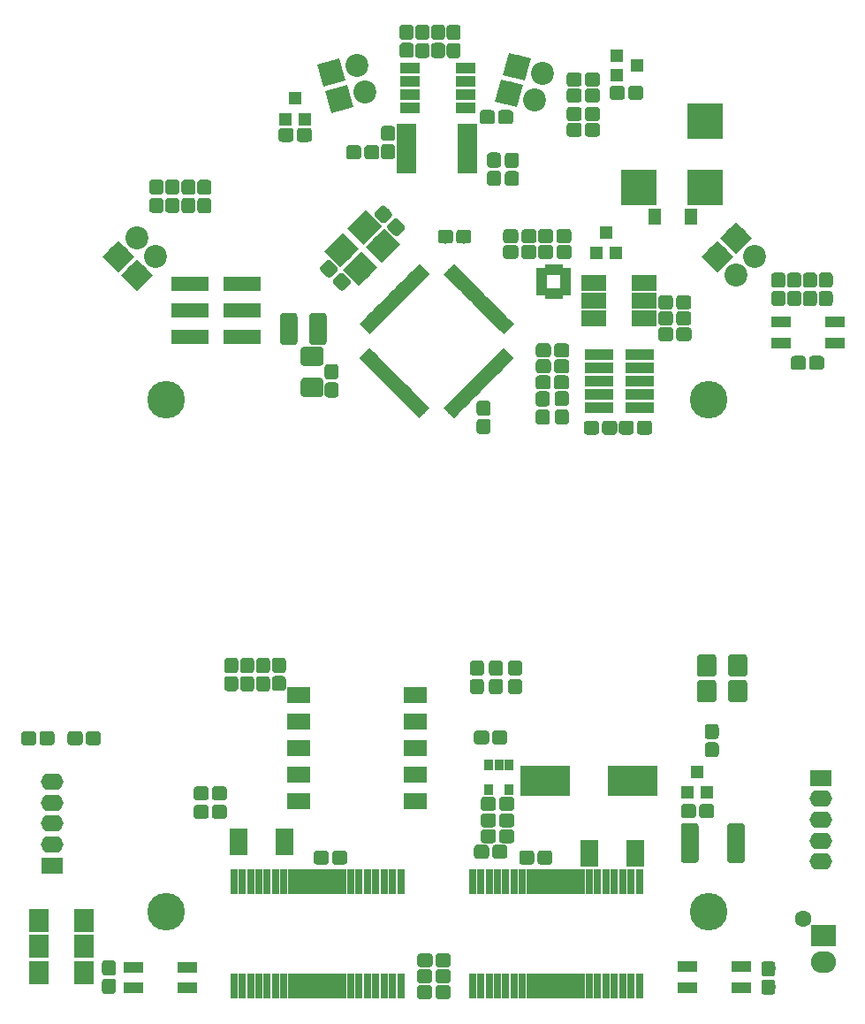
<source format=gts>
G04 #@! TF.GenerationSoftware,KiCad,Pcbnew,(5.0.0)*
G04 #@! TF.CreationDate,2019-10-13T01:49:24+09:00*
G04 #@! TF.ProjectId,MicroNaos,4D6963726F4E616F732E6B696361645F,rev?*
G04 #@! TF.SameCoordinates,Original*
G04 #@! TF.FileFunction,Soldermask,Top*
G04 #@! TF.FilePolarity,Negative*
%FSLAX46Y46*%
G04 Gerber Fmt 4.6, Leading zero omitted, Abs format (unit mm)*
G04 Created by KiCad (PCBNEW (5.0.0)) date 10/13/19 01:49:24*
%MOMM*%
%LPD*%
G01*
G04 APERTURE LIST*
%ADD10R,2.200000X1.600000*%
%ADD11R,1.180000X1.620000*%
%ADD12R,3.400000X3.400000*%
%ADD13C,2.200000*%
%ADD14C,0.100000*%
%ADD15R,0.800000X2.400000*%
%ADD16R,5.600000X2.400000*%
%ADD17O,2.150000X1.600000*%
%ADD18R,2.150000X1.600000*%
%ADD19C,1.350000*%
%ADD20R,1.800000X2.500000*%
%ADD21R,2.400000X1.500000*%
%ADD22C,1.700000*%
%ADD23R,2.400000X2.100000*%
%ADD24O,2.400000X2.100000*%
%ADD25C,1.600000*%
%ADD26R,2.800000X1.140000*%
%ADD27R,3.550000X1.400000*%
%ADD28R,1.200000X1.300000*%
%ADD29R,1.300000X1.200000*%
%ADD30C,1.825000*%
%ADD31R,1.850000X1.100000*%
%ADD32R,0.910000X1.100000*%
%ADD33R,1.950000X1.000000*%
%ADD34R,1.850000X0.850000*%
%ADD35R,1.000000X0.750000*%
%ADD36R,0.750000X1.000000*%
%ADD37C,0.650000*%
%ADD38R,1.900000X2.200000*%
%ADD39R,4.800000X2.900000*%
%ADD40C,1.650000*%
%ADD41C,3.600000*%
G04 APERTURE END LIST*
D10*
G04 #@! TO.C,U1*
X141708000Y-117373400D03*
X141708000Y-114833400D03*
X141708000Y-112293400D03*
X141708000Y-109753400D03*
X141708000Y-107213400D03*
X152908000Y-107213400D03*
X152908000Y-109753400D03*
X152908000Y-112293400D03*
X152908000Y-114833400D03*
X152908000Y-117373400D03*
G04 #@! TD*
D11*
G04 #@! TO.C,D13*
X179324000Y-61468000D03*
X175844000Y-61468000D03*
G04 #@! TD*
D12*
G04 #@! TO.C,LS1*
X180644800Y-52323200D03*
X180644800Y-58623200D03*
X174344800Y-58623200D03*
G04 #@! TD*
D13*
G04 #@! TO.C,Y1*
X147610228Y-66416292D03*
D14*
G36*
X147504162Y-68077993D02*
X145948527Y-66522358D01*
X147716294Y-64754591D01*
X149271929Y-66310226D01*
X147504162Y-68077993D01*
X147504162Y-68077993D01*
G37*
D13*
X149802259Y-64224261D03*
D14*
G36*
X149696193Y-65885962D02*
X148140558Y-64330327D01*
X149908325Y-62562560D01*
X151463960Y-64118195D01*
X149696193Y-65885962D01*
X149696193Y-65885962D01*
G37*
D13*
X148034492Y-62456494D03*
D14*
G36*
X147928426Y-64118195D02*
X146372791Y-62562560D01*
X148140558Y-60794793D01*
X149696193Y-62350428D01*
X147928426Y-64118195D01*
X147928426Y-64118195D01*
G37*
D13*
X145842461Y-64648525D03*
D14*
G36*
X145736395Y-66310226D02*
X144180760Y-64754591D01*
X145948527Y-62986824D01*
X147504162Y-64542459D01*
X145736395Y-66310226D01*
X145736395Y-66310226D01*
G37*
G04 #@! TD*
D15*
G04 #@! TO.C,U6*
X158370000Y-125128000D03*
X159170000Y-125128000D03*
X159970000Y-125128000D03*
X160770000Y-125128000D03*
X161570000Y-125128000D03*
X162370000Y-125128000D03*
X163170000Y-125128000D03*
X169570000Y-125128000D03*
X170370000Y-125128000D03*
X171170000Y-125128000D03*
X171970000Y-125128000D03*
X172770000Y-125128000D03*
X173570000Y-125128000D03*
X174370000Y-125128000D03*
X174370000Y-135128000D03*
X173570000Y-135128000D03*
X172770000Y-135128000D03*
X171970000Y-135128000D03*
X171170000Y-135128000D03*
X170370000Y-135128000D03*
X169570000Y-135128000D03*
X163170000Y-135128000D03*
X162370000Y-135128000D03*
X161570000Y-135128000D03*
X160770000Y-135128000D03*
X159970000Y-135128000D03*
X159170000Y-135128000D03*
X158370000Y-135128000D03*
D16*
X166370000Y-135128000D03*
X166370000Y-125128000D03*
G04 #@! TD*
D17*
G04 #@! TO.C,J3*
X191770000Y-123190000D03*
X191770000Y-121190000D03*
X191770000Y-119190000D03*
X191770000Y-117190000D03*
D18*
X191770000Y-115190000D03*
G04 #@! TD*
D15*
G04 #@! TO.C,U5*
X151510000Y-135128000D03*
X150710000Y-135128000D03*
X149910000Y-135128000D03*
X149110000Y-135128000D03*
X148310000Y-135128000D03*
X147510000Y-135128000D03*
X146710000Y-135128000D03*
X140310000Y-135128000D03*
X139510000Y-135128000D03*
X138710000Y-135128000D03*
X137910000Y-135128000D03*
X137110000Y-135128000D03*
X136310000Y-135128000D03*
X135510000Y-135128000D03*
X135510000Y-125128000D03*
X136310000Y-125128000D03*
X137110000Y-125128000D03*
X137910000Y-125128000D03*
X138710000Y-125128000D03*
X139510000Y-125128000D03*
X140310000Y-125128000D03*
X146710000Y-125128000D03*
X147510000Y-125128000D03*
X148310000Y-125128000D03*
X149110000Y-125128000D03*
X149910000Y-125128000D03*
X150710000Y-125128000D03*
X151510000Y-125128000D03*
D16*
X143510000Y-125128000D03*
X143510000Y-135128000D03*
G04 #@! TD*
D14*
G04 #@! TO.C,C1*
G36*
X140197581Y-105420625D02*
X140230343Y-105425485D01*
X140262471Y-105433533D01*
X140293656Y-105444691D01*
X140323596Y-105458852D01*
X140352005Y-105475879D01*
X140378608Y-105495609D01*
X140403149Y-105517851D01*
X140425391Y-105542392D01*
X140445121Y-105568995D01*
X140462148Y-105597404D01*
X140476309Y-105627344D01*
X140487467Y-105658529D01*
X140495515Y-105690657D01*
X140500375Y-105723419D01*
X140502000Y-105756500D01*
X140502000Y-106531500D01*
X140500375Y-106564581D01*
X140495515Y-106597343D01*
X140487467Y-106629471D01*
X140476309Y-106660656D01*
X140462148Y-106690596D01*
X140445121Y-106719005D01*
X140425391Y-106745608D01*
X140403149Y-106770149D01*
X140378608Y-106792391D01*
X140352005Y-106812121D01*
X140323596Y-106829148D01*
X140293656Y-106843309D01*
X140262471Y-106854467D01*
X140230343Y-106862515D01*
X140197581Y-106867375D01*
X140164500Y-106869000D01*
X139489500Y-106869000D01*
X139456419Y-106867375D01*
X139423657Y-106862515D01*
X139391529Y-106854467D01*
X139360344Y-106843309D01*
X139330404Y-106829148D01*
X139301995Y-106812121D01*
X139275392Y-106792391D01*
X139250851Y-106770149D01*
X139228609Y-106745608D01*
X139208879Y-106719005D01*
X139191852Y-106690596D01*
X139177691Y-106660656D01*
X139166533Y-106629471D01*
X139158485Y-106597343D01*
X139153625Y-106564581D01*
X139152000Y-106531500D01*
X139152000Y-105756500D01*
X139153625Y-105723419D01*
X139158485Y-105690657D01*
X139166533Y-105658529D01*
X139177691Y-105627344D01*
X139191852Y-105597404D01*
X139208879Y-105568995D01*
X139228609Y-105542392D01*
X139250851Y-105517851D01*
X139275392Y-105495609D01*
X139301995Y-105475879D01*
X139330404Y-105458852D01*
X139360344Y-105444691D01*
X139391529Y-105433533D01*
X139423657Y-105425485D01*
X139456419Y-105420625D01*
X139489500Y-105419000D01*
X140164500Y-105419000D01*
X140197581Y-105420625D01*
X140197581Y-105420625D01*
G37*
D19*
X139827000Y-106144000D03*
D14*
G36*
X140197581Y-103670625D02*
X140230343Y-103675485D01*
X140262471Y-103683533D01*
X140293656Y-103694691D01*
X140323596Y-103708852D01*
X140352005Y-103725879D01*
X140378608Y-103745609D01*
X140403149Y-103767851D01*
X140425391Y-103792392D01*
X140445121Y-103818995D01*
X140462148Y-103847404D01*
X140476309Y-103877344D01*
X140487467Y-103908529D01*
X140495515Y-103940657D01*
X140500375Y-103973419D01*
X140502000Y-104006500D01*
X140502000Y-104781500D01*
X140500375Y-104814581D01*
X140495515Y-104847343D01*
X140487467Y-104879471D01*
X140476309Y-104910656D01*
X140462148Y-104940596D01*
X140445121Y-104969005D01*
X140425391Y-104995608D01*
X140403149Y-105020149D01*
X140378608Y-105042391D01*
X140352005Y-105062121D01*
X140323596Y-105079148D01*
X140293656Y-105093309D01*
X140262471Y-105104467D01*
X140230343Y-105112515D01*
X140197581Y-105117375D01*
X140164500Y-105119000D01*
X139489500Y-105119000D01*
X139456419Y-105117375D01*
X139423657Y-105112515D01*
X139391529Y-105104467D01*
X139360344Y-105093309D01*
X139330404Y-105079148D01*
X139301995Y-105062121D01*
X139275392Y-105042391D01*
X139250851Y-105020149D01*
X139228609Y-104995608D01*
X139208879Y-104969005D01*
X139191852Y-104940596D01*
X139177691Y-104910656D01*
X139166533Y-104879471D01*
X139158485Y-104847343D01*
X139153625Y-104814581D01*
X139152000Y-104781500D01*
X139152000Y-104006500D01*
X139153625Y-103973419D01*
X139158485Y-103940657D01*
X139166533Y-103908529D01*
X139177691Y-103877344D01*
X139191852Y-103847404D01*
X139208879Y-103818995D01*
X139228609Y-103792392D01*
X139250851Y-103767851D01*
X139275392Y-103745609D01*
X139301995Y-103725879D01*
X139330404Y-103708852D01*
X139360344Y-103694691D01*
X139391529Y-103683533D01*
X139423657Y-103675485D01*
X139456419Y-103670625D01*
X139489500Y-103669000D01*
X140164500Y-103669000D01*
X140197581Y-103670625D01*
X140197581Y-103670625D01*
G37*
D19*
X139827000Y-104394000D03*
G04 #@! TD*
D14*
G04 #@! TO.C,C2*
G36*
X181675781Y-110020625D02*
X181708543Y-110025485D01*
X181740671Y-110033533D01*
X181771856Y-110044691D01*
X181801796Y-110058852D01*
X181830205Y-110075879D01*
X181856808Y-110095609D01*
X181881349Y-110117851D01*
X181903591Y-110142392D01*
X181923321Y-110168995D01*
X181940348Y-110197404D01*
X181954509Y-110227344D01*
X181965667Y-110258529D01*
X181973715Y-110290657D01*
X181978575Y-110323419D01*
X181980200Y-110356500D01*
X181980200Y-111131500D01*
X181978575Y-111164581D01*
X181973715Y-111197343D01*
X181965667Y-111229471D01*
X181954509Y-111260656D01*
X181940348Y-111290596D01*
X181923321Y-111319005D01*
X181903591Y-111345608D01*
X181881349Y-111370149D01*
X181856808Y-111392391D01*
X181830205Y-111412121D01*
X181801796Y-111429148D01*
X181771856Y-111443309D01*
X181740671Y-111454467D01*
X181708543Y-111462515D01*
X181675781Y-111467375D01*
X181642700Y-111469000D01*
X180967700Y-111469000D01*
X180934619Y-111467375D01*
X180901857Y-111462515D01*
X180869729Y-111454467D01*
X180838544Y-111443309D01*
X180808604Y-111429148D01*
X180780195Y-111412121D01*
X180753592Y-111392391D01*
X180729051Y-111370149D01*
X180706809Y-111345608D01*
X180687079Y-111319005D01*
X180670052Y-111290596D01*
X180655891Y-111260656D01*
X180644733Y-111229471D01*
X180636685Y-111197343D01*
X180631825Y-111164581D01*
X180630200Y-111131500D01*
X180630200Y-110356500D01*
X180631825Y-110323419D01*
X180636685Y-110290657D01*
X180644733Y-110258529D01*
X180655891Y-110227344D01*
X180670052Y-110197404D01*
X180687079Y-110168995D01*
X180706809Y-110142392D01*
X180729051Y-110117851D01*
X180753592Y-110095609D01*
X180780195Y-110075879D01*
X180808604Y-110058852D01*
X180838544Y-110044691D01*
X180869729Y-110033533D01*
X180901857Y-110025485D01*
X180934619Y-110020625D01*
X180967700Y-110019000D01*
X181642700Y-110019000D01*
X181675781Y-110020625D01*
X181675781Y-110020625D01*
G37*
D19*
X181305200Y-110744000D03*
D14*
G36*
X181675781Y-111770625D02*
X181708543Y-111775485D01*
X181740671Y-111783533D01*
X181771856Y-111794691D01*
X181801796Y-111808852D01*
X181830205Y-111825879D01*
X181856808Y-111845609D01*
X181881349Y-111867851D01*
X181903591Y-111892392D01*
X181923321Y-111918995D01*
X181940348Y-111947404D01*
X181954509Y-111977344D01*
X181965667Y-112008529D01*
X181973715Y-112040657D01*
X181978575Y-112073419D01*
X181980200Y-112106500D01*
X181980200Y-112881500D01*
X181978575Y-112914581D01*
X181973715Y-112947343D01*
X181965667Y-112979471D01*
X181954509Y-113010656D01*
X181940348Y-113040596D01*
X181923321Y-113069005D01*
X181903591Y-113095608D01*
X181881349Y-113120149D01*
X181856808Y-113142391D01*
X181830205Y-113162121D01*
X181801796Y-113179148D01*
X181771856Y-113193309D01*
X181740671Y-113204467D01*
X181708543Y-113212515D01*
X181675781Y-113217375D01*
X181642700Y-113219000D01*
X180967700Y-113219000D01*
X180934619Y-113217375D01*
X180901857Y-113212515D01*
X180869729Y-113204467D01*
X180838544Y-113193309D01*
X180808604Y-113179148D01*
X180780195Y-113162121D01*
X180753592Y-113142391D01*
X180729051Y-113120149D01*
X180706809Y-113095608D01*
X180687079Y-113069005D01*
X180670052Y-113040596D01*
X180655891Y-113010656D01*
X180644733Y-112979471D01*
X180636685Y-112947343D01*
X180631825Y-112914581D01*
X180630200Y-112881500D01*
X180630200Y-112106500D01*
X180631825Y-112073419D01*
X180636685Y-112040657D01*
X180644733Y-112008529D01*
X180655891Y-111977344D01*
X180670052Y-111947404D01*
X180687079Y-111918995D01*
X180706809Y-111892392D01*
X180729051Y-111867851D01*
X180753592Y-111845609D01*
X180780195Y-111825879D01*
X180808604Y-111808852D01*
X180838544Y-111794691D01*
X180869729Y-111783533D01*
X180901857Y-111775485D01*
X180934619Y-111770625D01*
X180967700Y-111769000D01*
X181642700Y-111769000D01*
X181675781Y-111770625D01*
X181675781Y-111770625D01*
G37*
D19*
X181305200Y-112494000D03*
G04 #@! TD*
D14*
G04 #@! TO.C,C3*
G36*
X159668481Y-110629425D02*
X159701243Y-110634285D01*
X159733371Y-110642333D01*
X159764556Y-110653491D01*
X159794496Y-110667652D01*
X159822905Y-110684679D01*
X159849508Y-110704409D01*
X159874049Y-110726651D01*
X159896291Y-110751192D01*
X159916021Y-110777795D01*
X159933048Y-110806204D01*
X159947209Y-110836144D01*
X159958367Y-110867329D01*
X159966415Y-110899457D01*
X159971275Y-110932219D01*
X159972900Y-110965300D01*
X159972900Y-111640300D01*
X159971275Y-111673381D01*
X159966415Y-111706143D01*
X159958367Y-111738271D01*
X159947209Y-111769456D01*
X159933048Y-111799396D01*
X159916021Y-111827805D01*
X159896291Y-111854408D01*
X159874049Y-111878949D01*
X159849508Y-111901191D01*
X159822905Y-111920921D01*
X159794496Y-111937948D01*
X159764556Y-111952109D01*
X159733371Y-111963267D01*
X159701243Y-111971315D01*
X159668481Y-111976175D01*
X159635400Y-111977800D01*
X158860400Y-111977800D01*
X158827319Y-111976175D01*
X158794557Y-111971315D01*
X158762429Y-111963267D01*
X158731244Y-111952109D01*
X158701304Y-111937948D01*
X158672895Y-111920921D01*
X158646292Y-111901191D01*
X158621751Y-111878949D01*
X158599509Y-111854408D01*
X158579779Y-111827805D01*
X158562752Y-111799396D01*
X158548591Y-111769456D01*
X158537433Y-111738271D01*
X158529385Y-111706143D01*
X158524525Y-111673381D01*
X158522900Y-111640300D01*
X158522900Y-110965300D01*
X158524525Y-110932219D01*
X158529385Y-110899457D01*
X158537433Y-110867329D01*
X158548591Y-110836144D01*
X158562752Y-110806204D01*
X158579779Y-110777795D01*
X158599509Y-110751192D01*
X158621751Y-110726651D01*
X158646292Y-110704409D01*
X158672895Y-110684679D01*
X158701304Y-110667652D01*
X158731244Y-110653491D01*
X158762429Y-110642333D01*
X158794557Y-110634285D01*
X158827319Y-110629425D01*
X158860400Y-110627800D01*
X159635400Y-110627800D01*
X159668481Y-110629425D01*
X159668481Y-110629425D01*
G37*
D19*
X159247900Y-111302800D03*
D14*
G36*
X161418481Y-110629425D02*
X161451243Y-110634285D01*
X161483371Y-110642333D01*
X161514556Y-110653491D01*
X161544496Y-110667652D01*
X161572905Y-110684679D01*
X161599508Y-110704409D01*
X161624049Y-110726651D01*
X161646291Y-110751192D01*
X161666021Y-110777795D01*
X161683048Y-110806204D01*
X161697209Y-110836144D01*
X161708367Y-110867329D01*
X161716415Y-110899457D01*
X161721275Y-110932219D01*
X161722900Y-110965300D01*
X161722900Y-111640300D01*
X161721275Y-111673381D01*
X161716415Y-111706143D01*
X161708367Y-111738271D01*
X161697209Y-111769456D01*
X161683048Y-111799396D01*
X161666021Y-111827805D01*
X161646291Y-111854408D01*
X161624049Y-111878949D01*
X161599508Y-111901191D01*
X161572905Y-111920921D01*
X161544496Y-111937948D01*
X161514556Y-111952109D01*
X161483371Y-111963267D01*
X161451243Y-111971315D01*
X161418481Y-111976175D01*
X161385400Y-111977800D01*
X160610400Y-111977800D01*
X160577319Y-111976175D01*
X160544557Y-111971315D01*
X160512429Y-111963267D01*
X160481244Y-111952109D01*
X160451304Y-111937948D01*
X160422895Y-111920921D01*
X160396292Y-111901191D01*
X160371751Y-111878949D01*
X160349509Y-111854408D01*
X160329779Y-111827805D01*
X160312752Y-111799396D01*
X160298591Y-111769456D01*
X160287433Y-111738271D01*
X160279385Y-111706143D01*
X160274525Y-111673381D01*
X160272900Y-111640300D01*
X160272900Y-110965300D01*
X160274525Y-110932219D01*
X160279385Y-110899457D01*
X160287433Y-110867329D01*
X160298591Y-110836144D01*
X160312752Y-110806204D01*
X160329779Y-110777795D01*
X160349509Y-110751192D01*
X160371751Y-110726651D01*
X160396292Y-110704409D01*
X160422895Y-110684679D01*
X160451304Y-110667652D01*
X160481244Y-110653491D01*
X160512429Y-110642333D01*
X160544557Y-110634285D01*
X160577319Y-110629425D01*
X160610400Y-110627800D01*
X161385400Y-110627800D01*
X161418481Y-110629425D01*
X161418481Y-110629425D01*
G37*
D19*
X160997900Y-111302800D03*
G04 #@! TD*
D14*
G04 #@! TO.C,C4*
G36*
X145252181Y-77316825D02*
X145284943Y-77321685D01*
X145317071Y-77329733D01*
X145348256Y-77340891D01*
X145378196Y-77355052D01*
X145406605Y-77372079D01*
X145433208Y-77391809D01*
X145457749Y-77414051D01*
X145479991Y-77438592D01*
X145499721Y-77465195D01*
X145516748Y-77493604D01*
X145530909Y-77523544D01*
X145542067Y-77554729D01*
X145550115Y-77586857D01*
X145554975Y-77619619D01*
X145556600Y-77652700D01*
X145556600Y-78427700D01*
X145554975Y-78460781D01*
X145550115Y-78493543D01*
X145542067Y-78525671D01*
X145530909Y-78556856D01*
X145516748Y-78586796D01*
X145499721Y-78615205D01*
X145479991Y-78641808D01*
X145457749Y-78666349D01*
X145433208Y-78688591D01*
X145406605Y-78708321D01*
X145378196Y-78725348D01*
X145348256Y-78739509D01*
X145317071Y-78750667D01*
X145284943Y-78758715D01*
X145252181Y-78763575D01*
X145219100Y-78765200D01*
X144544100Y-78765200D01*
X144511019Y-78763575D01*
X144478257Y-78758715D01*
X144446129Y-78750667D01*
X144414944Y-78739509D01*
X144385004Y-78725348D01*
X144356595Y-78708321D01*
X144329992Y-78688591D01*
X144305451Y-78666349D01*
X144283209Y-78641808D01*
X144263479Y-78615205D01*
X144246452Y-78586796D01*
X144232291Y-78556856D01*
X144221133Y-78525671D01*
X144213085Y-78493543D01*
X144208225Y-78460781D01*
X144206600Y-78427700D01*
X144206600Y-77652700D01*
X144208225Y-77619619D01*
X144213085Y-77586857D01*
X144221133Y-77554729D01*
X144232291Y-77523544D01*
X144246452Y-77493604D01*
X144263479Y-77465195D01*
X144283209Y-77438592D01*
X144305451Y-77414051D01*
X144329992Y-77391809D01*
X144356595Y-77372079D01*
X144385004Y-77355052D01*
X144414944Y-77340891D01*
X144446129Y-77329733D01*
X144478257Y-77321685D01*
X144511019Y-77316825D01*
X144544100Y-77315200D01*
X145219100Y-77315200D01*
X145252181Y-77316825D01*
X145252181Y-77316825D01*
G37*
D19*
X144881600Y-78040200D03*
D14*
G36*
X145252181Y-75566825D02*
X145284943Y-75571685D01*
X145317071Y-75579733D01*
X145348256Y-75590891D01*
X145378196Y-75605052D01*
X145406605Y-75622079D01*
X145433208Y-75641809D01*
X145457749Y-75664051D01*
X145479991Y-75688592D01*
X145499721Y-75715195D01*
X145516748Y-75743604D01*
X145530909Y-75773544D01*
X145542067Y-75804729D01*
X145550115Y-75836857D01*
X145554975Y-75869619D01*
X145556600Y-75902700D01*
X145556600Y-76677700D01*
X145554975Y-76710781D01*
X145550115Y-76743543D01*
X145542067Y-76775671D01*
X145530909Y-76806856D01*
X145516748Y-76836796D01*
X145499721Y-76865205D01*
X145479991Y-76891808D01*
X145457749Y-76916349D01*
X145433208Y-76938591D01*
X145406605Y-76958321D01*
X145378196Y-76975348D01*
X145348256Y-76989509D01*
X145317071Y-77000667D01*
X145284943Y-77008715D01*
X145252181Y-77013575D01*
X145219100Y-77015200D01*
X144544100Y-77015200D01*
X144511019Y-77013575D01*
X144478257Y-77008715D01*
X144446129Y-77000667D01*
X144414944Y-76989509D01*
X144385004Y-76975348D01*
X144356595Y-76958321D01*
X144329992Y-76938591D01*
X144305451Y-76916349D01*
X144283209Y-76891808D01*
X144263479Y-76865205D01*
X144246452Y-76836796D01*
X144232291Y-76806856D01*
X144221133Y-76775671D01*
X144213085Y-76743543D01*
X144208225Y-76710781D01*
X144206600Y-76677700D01*
X144206600Y-75902700D01*
X144208225Y-75869619D01*
X144213085Y-75836857D01*
X144221133Y-75804729D01*
X144232291Y-75773544D01*
X144246452Y-75743604D01*
X144263479Y-75715195D01*
X144283209Y-75688592D01*
X144305451Y-75664051D01*
X144329992Y-75641809D01*
X144356595Y-75622079D01*
X144385004Y-75605052D01*
X144414944Y-75590891D01*
X144446129Y-75579733D01*
X144478257Y-75571685D01*
X144511019Y-75566825D01*
X144544100Y-75565200D01*
X145219100Y-75565200D01*
X145252181Y-75566825D01*
X145252181Y-75566825D01*
G37*
D19*
X144881600Y-76290200D03*
G04 #@! TD*
D14*
G04 #@! TO.C,C5*
G36*
X162076281Y-116992125D02*
X162109043Y-116996985D01*
X162141171Y-117005033D01*
X162172356Y-117016191D01*
X162202296Y-117030352D01*
X162230705Y-117047379D01*
X162257308Y-117067109D01*
X162281849Y-117089351D01*
X162304091Y-117113892D01*
X162323821Y-117140495D01*
X162340848Y-117168904D01*
X162355009Y-117198844D01*
X162366167Y-117230029D01*
X162374215Y-117262157D01*
X162379075Y-117294919D01*
X162380700Y-117328000D01*
X162380700Y-118003000D01*
X162379075Y-118036081D01*
X162374215Y-118068843D01*
X162366167Y-118100971D01*
X162355009Y-118132156D01*
X162340848Y-118162096D01*
X162323821Y-118190505D01*
X162304091Y-118217108D01*
X162281849Y-118241649D01*
X162257308Y-118263891D01*
X162230705Y-118283621D01*
X162202296Y-118300648D01*
X162172356Y-118314809D01*
X162141171Y-118325967D01*
X162109043Y-118334015D01*
X162076281Y-118338875D01*
X162043200Y-118340500D01*
X161268200Y-118340500D01*
X161235119Y-118338875D01*
X161202357Y-118334015D01*
X161170229Y-118325967D01*
X161139044Y-118314809D01*
X161109104Y-118300648D01*
X161080695Y-118283621D01*
X161054092Y-118263891D01*
X161029551Y-118241649D01*
X161007309Y-118217108D01*
X160987579Y-118190505D01*
X160970552Y-118162096D01*
X160956391Y-118132156D01*
X160945233Y-118100971D01*
X160937185Y-118068843D01*
X160932325Y-118036081D01*
X160930700Y-118003000D01*
X160930700Y-117328000D01*
X160932325Y-117294919D01*
X160937185Y-117262157D01*
X160945233Y-117230029D01*
X160956391Y-117198844D01*
X160970552Y-117168904D01*
X160987579Y-117140495D01*
X161007309Y-117113892D01*
X161029551Y-117089351D01*
X161054092Y-117067109D01*
X161080695Y-117047379D01*
X161109104Y-117030352D01*
X161139044Y-117016191D01*
X161170229Y-117005033D01*
X161202357Y-116996985D01*
X161235119Y-116992125D01*
X161268200Y-116990500D01*
X162043200Y-116990500D01*
X162076281Y-116992125D01*
X162076281Y-116992125D01*
G37*
D19*
X161655700Y-117665500D03*
D14*
G36*
X160326281Y-116992125D02*
X160359043Y-116996985D01*
X160391171Y-117005033D01*
X160422356Y-117016191D01*
X160452296Y-117030352D01*
X160480705Y-117047379D01*
X160507308Y-117067109D01*
X160531849Y-117089351D01*
X160554091Y-117113892D01*
X160573821Y-117140495D01*
X160590848Y-117168904D01*
X160605009Y-117198844D01*
X160616167Y-117230029D01*
X160624215Y-117262157D01*
X160629075Y-117294919D01*
X160630700Y-117328000D01*
X160630700Y-118003000D01*
X160629075Y-118036081D01*
X160624215Y-118068843D01*
X160616167Y-118100971D01*
X160605009Y-118132156D01*
X160590848Y-118162096D01*
X160573821Y-118190505D01*
X160554091Y-118217108D01*
X160531849Y-118241649D01*
X160507308Y-118263891D01*
X160480705Y-118283621D01*
X160452296Y-118300648D01*
X160422356Y-118314809D01*
X160391171Y-118325967D01*
X160359043Y-118334015D01*
X160326281Y-118338875D01*
X160293200Y-118340500D01*
X159518200Y-118340500D01*
X159485119Y-118338875D01*
X159452357Y-118334015D01*
X159420229Y-118325967D01*
X159389044Y-118314809D01*
X159359104Y-118300648D01*
X159330695Y-118283621D01*
X159304092Y-118263891D01*
X159279551Y-118241649D01*
X159257309Y-118217108D01*
X159237579Y-118190505D01*
X159220552Y-118162096D01*
X159206391Y-118132156D01*
X159195233Y-118100971D01*
X159187185Y-118068843D01*
X159182325Y-118036081D01*
X159180700Y-118003000D01*
X159180700Y-117328000D01*
X159182325Y-117294919D01*
X159187185Y-117262157D01*
X159195233Y-117230029D01*
X159206391Y-117198844D01*
X159220552Y-117168904D01*
X159237579Y-117140495D01*
X159257309Y-117113892D01*
X159279551Y-117089351D01*
X159304092Y-117067109D01*
X159330695Y-117047379D01*
X159359104Y-117030352D01*
X159389044Y-117016191D01*
X159420229Y-117005033D01*
X159452357Y-116996985D01*
X159485119Y-116992125D01*
X159518200Y-116990500D01*
X160293200Y-116990500D01*
X160326281Y-116992125D01*
X160326281Y-116992125D01*
G37*
D19*
X159905700Y-117665500D03*
G04 #@! TD*
D14*
G04 #@! TO.C,C6*
G36*
X150662381Y-52746225D02*
X150695143Y-52751085D01*
X150727271Y-52759133D01*
X150758456Y-52770291D01*
X150788396Y-52784452D01*
X150816805Y-52801479D01*
X150843408Y-52821209D01*
X150867949Y-52843451D01*
X150890191Y-52867992D01*
X150909921Y-52894595D01*
X150926948Y-52923004D01*
X150941109Y-52952944D01*
X150952267Y-52984129D01*
X150960315Y-53016257D01*
X150965175Y-53049019D01*
X150966800Y-53082100D01*
X150966800Y-53857100D01*
X150965175Y-53890181D01*
X150960315Y-53922943D01*
X150952267Y-53955071D01*
X150941109Y-53986256D01*
X150926948Y-54016196D01*
X150909921Y-54044605D01*
X150890191Y-54071208D01*
X150867949Y-54095749D01*
X150843408Y-54117991D01*
X150816805Y-54137721D01*
X150788396Y-54154748D01*
X150758456Y-54168909D01*
X150727271Y-54180067D01*
X150695143Y-54188115D01*
X150662381Y-54192975D01*
X150629300Y-54194600D01*
X149954300Y-54194600D01*
X149921219Y-54192975D01*
X149888457Y-54188115D01*
X149856329Y-54180067D01*
X149825144Y-54168909D01*
X149795204Y-54154748D01*
X149766795Y-54137721D01*
X149740192Y-54117991D01*
X149715651Y-54095749D01*
X149693409Y-54071208D01*
X149673679Y-54044605D01*
X149656652Y-54016196D01*
X149642491Y-53986256D01*
X149631333Y-53955071D01*
X149623285Y-53922943D01*
X149618425Y-53890181D01*
X149616800Y-53857100D01*
X149616800Y-53082100D01*
X149618425Y-53049019D01*
X149623285Y-53016257D01*
X149631333Y-52984129D01*
X149642491Y-52952944D01*
X149656652Y-52923004D01*
X149673679Y-52894595D01*
X149693409Y-52867992D01*
X149715651Y-52843451D01*
X149740192Y-52821209D01*
X149766795Y-52801479D01*
X149795204Y-52784452D01*
X149825144Y-52770291D01*
X149856329Y-52759133D01*
X149888457Y-52751085D01*
X149921219Y-52746225D01*
X149954300Y-52744600D01*
X150629300Y-52744600D01*
X150662381Y-52746225D01*
X150662381Y-52746225D01*
G37*
D19*
X150291800Y-53469600D03*
D14*
G36*
X150662381Y-54496225D02*
X150695143Y-54501085D01*
X150727271Y-54509133D01*
X150758456Y-54520291D01*
X150788396Y-54534452D01*
X150816805Y-54551479D01*
X150843408Y-54571209D01*
X150867949Y-54593451D01*
X150890191Y-54617992D01*
X150909921Y-54644595D01*
X150926948Y-54673004D01*
X150941109Y-54702944D01*
X150952267Y-54734129D01*
X150960315Y-54766257D01*
X150965175Y-54799019D01*
X150966800Y-54832100D01*
X150966800Y-55607100D01*
X150965175Y-55640181D01*
X150960315Y-55672943D01*
X150952267Y-55705071D01*
X150941109Y-55736256D01*
X150926948Y-55766196D01*
X150909921Y-55794605D01*
X150890191Y-55821208D01*
X150867949Y-55845749D01*
X150843408Y-55867991D01*
X150816805Y-55887721D01*
X150788396Y-55904748D01*
X150758456Y-55918909D01*
X150727271Y-55930067D01*
X150695143Y-55938115D01*
X150662381Y-55942975D01*
X150629300Y-55944600D01*
X149954300Y-55944600D01*
X149921219Y-55942975D01*
X149888457Y-55938115D01*
X149856329Y-55930067D01*
X149825144Y-55918909D01*
X149795204Y-55904748D01*
X149766795Y-55887721D01*
X149740192Y-55867991D01*
X149715651Y-55845749D01*
X149693409Y-55821208D01*
X149673679Y-55794605D01*
X149656652Y-55766196D01*
X149642491Y-55736256D01*
X149631333Y-55705071D01*
X149623285Y-55672943D01*
X149618425Y-55640181D01*
X149616800Y-55607100D01*
X149616800Y-54832100D01*
X149618425Y-54799019D01*
X149623285Y-54766257D01*
X149631333Y-54734129D01*
X149642491Y-54702944D01*
X149656652Y-54673004D01*
X149673679Y-54644595D01*
X149693409Y-54617992D01*
X149715651Y-54593451D01*
X149740192Y-54571209D01*
X149766795Y-54551479D01*
X149795204Y-54534452D01*
X149825144Y-54520291D01*
X149856329Y-54509133D01*
X149888457Y-54501085D01*
X149921219Y-54496225D01*
X149954300Y-54494600D01*
X150629300Y-54494600D01*
X150662381Y-54496225D01*
X150662381Y-54496225D01*
G37*
D19*
X150291800Y-55219600D03*
G04 #@! TD*
D14*
G04 #@! TO.C,C7*
G36*
X189575181Y-66802525D02*
X189607943Y-66807385D01*
X189640071Y-66815433D01*
X189671256Y-66826591D01*
X189701196Y-66840752D01*
X189729605Y-66857779D01*
X189756208Y-66877509D01*
X189780749Y-66899751D01*
X189802991Y-66924292D01*
X189822721Y-66950895D01*
X189839748Y-66979304D01*
X189853909Y-67009244D01*
X189865067Y-67040429D01*
X189873115Y-67072557D01*
X189877975Y-67105319D01*
X189879600Y-67138400D01*
X189879600Y-67913400D01*
X189877975Y-67946481D01*
X189873115Y-67979243D01*
X189865067Y-68011371D01*
X189853909Y-68042556D01*
X189839748Y-68072496D01*
X189822721Y-68100905D01*
X189802991Y-68127508D01*
X189780749Y-68152049D01*
X189756208Y-68174291D01*
X189729605Y-68194021D01*
X189701196Y-68211048D01*
X189671256Y-68225209D01*
X189640071Y-68236367D01*
X189607943Y-68244415D01*
X189575181Y-68249275D01*
X189542100Y-68250900D01*
X188867100Y-68250900D01*
X188834019Y-68249275D01*
X188801257Y-68244415D01*
X188769129Y-68236367D01*
X188737944Y-68225209D01*
X188708004Y-68211048D01*
X188679595Y-68194021D01*
X188652992Y-68174291D01*
X188628451Y-68152049D01*
X188606209Y-68127508D01*
X188586479Y-68100905D01*
X188569452Y-68072496D01*
X188555291Y-68042556D01*
X188544133Y-68011371D01*
X188536085Y-67979243D01*
X188531225Y-67946481D01*
X188529600Y-67913400D01*
X188529600Y-67138400D01*
X188531225Y-67105319D01*
X188536085Y-67072557D01*
X188544133Y-67040429D01*
X188555291Y-67009244D01*
X188569452Y-66979304D01*
X188586479Y-66950895D01*
X188606209Y-66924292D01*
X188628451Y-66899751D01*
X188652992Y-66877509D01*
X188679595Y-66857779D01*
X188708004Y-66840752D01*
X188737944Y-66826591D01*
X188769129Y-66815433D01*
X188801257Y-66807385D01*
X188834019Y-66802525D01*
X188867100Y-66800900D01*
X189542100Y-66800900D01*
X189575181Y-66802525D01*
X189575181Y-66802525D01*
G37*
D19*
X189204600Y-67525900D03*
D14*
G36*
X189575181Y-68552525D02*
X189607943Y-68557385D01*
X189640071Y-68565433D01*
X189671256Y-68576591D01*
X189701196Y-68590752D01*
X189729605Y-68607779D01*
X189756208Y-68627509D01*
X189780749Y-68649751D01*
X189802991Y-68674292D01*
X189822721Y-68700895D01*
X189839748Y-68729304D01*
X189853909Y-68759244D01*
X189865067Y-68790429D01*
X189873115Y-68822557D01*
X189877975Y-68855319D01*
X189879600Y-68888400D01*
X189879600Y-69663400D01*
X189877975Y-69696481D01*
X189873115Y-69729243D01*
X189865067Y-69761371D01*
X189853909Y-69792556D01*
X189839748Y-69822496D01*
X189822721Y-69850905D01*
X189802991Y-69877508D01*
X189780749Y-69902049D01*
X189756208Y-69924291D01*
X189729605Y-69944021D01*
X189701196Y-69961048D01*
X189671256Y-69975209D01*
X189640071Y-69986367D01*
X189607943Y-69994415D01*
X189575181Y-69999275D01*
X189542100Y-70000900D01*
X188867100Y-70000900D01*
X188834019Y-69999275D01*
X188801257Y-69994415D01*
X188769129Y-69986367D01*
X188737944Y-69975209D01*
X188708004Y-69961048D01*
X188679595Y-69944021D01*
X188652992Y-69924291D01*
X188628451Y-69902049D01*
X188606209Y-69877508D01*
X188586479Y-69850905D01*
X188569452Y-69822496D01*
X188555291Y-69792556D01*
X188544133Y-69761371D01*
X188536085Y-69729243D01*
X188531225Y-69696481D01*
X188529600Y-69663400D01*
X188529600Y-68888400D01*
X188531225Y-68855319D01*
X188536085Y-68822557D01*
X188544133Y-68790429D01*
X188555291Y-68759244D01*
X188569452Y-68729304D01*
X188586479Y-68700895D01*
X188606209Y-68674292D01*
X188628451Y-68649751D01*
X188652992Y-68627509D01*
X188679595Y-68607779D01*
X188708004Y-68590752D01*
X188737944Y-68576591D01*
X188769129Y-68565433D01*
X188801257Y-68557385D01*
X188834019Y-68552525D01*
X188867100Y-68550900D01*
X189542100Y-68550900D01*
X189575181Y-68552525D01*
X189575181Y-68552525D01*
G37*
D19*
X189204600Y-69275900D03*
G04 #@! TD*
D14*
G04 #@! TO.C,C8*
G36*
X191086481Y-68552525D02*
X191119243Y-68557385D01*
X191151371Y-68565433D01*
X191182556Y-68576591D01*
X191212496Y-68590752D01*
X191240905Y-68607779D01*
X191267508Y-68627509D01*
X191292049Y-68649751D01*
X191314291Y-68674292D01*
X191334021Y-68700895D01*
X191351048Y-68729304D01*
X191365209Y-68759244D01*
X191376367Y-68790429D01*
X191384415Y-68822557D01*
X191389275Y-68855319D01*
X191390900Y-68888400D01*
X191390900Y-69663400D01*
X191389275Y-69696481D01*
X191384415Y-69729243D01*
X191376367Y-69761371D01*
X191365209Y-69792556D01*
X191351048Y-69822496D01*
X191334021Y-69850905D01*
X191314291Y-69877508D01*
X191292049Y-69902049D01*
X191267508Y-69924291D01*
X191240905Y-69944021D01*
X191212496Y-69961048D01*
X191182556Y-69975209D01*
X191151371Y-69986367D01*
X191119243Y-69994415D01*
X191086481Y-69999275D01*
X191053400Y-70000900D01*
X190378400Y-70000900D01*
X190345319Y-69999275D01*
X190312557Y-69994415D01*
X190280429Y-69986367D01*
X190249244Y-69975209D01*
X190219304Y-69961048D01*
X190190895Y-69944021D01*
X190164292Y-69924291D01*
X190139751Y-69902049D01*
X190117509Y-69877508D01*
X190097779Y-69850905D01*
X190080752Y-69822496D01*
X190066591Y-69792556D01*
X190055433Y-69761371D01*
X190047385Y-69729243D01*
X190042525Y-69696481D01*
X190040900Y-69663400D01*
X190040900Y-68888400D01*
X190042525Y-68855319D01*
X190047385Y-68822557D01*
X190055433Y-68790429D01*
X190066591Y-68759244D01*
X190080752Y-68729304D01*
X190097779Y-68700895D01*
X190117509Y-68674292D01*
X190139751Y-68649751D01*
X190164292Y-68627509D01*
X190190895Y-68607779D01*
X190219304Y-68590752D01*
X190249244Y-68576591D01*
X190280429Y-68565433D01*
X190312557Y-68557385D01*
X190345319Y-68552525D01*
X190378400Y-68550900D01*
X191053400Y-68550900D01*
X191086481Y-68552525D01*
X191086481Y-68552525D01*
G37*
D19*
X190715900Y-69275900D03*
D14*
G36*
X191086481Y-66802525D02*
X191119243Y-66807385D01*
X191151371Y-66815433D01*
X191182556Y-66826591D01*
X191212496Y-66840752D01*
X191240905Y-66857779D01*
X191267508Y-66877509D01*
X191292049Y-66899751D01*
X191314291Y-66924292D01*
X191334021Y-66950895D01*
X191351048Y-66979304D01*
X191365209Y-67009244D01*
X191376367Y-67040429D01*
X191384415Y-67072557D01*
X191389275Y-67105319D01*
X191390900Y-67138400D01*
X191390900Y-67913400D01*
X191389275Y-67946481D01*
X191384415Y-67979243D01*
X191376367Y-68011371D01*
X191365209Y-68042556D01*
X191351048Y-68072496D01*
X191334021Y-68100905D01*
X191314291Y-68127508D01*
X191292049Y-68152049D01*
X191267508Y-68174291D01*
X191240905Y-68194021D01*
X191212496Y-68211048D01*
X191182556Y-68225209D01*
X191151371Y-68236367D01*
X191119243Y-68244415D01*
X191086481Y-68249275D01*
X191053400Y-68250900D01*
X190378400Y-68250900D01*
X190345319Y-68249275D01*
X190312557Y-68244415D01*
X190280429Y-68236367D01*
X190249244Y-68225209D01*
X190219304Y-68211048D01*
X190190895Y-68194021D01*
X190164292Y-68174291D01*
X190139751Y-68152049D01*
X190117509Y-68127508D01*
X190097779Y-68100905D01*
X190080752Y-68072496D01*
X190066591Y-68042556D01*
X190055433Y-68011371D01*
X190047385Y-67979243D01*
X190042525Y-67946481D01*
X190040900Y-67913400D01*
X190040900Y-67138400D01*
X190042525Y-67105319D01*
X190047385Y-67072557D01*
X190055433Y-67040429D01*
X190066591Y-67009244D01*
X190080752Y-66979304D01*
X190097779Y-66950895D01*
X190117509Y-66924292D01*
X190139751Y-66899751D01*
X190164292Y-66877509D01*
X190190895Y-66857779D01*
X190219304Y-66840752D01*
X190249244Y-66826591D01*
X190280429Y-66815433D01*
X190312557Y-66807385D01*
X190345319Y-66802525D01*
X190378400Y-66800900D01*
X191053400Y-66800900D01*
X191086481Y-66802525D01*
X191086481Y-66802525D01*
G37*
D19*
X190715900Y-67525900D03*
G04 #@! TD*
D14*
G04 #@! TO.C,C9*
G36*
X170293181Y-49161425D02*
X170325943Y-49166285D01*
X170358071Y-49174333D01*
X170389256Y-49185491D01*
X170419196Y-49199652D01*
X170447605Y-49216679D01*
X170474208Y-49236409D01*
X170498749Y-49258651D01*
X170520991Y-49283192D01*
X170540721Y-49309795D01*
X170557748Y-49338204D01*
X170571909Y-49368144D01*
X170583067Y-49399329D01*
X170591115Y-49431457D01*
X170595975Y-49464219D01*
X170597600Y-49497300D01*
X170597600Y-50172300D01*
X170595975Y-50205381D01*
X170591115Y-50238143D01*
X170583067Y-50270271D01*
X170571909Y-50301456D01*
X170557748Y-50331396D01*
X170540721Y-50359805D01*
X170520991Y-50386408D01*
X170498749Y-50410949D01*
X170474208Y-50433191D01*
X170447605Y-50452921D01*
X170419196Y-50469948D01*
X170389256Y-50484109D01*
X170358071Y-50495267D01*
X170325943Y-50503315D01*
X170293181Y-50508175D01*
X170260100Y-50509800D01*
X169485100Y-50509800D01*
X169452019Y-50508175D01*
X169419257Y-50503315D01*
X169387129Y-50495267D01*
X169355944Y-50484109D01*
X169326004Y-50469948D01*
X169297595Y-50452921D01*
X169270992Y-50433191D01*
X169246451Y-50410949D01*
X169224209Y-50386408D01*
X169204479Y-50359805D01*
X169187452Y-50331396D01*
X169173291Y-50301456D01*
X169162133Y-50270271D01*
X169154085Y-50238143D01*
X169149225Y-50205381D01*
X169147600Y-50172300D01*
X169147600Y-49497300D01*
X169149225Y-49464219D01*
X169154085Y-49431457D01*
X169162133Y-49399329D01*
X169173291Y-49368144D01*
X169187452Y-49338204D01*
X169204479Y-49309795D01*
X169224209Y-49283192D01*
X169246451Y-49258651D01*
X169270992Y-49236409D01*
X169297595Y-49216679D01*
X169326004Y-49199652D01*
X169355944Y-49185491D01*
X169387129Y-49174333D01*
X169419257Y-49166285D01*
X169452019Y-49161425D01*
X169485100Y-49159800D01*
X170260100Y-49159800D01*
X170293181Y-49161425D01*
X170293181Y-49161425D01*
G37*
D19*
X169872600Y-49834800D03*
D14*
G36*
X168543181Y-49161425D02*
X168575943Y-49166285D01*
X168608071Y-49174333D01*
X168639256Y-49185491D01*
X168669196Y-49199652D01*
X168697605Y-49216679D01*
X168724208Y-49236409D01*
X168748749Y-49258651D01*
X168770991Y-49283192D01*
X168790721Y-49309795D01*
X168807748Y-49338204D01*
X168821909Y-49368144D01*
X168833067Y-49399329D01*
X168841115Y-49431457D01*
X168845975Y-49464219D01*
X168847600Y-49497300D01*
X168847600Y-50172300D01*
X168845975Y-50205381D01*
X168841115Y-50238143D01*
X168833067Y-50270271D01*
X168821909Y-50301456D01*
X168807748Y-50331396D01*
X168790721Y-50359805D01*
X168770991Y-50386408D01*
X168748749Y-50410949D01*
X168724208Y-50433191D01*
X168697605Y-50452921D01*
X168669196Y-50469948D01*
X168639256Y-50484109D01*
X168608071Y-50495267D01*
X168575943Y-50503315D01*
X168543181Y-50508175D01*
X168510100Y-50509800D01*
X167735100Y-50509800D01*
X167702019Y-50508175D01*
X167669257Y-50503315D01*
X167637129Y-50495267D01*
X167605944Y-50484109D01*
X167576004Y-50469948D01*
X167547595Y-50452921D01*
X167520992Y-50433191D01*
X167496451Y-50410949D01*
X167474209Y-50386408D01*
X167454479Y-50359805D01*
X167437452Y-50331396D01*
X167423291Y-50301456D01*
X167412133Y-50270271D01*
X167404085Y-50238143D01*
X167399225Y-50205381D01*
X167397600Y-50172300D01*
X167397600Y-49497300D01*
X167399225Y-49464219D01*
X167404085Y-49431457D01*
X167412133Y-49399329D01*
X167423291Y-49368144D01*
X167437452Y-49338204D01*
X167454479Y-49309795D01*
X167474209Y-49283192D01*
X167496451Y-49258651D01*
X167520992Y-49236409D01*
X167547595Y-49216679D01*
X167576004Y-49199652D01*
X167605944Y-49185491D01*
X167637129Y-49174333D01*
X167669257Y-49166285D01*
X167702019Y-49161425D01*
X167735100Y-49159800D01*
X168510100Y-49159800D01*
X168543181Y-49161425D01*
X168543181Y-49161425D01*
G37*
D19*
X168122600Y-49834800D03*
G04 #@! TD*
D14*
G04 #@! TO.C,C10*
G36*
X170295781Y-52450725D02*
X170328543Y-52455585D01*
X170360671Y-52463633D01*
X170391856Y-52474791D01*
X170421796Y-52488952D01*
X170450205Y-52505979D01*
X170476808Y-52525709D01*
X170501349Y-52547951D01*
X170523591Y-52572492D01*
X170543321Y-52599095D01*
X170560348Y-52627504D01*
X170574509Y-52657444D01*
X170585667Y-52688629D01*
X170593715Y-52720757D01*
X170598575Y-52753519D01*
X170600200Y-52786600D01*
X170600200Y-53461600D01*
X170598575Y-53494681D01*
X170593715Y-53527443D01*
X170585667Y-53559571D01*
X170574509Y-53590756D01*
X170560348Y-53620696D01*
X170543321Y-53649105D01*
X170523591Y-53675708D01*
X170501349Y-53700249D01*
X170476808Y-53722491D01*
X170450205Y-53742221D01*
X170421796Y-53759248D01*
X170391856Y-53773409D01*
X170360671Y-53784567D01*
X170328543Y-53792615D01*
X170295781Y-53797475D01*
X170262700Y-53799100D01*
X169487700Y-53799100D01*
X169454619Y-53797475D01*
X169421857Y-53792615D01*
X169389729Y-53784567D01*
X169358544Y-53773409D01*
X169328604Y-53759248D01*
X169300195Y-53742221D01*
X169273592Y-53722491D01*
X169249051Y-53700249D01*
X169226809Y-53675708D01*
X169207079Y-53649105D01*
X169190052Y-53620696D01*
X169175891Y-53590756D01*
X169164733Y-53559571D01*
X169156685Y-53527443D01*
X169151825Y-53494681D01*
X169150200Y-53461600D01*
X169150200Y-52786600D01*
X169151825Y-52753519D01*
X169156685Y-52720757D01*
X169164733Y-52688629D01*
X169175891Y-52657444D01*
X169190052Y-52627504D01*
X169207079Y-52599095D01*
X169226809Y-52572492D01*
X169249051Y-52547951D01*
X169273592Y-52525709D01*
X169300195Y-52505979D01*
X169328604Y-52488952D01*
X169358544Y-52474791D01*
X169389729Y-52463633D01*
X169421857Y-52455585D01*
X169454619Y-52450725D01*
X169487700Y-52449100D01*
X170262700Y-52449100D01*
X170295781Y-52450725D01*
X170295781Y-52450725D01*
G37*
D19*
X169875200Y-53124100D03*
D14*
G36*
X168545781Y-52450725D02*
X168578543Y-52455585D01*
X168610671Y-52463633D01*
X168641856Y-52474791D01*
X168671796Y-52488952D01*
X168700205Y-52505979D01*
X168726808Y-52525709D01*
X168751349Y-52547951D01*
X168773591Y-52572492D01*
X168793321Y-52599095D01*
X168810348Y-52627504D01*
X168824509Y-52657444D01*
X168835667Y-52688629D01*
X168843715Y-52720757D01*
X168848575Y-52753519D01*
X168850200Y-52786600D01*
X168850200Y-53461600D01*
X168848575Y-53494681D01*
X168843715Y-53527443D01*
X168835667Y-53559571D01*
X168824509Y-53590756D01*
X168810348Y-53620696D01*
X168793321Y-53649105D01*
X168773591Y-53675708D01*
X168751349Y-53700249D01*
X168726808Y-53722491D01*
X168700205Y-53742221D01*
X168671796Y-53759248D01*
X168641856Y-53773409D01*
X168610671Y-53784567D01*
X168578543Y-53792615D01*
X168545781Y-53797475D01*
X168512700Y-53799100D01*
X167737700Y-53799100D01*
X167704619Y-53797475D01*
X167671857Y-53792615D01*
X167639729Y-53784567D01*
X167608544Y-53773409D01*
X167578604Y-53759248D01*
X167550195Y-53742221D01*
X167523592Y-53722491D01*
X167499051Y-53700249D01*
X167476809Y-53675708D01*
X167457079Y-53649105D01*
X167440052Y-53620696D01*
X167425891Y-53590756D01*
X167414733Y-53559571D01*
X167406685Y-53527443D01*
X167401825Y-53494681D01*
X167400200Y-53461600D01*
X167400200Y-52786600D01*
X167401825Y-52753519D01*
X167406685Y-52720757D01*
X167414733Y-52688629D01*
X167425891Y-52657444D01*
X167440052Y-52627504D01*
X167457079Y-52599095D01*
X167476809Y-52572492D01*
X167499051Y-52547951D01*
X167523592Y-52525709D01*
X167550195Y-52505979D01*
X167578604Y-52488952D01*
X167608544Y-52474791D01*
X167639729Y-52463633D01*
X167671857Y-52455585D01*
X167704619Y-52450725D01*
X167737700Y-52449100D01*
X168512700Y-52449100D01*
X168545781Y-52450725D01*
X168545781Y-52450725D01*
G37*
D19*
X168125200Y-53124100D03*
G04 #@! TD*
D14*
G04 #@! TO.C,C11*
G36*
X153947791Y-43063830D02*
X153980553Y-43068690D01*
X154012681Y-43076738D01*
X154043866Y-43087896D01*
X154073806Y-43102057D01*
X154102215Y-43119084D01*
X154128818Y-43138814D01*
X154153359Y-43161056D01*
X154175601Y-43185597D01*
X154195331Y-43212200D01*
X154212358Y-43240609D01*
X154226519Y-43270549D01*
X154237677Y-43301734D01*
X154245725Y-43333862D01*
X154250585Y-43366624D01*
X154252210Y-43399705D01*
X154252210Y-44174705D01*
X154250585Y-44207786D01*
X154245725Y-44240548D01*
X154237677Y-44272676D01*
X154226519Y-44303861D01*
X154212358Y-44333801D01*
X154195331Y-44362210D01*
X154175601Y-44388813D01*
X154153359Y-44413354D01*
X154128818Y-44435596D01*
X154102215Y-44455326D01*
X154073806Y-44472353D01*
X154043866Y-44486514D01*
X154012681Y-44497672D01*
X153980553Y-44505720D01*
X153947791Y-44510580D01*
X153914710Y-44512205D01*
X153239710Y-44512205D01*
X153206629Y-44510580D01*
X153173867Y-44505720D01*
X153141739Y-44497672D01*
X153110554Y-44486514D01*
X153080614Y-44472353D01*
X153052205Y-44455326D01*
X153025602Y-44435596D01*
X153001061Y-44413354D01*
X152978819Y-44388813D01*
X152959089Y-44362210D01*
X152942062Y-44333801D01*
X152927901Y-44303861D01*
X152916743Y-44272676D01*
X152908695Y-44240548D01*
X152903835Y-44207786D01*
X152902210Y-44174705D01*
X152902210Y-43399705D01*
X152903835Y-43366624D01*
X152908695Y-43333862D01*
X152916743Y-43301734D01*
X152927901Y-43270549D01*
X152942062Y-43240609D01*
X152959089Y-43212200D01*
X152978819Y-43185597D01*
X153001061Y-43161056D01*
X153025602Y-43138814D01*
X153052205Y-43119084D01*
X153080614Y-43102057D01*
X153110554Y-43087896D01*
X153141739Y-43076738D01*
X153173867Y-43068690D01*
X153206629Y-43063830D01*
X153239710Y-43062205D01*
X153914710Y-43062205D01*
X153947791Y-43063830D01*
X153947791Y-43063830D01*
G37*
D19*
X153577210Y-43787205D03*
D14*
G36*
X153947791Y-44813830D02*
X153980553Y-44818690D01*
X154012681Y-44826738D01*
X154043866Y-44837896D01*
X154073806Y-44852057D01*
X154102215Y-44869084D01*
X154128818Y-44888814D01*
X154153359Y-44911056D01*
X154175601Y-44935597D01*
X154195331Y-44962200D01*
X154212358Y-44990609D01*
X154226519Y-45020549D01*
X154237677Y-45051734D01*
X154245725Y-45083862D01*
X154250585Y-45116624D01*
X154252210Y-45149705D01*
X154252210Y-45924705D01*
X154250585Y-45957786D01*
X154245725Y-45990548D01*
X154237677Y-46022676D01*
X154226519Y-46053861D01*
X154212358Y-46083801D01*
X154195331Y-46112210D01*
X154175601Y-46138813D01*
X154153359Y-46163354D01*
X154128818Y-46185596D01*
X154102215Y-46205326D01*
X154073806Y-46222353D01*
X154043866Y-46236514D01*
X154012681Y-46247672D01*
X153980553Y-46255720D01*
X153947791Y-46260580D01*
X153914710Y-46262205D01*
X153239710Y-46262205D01*
X153206629Y-46260580D01*
X153173867Y-46255720D01*
X153141739Y-46247672D01*
X153110554Y-46236514D01*
X153080614Y-46222353D01*
X153052205Y-46205326D01*
X153025602Y-46185596D01*
X153001061Y-46163354D01*
X152978819Y-46138813D01*
X152959089Y-46112210D01*
X152942062Y-46083801D01*
X152927901Y-46053861D01*
X152916743Y-46022676D01*
X152908695Y-45990548D01*
X152903835Y-45957786D01*
X152902210Y-45924705D01*
X152902210Y-45149705D01*
X152903835Y-45116624D01*
X152908695Y-45083862D01*
X152916743Y-45051734D01*
X152927901Y-45020549D01*
X152942062Y-44990609D01*
X152959089Y-44962200D01*
X152978819Y-44935597D01*
X153001061Y-44911056D01*
X153025602Y-44888814D01*
X153052205Y-44869084D01*
X153080614Y-44852057D01*
X153110554Y-44837896D01*
X153141739Y-44826738D01*
X153173867Y-44818690D01*
X153206629Y-44813830D01*
X153239710Y-44812205D01*
X153914710Y-44812205D01*
X153947791Y-44813830D01*
X153947791Y-44813830D01*
G37*
D19*
X153577210Y-45537205D03*
G04 #@! TD*
D14*
G04 #@! TO.C,C12*
G36*
X156944991Y-43063830D02*
X156977753Y-43068690D01*
X157009881Y-43076738D01*
X157041066Y-43087896D01*
X157071006Y-43102057D01*
X157099415Y-43119084D01*
X157126018Y-43138814D01*
X157150559Y-43161056D01*
X157172801Y-43185597D01*
X157192531Y-43212200D01*
X157209558Y-43240609D01*
X157223719Y-43270549D01*
X157234877Y-43301734D01*
X157242925Y-43333862D01*
X157247785Y-43366624D01*
X157249410Y-43399705D01*
X157249410Y-44174705D01*
X157247785Y-44207786D01*
X157242925Y-44240548D01*
X157234877Y-44272676D01*
X157223719Y-44303861D01*
X157209558Y-44333801D01*
X157192531Y-44362210D01*
X157172801Y-44388813D01*
X157150559Y-44413354D01*
X157126018Y-44435596D01*
X157099415Y-44455326D01*
X157071006Y-44472353D01*
X157041066Y-44486514D01*
X157009881Y-44497672D01*
X156977753Y-44505720D01*
X156944991Y-44510580D01*
X156911910Y-44512205D01*
X156236910Y-44512205D01*
X156203829Y-44510580D01*
X156171067Y-44505720D01*
X156138939Y-44497672D01*
X156107754Y-44486514D01*
X156077814Y-44472353D01*
X156049405Y-44455326D01*
X156022802Y-44435596D01*
X155998261Y-44413354D01*
X155976019Y-44388813D01*
X155956289Y-44362210D01*
X155939262Y-44333801D01*
X155925101Y-44303861D01*
X155913943Y-44272676D01*
X155905895Y-44240548D01*
X155901035Y-44207786D01*
X155899410Y-44174705D01*
X155899410Y-43399705D01*
X155901035Y-43366624D01*
X155905895Y-43333862D01*
X155913943Y-43301734D01*
X155925101Y-43270549D01*
X155939262Y-43240609D01*
X155956289Y-43212200D01*
X155976019Y-43185597D01*
X155998261Y-43161056D01*
X156022802Y-43138814D01*
X156049405Y-43119084D01*
X156077814Y-43102057D01*
X156107754Y-43087896D01*
X156138939Y-43076738D01*
X156171067Y-43068690D01*
X156203829Y-43063830D01*
X156236910Y-43062205D01*
X156911910Y-43062205D01*
X156944991Y-43063830D01*
X156944991Y-43063830D01*
G37*
D19*
X156574410Y-43787205D03*
D14*
G36*
X156944991Y-44813830D02*
X156977753Y-44818690D01*
X157009881Y-44826738D01*
X157041066Y-44837896D01*
X157071006Y-44852057D01*
X157099415Y-44869084D01*
X157126018Y-44888814D01*
X157150559Y-44911056D01*
X157172801Y-44935597D01*
X157192531Y-44962200D01*
X157209558Y-44990609D01*
X157223719Y-45020549D01*
X157234877Y-45051734D01*
X157242925Y-45083862D01*
X157247785Y-45116624D01*
X157249410Y-45149705D01*
X157249410Y-45924705D01*
X157247785Y-45957786D01*
X157242925Y-45990548D01*
X157234877Y-46022676D01*
X157223719Y-46053861D01*
X157209558Y-46083801D01*
X157192531Y-46112210D01*
X157172801Y-46138813D01*
X157150559Y-46163354D01*
X157126018Y-46185596D01*
X157099415Y-46205326D01*
X157071006Y-46222353D01*
X157041066Y-46236514D01*
X157009881Y-46247672D01*
X156977753Y-46255720D01*
X156944991Y-46260580D01*
X156911910Y-46262205D01*
X156236910Y-46262205D01*
X156203829Y-46260580D01*
X156171067Y-46255720D01*
X156138939Y-46247672D01*
X156107754Y-46236514D01*
X156077814Y-46222353D01*
X156049405Y-46205326D01*
X156022802Y-46185596D01*
X155998261Y-46163354D01*
X155976019Y-46138813D01*
X155956289Y-46112210D01*
X155939262Y-46083801D01*
X155925101Y-46053861D01*
X155913943Y-46022676D01*
X155905895Y-45990548D01*
X155901035Y-45957786D01*
X155899410Y-45924705D01*
X155899410Y-45149705D01*
X155901035Y-45116624D01*
X155905895Y-45083862D01*
X155913943Y-45051734D01*
X155925101Y-45020549D01*
X155939262Y-44990609D01*
X155956289Y-44962200D01*
X155976019Y-44935597D01*
X155998261Y-44911056D01*
X156022802Y-44888814D01*
X156049405Y-44869084D01*
X156077814Y-44852057D01*
X156107754Y-44837896D01*
X156138939Y-44826738D01*
X156171067Y-44818690D01*
X156203829Y-44813830D01*
X156236910Y-44812205D01*
X156911910Y-44812205D01*
X156944991Y-44813830D01*
X156944991Y-44813830D01*
G37*
D19*
X156574410Y-45537205D03*
G04 #@! TD*
D14*
G04 #@! TO.C,C13*
G36*
X129986781Y-59638425D02*
X130019543Y-59643285D01*
X130051671Y-59651333D01*
X130082856Y-59662491D01*
X130112796Y-59676652D01*
X130141205Y-59693679D01*
X130167808Y-59713409D01*
X130192349Y-59735651D01*
X130214591Y-59760192D01*
X130234321Y-59786795D01*
X130251348Y-59815204D01*
X130265509Y-59845144D01*
X130276667Y-59876329D01*
X130284715Y-59908457D01*
X130289575Y-59941219D01*
X130291200Y-59974300D01*
X130291200Y-60749300D01*
X130289575Y-60782381D01*
X130284715Y-60815143D01*
X130276667Y-60847271D01*
X130265509Y-60878456D01*
X130251348Y-60908396D01*
X130234321Y-60936805D01*
X130214591Y-60963408D01*
X130192349Y-60987949D01*
X130167808Y-61010191D01*
X130141205Y-61029921D01*
X130112796Y-61046948D01*
X130082856Y-61061109D01*
X130051671Y-61072267D01*
X130019543Y-61080315D01*
X129986781Y-61085175D01*
X129953700Y-61086800D01*
X129278700Y-61086800D01*
X129245619Y-61085175D01*
X129212857Y-61080315D01*
X129180729Y-61072267D01*
X129149544Y-61061109D01*
X129119604Y-61046948D01*
X129091195Y-61029921D01*
X129064592Y-61010191D01*
X129040051Y-60987949D01*
X129017809Y-60963408D01*
X128998079Y-60936805D01*
X128981052Y-60908396D01*
X128966891Y-60878456D01*
X128955733Y-60847271D01*
X128947685Y-60815143D01*
X128942825Y-60782381D01*
X128941200Y-60749300D01*
X128941200Y-59974300D01*
X128942825Y-59941219D01*
X128947685Y-59908457D01*
X128955733Y-59876329D01*
X128966891Y-59845144D01*
X128981052Y-59815204D01*
X128998079Y-59786795D01*
X129017809Y-59760192D01*
X129040051Y-59735651D01*
X129064592Y-59713409D01*
X129091195Y-59693679D01*
X129119604Y-59676652D01*
X129149544Y-59662491D01*
X129180729Y-59651333D01*
X129212857Y-59643285D01*
X129245619Y-59638425D01*
X129278700Y-59636800D01*
X129953700Y-59636800D01*
X129986781Y-59638425D01*
X129986781Y-59638425D01*
G37*
D19*
X129616200Y-60361800D03*
D14*
G36*
X129986781Y-57888425D02*
X130019543Y-57893285D01*
X130051671Y-57901333D01*
X130082856Y-57912491D01*
X130112796Y-57926652D01*
X130141205Y-57943679D01*
X130167808Y-57963409D01*
X130192349Y-57985651D01*
X130214591Y-58010192D01*
X130234321Y-58036795D01*
X130251348Y-58065204D01*
X130265509Y-58095144D01*
X130276667Y-58126329D01*
X130284715Y-58158457D01*
X130289575Y-58191219D01*
X130291200Y-58224300D01*
X130291200Y-58999300D01*
X130289575Y-59032381D01*
X130284715Y-59065143D01*
X130276667Y-59097271D01*
X130265509Y-59128456D01*
X130251348Y-59158396D01*
X130234321Y-59186805D01*
X130214591Y-59213408D01*
X130192349Y-59237949D01*
X130167808Y-59260191D01*
X130141205Y-59279921D01*
X130112796Y-59296948D01*
X130082856Y-59311109D01*
X130051671Y-59322267D01*
X130019543Y-59330315D01*
X129986781Y-59335175D01*
X129953700Y-59336800D01*
X129278700Y-59336800D01*
X129245619Y-59335175D01*
X129212857Y-59330315D01*
X129180729Y-59322267D01*
X129149544Y-59311109D01*
X129119604Y-59296948D01*
X129091195Y-59279921D01*
X129064592Y-59260191D01*
X129040051Y-59237949D01*
X129017809Y-59213408D01*
X128998079Y-59186805D01*
X128981052Y-59158396D01*
X128966891Y-59128456D01*
X128955733Y-59097271D01*
X128947685Y-59065143D01*
X128942825Y-59032381D01*
X128941200Y-58999300D01*
X128941200Y-58224300D01*
X128942825Y-58191219D01*
X128947685Y-58158457D01*
X128955733Y-58126329D01*
X128966891Y-58095144D01*
X128981052Y-58065204D01*
X128998079Y-58036795D01*
X129017809Y-58010192D01*
X129040051Y-57985651D01*
X129064592Y-57963409D01*
X129091195Y-57943679D01*
X129119604Y-57926652D01*
X129149544Y-57912491D01*
X129180729Y-57901333D01*
X129212857Y-57893285D01*
X129245619Y-57888425D01*
X129278700Y-57886800D01*
X129953700Y-57886800D01*
X129986781Y-57888425D01*
X129986781Y-57888425D01*
G37*
D19*
X129616200Y-58611800D03*
G04 #@! TD*
D14*
G04 #@! TO.C,C14*
G36*
X133060181Y-59663825D02*
X133092943Y-59668685D01*
X133125071Y-59676733D01*
X133156256Y-59687891D01*
X133186196Y-59702052D01*
X133214605Y-59719079D01*
X133241208Y-59738809D01*
X133265749Y-59761051D01*
X133287991Y-59785592D01*
X133307721Y-59812195D01*
X133324748Y-59840604D01*
X133338909Y-59870544D01*
X133350067Y-59901729D01*
X133358115Y-59933857D01*
X133362975Y-59966619D01*
X133364600Y-59999700D01*
X133364600Y-60774700D01*
X133362975Y-60807781D01*
X133358115Y-60840543D01*
X133350067Y-60872671D01*
X133338909Y-60903856D01*
X133324748Y-60933796D01*
X133307721Y-60962205D01*
X133287991Y-60988808D01*
X133265749Y-61013349D01*
X133241208Y-61035591D01*
X133214605Y-61055321D01*
X133186196Y-61072348D01*
X133156256Y-61086509D01*
X133125071Y-61097667D01*
X133092943Y-61105715D01*
X133060181Y-61110575D01*
X133027100Y-61112200D01*
X132352100Y-61112200D01*
X132319019Y-61110575D01*
X132286257Y-61105715D01*
X132254129Y-61097667D01*
X132222944Y-61086509D01*
X132193004Y-61072348D01*
X132164595Y-61055321D01*
X132137992Y-61035591D01*
X132113451Y-61013349D01*
X132091209Y-60988808D01*
X132071479Y-60962205D01*
X132054452Y-60933796D01*
X132040291Y-60903856D01*
X132029133Y-60872671D01*
X132021085Y-60840543D01*
X132016225Y-60807781D01*
X132014600Y-60774700D01*
X132014600Y-59999700D01*
X132016225Y-59966619D01*
X132021085Y-59933857D01*
X132029133Y-59901729D01*
X132040291Y-59870544D01*
X132054452Y-59840604D01*
X132071479Y-59812195D01*
X132091209Y-59785592D01*
X132113451Y-59761051D01*
X132137992Y-59738809D01*
X132164595Y-59719079D01*
X132193004Y-59702052D01*
X132222944Y-59687891D01*
X132254129Y-59676733D01*
X132286257Y-59668685D01*
X132319019Y-59663825D01*
X132352100Y-59662200D01*
X133027100Y-59662200D01*
X133060181Y-59663825D01*
X133060181Y-59663825D01*
G37*
D19*
X132689600Y-60387200D03*
D14*
G36*
X133060181Y-57913825D02*
X133092943Y-57918685D01*
X133125071Y-57926733D01*
X133156256Y-57937891D01*
X133186196Y-57952052D01*
X133214605Y-57969079D01*
X133241208Y-57988809D01*
X133265749Y-58011051D01*
X133287991Y-58035592D01*
X133307721Y-58062195D01*
X133324748Y-58090604D01*
X133338909Y-58120544D01*
X133350067Y-58151729D01*
X133358115Y-58183857D01*
X133362975Y-58216619D01*
X133364600Y-58249700D01*
X133364600Y-59024700D01*
X133362975Y-59057781D01*
X133358115Y-59090543D01*
X133350067Y-59122671D01*
X133338909Y-59153856D01*
X133324748Y-59183796D01*
X133307721Y-59212205D01*
X133287991Y-59238808D01*
X133265749Y-59263349D01*
X133241208Y-59285591D01*
X133214605Y-59305321D01*
X133186196Y-59322348D01*
X133156256Y-59336509D01*
X133125071Y-59347667D01*
X133092943Y-59355715D01*
X133060181Y-59360575D01*
X133027100Y-59362200D01*
X132352100Y-59362200D01*
X132319019Y-59360575D01*
X132286257Y-59355715D01*
X132254129Y-59347667D01*
X132222944Y-59336509D01*
X132193004Y-59322348D01*
X132164595Y-59305321D01*
X132137992Y-59285591D01*
X132113451Y-59263349D01*
X132091209Y-59238808D01*
X132071479Y-59212205D01*
X132054452Y-59183796D01*
X132040291Y-59153856D01*
X132029133Y-59122671D01*
X132021085Y-59090543D01*
X132016225Y-59057781D01*
X132014600Y-59024700D01*
X132014600Y-58249700D01*
X132016225Y-58216619D01*
X132021085Y-58183857D01*
X132029133Y-58151729D01*
X132040291Y-58120544D01*
X132054452Y-58090604D01*
X132071479Y-58062195D01*
X132091209Y-58035592D01*
X132113451Y-58011051D01*
X132137992Y-57988809D01*
X132164595Y-57969079D01*
X132193004Y-57952052D01*
X132222944Y-57937891D01*
X132254129Y-57926733D01*
X132286257Y-57918685D01*
X132319019Y-57913825D01*
X132352100Y-57912200D01*
X133027100Y-57912200D01*
X133060181Y-57913825D01*
X133060181Y-57913825D01*
G37*
D19*
X132689600Y-58637200D03*
G04 #@! TD*
D14*
G04 #@! TO.C,C15*
G36*
X165825381Y-64147425D02*
X165858143Y-64152285D01*
X165890271Y-64160333D01*
X165921456Y-64171491D01*
X165951396Y-64185652D01*
X165979805Y-64202679D01*
X166006408Y-64222409D01*
X166030949Y-64244651D01*
X166053191Y-64269192D01*
X166072921Y-64295795D01*
X166089948Y-64324204D01*
X166104109Y-64354144D01*
X166115267Y-64385329D01*
X166123315Y-64417457D01*
X166128175Y-64450219D01*
X166129800Y-64483300D01*
X166129800Y-65158300D01*
X166128175Y-65191381D01*
X166123315Y-65224143D01*
X166115267Y-65256271D01*
X166104109Y-65287456D01*
X166089948Y-65317396D01*
X166072921Y-65345805D01*
X166053191Y-65372408D01*
X166030949Y-65396949D01*
X166006408Y-65419191D01*
X165979805Y-65438921D01*
X165951396Y-65455948D01*
X165921456Y-65470109D01*
X165890271Y-65481267D01*
X165858143Y-65489315D01*
X165825381Y-65494175D01*
X165792300Y-65495800D01*
X165017300Y-65495800D01*
X164984219Y-65494175D01*
X164951457Y-65489315D01*
X164919329Y-65481267D01*
X164888144Y-65470109D01*
X164858204Y-65455948D01*
X164829795Y-65438921D01*
X164803192Y-65419191D01*
X164778651Y-65396949D01*
X164756409Y-65372408D01*
X164736679Y-65345805D01*
X164719652Y-65317396D01*
X164705491Y-65287456D01*
X164694333Y-65256271D01*
X164686285Y-65224143D01*
X164681425Y-65191381D01*
X164679800Y-65158300D01*
X164679800Y-64483300D01*
X164681425Y-64450219D01*
X164686285Y-64417457D01*
X164694333Y-64385329D01*
X164705491Y-64354144D01*
X164719652Y-64324204D01*
X164736679Y-64295795D01*
X164756409Y-64269192D01*
X164778651Y-64244651D01*
X164803192Y-64222409D01*
X164829795Y-64202679D01*
X164858204Y-64185652D01*
X164888144Y-64171491D01*
X164919329Y-64160333D01*
X164951457Y-64152285D01*
X164984219Y-64147425D01*
X165017300Y-64145800D01*
X165792300Y-64145800D01*
X165825381Y-64147425D01*
X165825381Y-64147425D01*
G37*
D19*
X165404800Y-64820800D03*
D14*
G36*
X167575381Y-64147425D02*
X167608143Y-64152285D01*
X167640271Y-64160333D01*
X167671456Y-64171491D01*
X167701396Y-64185652D01*
X167729805Y-64202679D01*
X167756408Y-64222409D01*
X167780949Y-64244651D01*
X167803191Y-64269192D01*
X167822921Y-64295795D01*
X167839948Y-64324204D01*
X167854109Y-64354144D01*
X167865267Y-64385329D01*
X167873315Y-64417457D01*
X167878175Y-64450219D01*
X167879800Y-64483300D01*
X167879800Y-65158300D01*
X167878175Y-65191381D01*
X167873315Y-65224143D01*
X167865267Y-65256271D01*
X167854109Y-65287456D01*
X167839948Y-65317396D01*
X167822921Y-65345805D01*
X167803191Y-65372408D01*
X167780949Y-65396949D01*
X167756408Y-65419191D01*
X167729805Y-65438921D01*
X167701396Y-65455948D01*
X167671456Y-65470109D01*
X167640271Y-65481267D01*
X167608143Y-65489315D01*
X167575381Y-65494175D01*
X167542300Y-65495800D01*
X166767300Y-65495800D01*
X166734219Y-65494175D01*
X166701457Y-65489315D01*
X166669329Y-65481267D01*
X166638144Y-65470109D01*
X166608204Y-65455948D01*
X166579795Y-65438921D01*
X166553192Y-65419191D01*
X166528651Y-65396949D01*
X166506409Y-65372408D01*
X166486679Y-65345805D01*
X166469652Y-65317396D01*
X166455491Y-65287456D01*
X166444333Y-65256271D01*
X166436285Y-65224143D01*
X166431425Y-65191381D01*
X166429800Y-65158300D01*
X166429800Y-64483300D01*
X166431425Y-64450219D01*
X166436285Y-64417457D01*
X166444333Y-64385329D01*
X166455491Y-64354144D01*
X166469652Y-64324204D01*
X166486679Y-64295795D01*
X166506409Y-64269192D01*
X166528651Y-64244651D01*
X166553192Y-64222409D01*
X166579795Y-64202679D01*
X166608204Y-64185652D01*
X166638144Y-64171491D01*
X166669329Y-64160333D01*
X166701457Y-64152285D01*
X166734219Y-64147425D01*
X166767300Y-64145800D01*
X167542300Y-64145800D01*
X167575381Y-64147425D01*
X167575381Y-64147425D01*
G37*
D19*
X167154800Y-64820800D03*
G04 #@! TD*
D14*
G04 #@! TO.C,C16*
G36*
X162460982Y-64147626D02*
X162493744Y-64152486D01*
X162525872Y-64160534D01*
X162557057Y-64171692D01*
X162586997Y-64185853D01*
X162615406Y-64202880D01*
X162642009Y-64222610D01*
X162666550Y-64244852D01*
X162688792Y-64269393D01*
X162708522Y-64295996D01*
X162725549Y-64324405D01*
X162739710Y-64354345D01*
X162750868Y-64385530D01*
X162758916Y-64417658D01*
X162763776Y-64450420D01*
X162765401Y-64483501D01*
X162765401Y-65158501D01*
X162763776Y-65191582D01*
X162758916Y-65224344D01*
X162750868Y-65256472D01*
X162739710Y-65287657D01*
X162725549Y-65317597D01*
X162708522Y-65346006D01*
X162688792Y-65372609D01*
X162666550Y-65397150D01*
X162642009Y-65419392D01*
X162615406Y-65439122D01*
X162586997Y-65456149D01*
X162557057Y-65470310D01*
X162525872Y-65481468D01*
X162493744Y-65489516D01*
X162460982Y-65494376D01*
X162427901Y-65496001D01*
X161652901Y-65496001D01*
X161619820Y-65494376D01*
X161587058Y-65489516D01*
X161554930Y-65481468D01*
X161523745Y-65470310D01*
X161493805Y-65456149D01*
X161465396Y-65439122D01*
X161438793Y-65419392D01*
X161414252Y-65397150D01*
X161392010Y-65372609D01*
X161372280Y-65346006D01*
X161355253Y-65317597D01*
X161341092Y-65287657D01*
X161329934Y-65256472D01*
X161321886Y-65224344D01*
X161317026Y-65191582D01*
X161315401Y-65158501D01*
X161315401Y-64483501D01*
X161317026Y-64450420D01*
X161321886Y-64417658D01*
X161329934Y-64385530D01*
X161341092Y-64354345D01*
X161355253Y-64324405D01*
X161372280Y-64295996D01*
X161392010Y-64269393D01*
X161414252Y-64244852D01*
X161438793Y-64222610D01*
X161465396Y-64202880D01*
X161493805Y-64185853D01*
X161523745Y-64171692D01*
X161554930Y-64160534D01*
X161587058Y-64152486D01*
X161619820Y-64147626D01*
X161652901Y-64146001D01*
X162427901Y-64146001D01*
X162460982Y-64147626D01*
X162460982Y-64147626D01*
G37*
D19*
X162040401Y-64821001D03*
D14*
G36*
X164210982Y-64147626D02*
X164243744Y-64152486D01*
X164275872Y-64160534D01*
X164307057Y-64171692D01*
X164336997Y-64185853D01*
X164365406Y-64202880D01*
X164392009Y-64222610D01*
X164416550Y-64244852D01*
X164438792Y-64269393D01*
X164458522Y-64295996D01*
X164475549Y-64324405D01*
X164489710Y-64354345D01*
X164500868Y-64385530D01*
X164508916Y-64417658D01*
X164513776Y-64450420D01*
X164515401Y-64483501D01*
X164515401Y-65158501D01*
X164513776Y-65191582D01*
X164508916Y-65224344D01*
X164500868Y-65256472D01*
X164489710Y-65287657D01*
X164475549Y-65317597D01*
X164458522Y-65346006D01*
X164438792Y-65372609D01*
X164416550Y-65397150D01*
X164392009Y-65419392D01*
X164365406Y-65439122D01*
X164336997Y-65456149D01*
X164307057Y-65470310D01*
X164275872Y-65481468D01*
X164243744Y-65489516D01*
X164210982Y-65494376D01*
X164177901Y-65496001D01*
X163402901Y-65496001D01*
X163369820Y-65494376D01*
X163337058Y-65489516D01*
X163304930Y-65481468D01*
X163273745Y-65470310D01*
X163243805Y-65456149D01*
X163215396Y-65439122D01*
X163188793Y-65419392D01*
X163164252Y-65397150D01*
X163142010Y-65372609D01*
X163122280Y-65346006D01*
X163105253Y-65317597D01*
X163091092Y-65287657D01*
X163079934Y-65256472D01*
X163071886Y-65224344D01*
X163067026Y-65191582D01*
X163065401Y-65158501D01*
X163065401Y-64483501D01*
X163067026Y-64450420D01*
X163071886Y-64417658D01*
X163079934Y-64385530D01*
X163091092Y-64354345D01*
X163105253Y-64324405D01*
X163122280Y-64295996D01*
X163142010Y-64269393D01*
X163164252Y-64244852D01*
X163188793Y-64222610D01*
X163215396Y-64202880D01*
X163243805Y-64185853D01*
X163273745Y-64171692D01*
X163304930Y-64160534D01*
X163337058Y-64152486D01*
X163369820Y-64147626D01*
X163402901Y-64146001D01*
X164177901Y-64146001D01*
X164210982Y-64147626D01*
X164210982Y-64147626D01*
G37*
D19*
X163790401Y-64821001D03*
G04 #@! TD*
D14*
G04 #@! TO.C,C17*
G36*
X165802581Y-62623425D02*
X165835343Y-62628285D01*
X165867471Y-62636333D01*
X165898656Y-62647491D01*
X165928596Y-62661652D01*
X165957005Y-62678679D01*
X165983608Y-62698409D01*
X166008149Y-62720651D01*
X166030391Y-62745192D01*
X166050121Y-62771795D01*
X166067148Y-62800204D01*
X166081309Y-62830144D01*
X166092467Y-62861329D01*
X166100515Y-62893457D01*
X166105375Y-62926219D01*
X166107000Y-62959300D01*
X166107000Y-63634300D01*
X166105375Y-63667381D01*
X166100515Y-63700143D01*
X166092467Y-63732271D01*
X166081309Y-63763456D01*
X166067148Y-63793396D01*
X166050121Y-63821805D01*
X166030391Y-63848408D01*
X166008149Y-63872949D01*
X165983608Y-63895191D01*
X165957005Y-63914921D01*
X165928596Y-63931948D01*
X165898656Y-63946109D01*
X165867471Y-63957267D01*
X165835343Y-63965315D01*
X165802581Y-63970175D01*
X165769500Y-63971800D01*
X164994500Y-63971800D01*
X164961419Y-63970175D01*
X164928657Y-63965315D01*
X164896529Y-63957267D01*
X164865344Y-63946109D01*
X164835404Y-63931948D01*
X164806995Y-63914921D01*
X164780392Y-63895191D01*
X164755851Y-63872949D01*
X164733609Y-63848408D01*
X164713879Y-63821805D01*
X164696852Y-63793396D01*
X164682691Y-63763456D01*
X164671533Y-63732271D01*
X164663485Y-63700143D01*
X164658625Y-63667381D01*
X164657000Y-63634300D01*
X164657000Y-62959300D01*
X164658625Y-62926219D01*
X164663485Y-62893457D01*
X164671533Y-62861329D01*
X164682691Y-62830144D01*
X164696852Y-62800204D01*
X164713879Y-62771795D01*
X164733609Y-62745192D01*
X164755851Y-62720651D01*
X164780392Y-62698409D01*
X164806995Y-62678679D01*
X164835404Y-62661652D01*
X164865344Y-62647491D01*
X164896529Y-62636333D01*
X164928657Y-62628285D01*
X164961419Y-62623425D01*
X164994500Y-62621800D01*
X165769500Y-62621800D01*
X165802581Y-62623425D01*
X165802581Y-62623425D01*
G37*
D19*
X165382000Y-63296800D03*
D14*
G36*
X167552581Y-62623425D02*
X167585343Y-62628285D01*
X167617471Y-62636333D01*
X167648656Y-62647491D01*
X167678596Y-62661652D01*
X167707005Y-62678679D01*
X167733608Y-62698409D01*
X167758149Y-62720651D01*
X167780391Y-62745192D01*
X167800121Y-62771795D01*
X167817148Y-62800204D01*
X167831309Y-62830144D01*
X167842467Y-62861329D01*
X167850515Y-62893457D01*
X167855375Y-62926219D01*
X167857000Y-62959300D01*
X167857000Y-63634300D01*
X167855375Y-63667381D01*
X167850515Y-63700143D01*
X167842467Y-63732271D01*
X167831309Y-63763456D01*
X167817148Y-63793396D01*
X167800121Y-63821805D01*
X167780391Y-63848408D01*
X167758149Y-63872949D01*
X167733608Y-63895191D01*
X167707005Y-63914921D01*
X167678596Y-63931948D01*
X167648656Y-63946109D01*
X167617471Y-63957267D01*
X167585343Y-63965315D01*
X167552581Y-63970175D01*
X167519500Y-63971800D01*
X166744500Y-63971800D01*
X166711419Y-63970175D01*
X166678657Y-63965315D01*
X166646529Y-63957267D01*
X166615344Y-63946109D01*
X166585404Y-63931948D01*
X166556995Y-63914921D01*
X166530392Y-63895191D01*
X166505851Y-63872949D01*
X166483609Y-63848408D01*
X166463879Y-63821805D01*
X166446852Y-63793396D01*
X166432691Y-63763456D01*
X166421533Y-63732271D01*
X166413485Y-63700143D01*
X166408625Y-63667381D01*
X166407000Y-63634300D01*
X166407000Y-62959300D01*
X166408625Y-62926219D01*
X166413485Y-62893457D01*
X166421533Y-62861329D01*
X166432691Y-62830144D01*
X166446852Y-62800204D01*
X166463879Y-62771795D01*
X166483609Y-62745192D01*
X166505851Y-62720651D01*
X166530392Y-62698409D01*
X166556995Y-62678679D01*
X166585404Y-62661652D01*
X166615344Y-62647491D01*
X166646529Y-62636333D01*
X166678657Y-62628285D01*
X166711419Y-62623425D01*
X166744500Y-62621800D01*
X167519500Y-62621800D01*
X167552581Y-62623425D01*
X167552581Y-62623425D01*
G37*
D19*
X167132000Y-63296800D03*
G04 #@! TD*
D14*
G04 #@! TO.C,C18*
G36*
X162460982Y-62637626D02*
X162493744Y-62642486D01*
X162525872Y-62650534D01*
X162557057Y-62661692D01*
X162586997Y-62675853D01*
X162615406Y-62692880D01*
X162642009Y-62712610D01*
X162666550Y-62734852D01*
X162688792Y-62759393D01*
X162708522Y-62785996D01*
X162725549Y-62814405D01*
X162739710Y-62844345D01*
X162750868Y-62875530D01*
X162758916Y-62907658D01*
X162763776Y-62940420D01*
X162765401Y-62973501D01*
X162765401Y-63648501D01*
X162763776Y-63681582D01*
X162758916Y-63714344D01*
X162750868Y-63746472D01*
X162739710Y-63777657D01*
X162725549Y-63807597D01*
X162708522Y-63836006D01*
X162688792Y-63862609D01*
X162666550Y-63887150D01*
X162642009Y-63909392D01*
X162615406Y-63929122D01*
X162586997Y-63946149D01*
X162557057Y-63960310D01*
X162525872Y-63971468D01*
X162493744Y-63979516D01*
X162460982Y-63984376D01*
X162427901Y-63986001D01*
X161652901Y-63986001D01*
X161619820Y-63984376D01*
X161587058Y-63979516D01*
X161554930Y-63971468D01*
X161523745Y-63960310D01*
X161493805Y-63946149D01*
X161465396Y-63929122D01*
X161438793Y-63909392D01*
X161414252Y-63887150D01*
X161392010Y-63862609D01*
X161372280Y-63836006D01*
X161355253Y-63807597D01*
X161341092Y-63777657D01*
X161329934Y-63746472D01*
X161321886Y-63714344D01*
X161317026Y-63681582D01*
X161315401Y-63648501D01*
X161315401Y-62973501D01*
X161317026Y-62940420D01*
X161321886Y-62907658D01*
X161329934Y-62875530D01*
X161341092Y-62844345D01*
X161355253Y-62814405D01*
X161372280Y-62785996D01*
X161392010Y-62759393D01*
X161414252Y-62734852D01*
X161438793Y-62712610D01*
X161465396Y-62692880D01*
X161493805Y-62675853D01*
X161523745Y-62661692D01*
X161554930Y-62650534D01*
X161587058Y-62642486D01*
X161619820Y-62637626D01*
X161652901Y-62636001D01*
X162427901Y-62636001D01*
X162460982Y-62637626D01*
X162460982Y-62637626D01*
G37*
D19*
X162040401Y-63311001D03*
D14*
G36*
X164210982Y-62637626D02*
X164243744Y-62642486D01*
X164275872Y-62650534D01*
X164307057Y-62661692D01*
X164336997Y-62675853D01*
X164365406Y-62692880D01*
X164392009Y-62712610D01*
X164416550Y-62734852D01*
X164438792Y-62759393D01*
X164458522Y-62785996D01*
X164475549Y-62814405D01*
X164489710Y-62844345D01*
X164500868Y-62875530D01*
X164508916Y-62907658D01*
X164513776Y-62940420D01*
X164515401Y-62973501D01*
X164515401Y-63648501D01*
X164513776Y-63681582D01*
X164508916Y-63714344D01*
X164500868Y-63746472D01*
X164489710Y-63777657D01*
X164475549Y-63807597D01*
X164458522Y-63836006D01*
X164438792Y-63862609D01*
X164416550Y-63887150D01*
X164392009Y-63909392D01*
X164365406Y-63929122D01*
X164336997Y-63946149D01*
X164307057Y-63960310D01*
X164275872Y-63971468D01*
X164243744Y-63979516D01*
X164210982Y-63984376D01*
X164177901Y-63986001D01*
X163402901Y-63986001D01*
X163369820Y-63984376D01*
X163337058Y-63979516D01*
X163304930Y-63971468D01*
X163273745Y-63960310D01*
X163243805Y-63946149D01*
X163215396Y-63929122D01*
X163188793Y-63909392D01*
X163164252Y-63887150D01*
X163142010Y-63862609D01*
X163122280Y-63836006D01*
X163105253Y-63807597D01*
X163091092Y-63777657D01*
X163079934Y-63746472D01*
X163071886Y-63714344D01*
X163067026Y-63681582D01*
X163065401Y-63648501D01*
X163065401Y-62973501D01*
X163067026Y-62940420D01*
X163071886Y-62907658D01*
X163079934Y-62875530D01*
X163091092Y-62844345D01*
X163105253Y-62814405D01*
X163122280Y-62785996D01*
X163142010Y-62759393D01*
X163164252Y-62734852D01*
X163188793Y-62712610D01*
X163215396Y-62692880D01*
X163243805Y-62675853D01*
X163273745Y-62661692D01*
X163304930Y-62650534D01*
X163337058Y-62642486D01*
X163369820Y-62637626D01*
X163402901Y-62636001D01*
X164177901Y-62636001D01*
X164210982Y-62637626D01*
X164210982Y-62637626D01*
G37*
D19*
X163790401Y-63311001D03*
G04 #@! TD*
D14*
G04 #@! TO.C,C19*
G36*
X123916181Y-134404625D02*
X123948943Y-134409485D01*
X123981071Y-134417533D01*
X124012256Y-134428691D01*
X124042196Y-134442852D01*
X124070605Y-134459879D01*
X124097208Y-134479609D01*
X124121749Y-134501851D01*
X124143991Y-134526392D01*
X124163721Y-134552995D01*
X124180748Y-134581404D01*
X124194909Y-134611344D01*
X124206067Y-134642529D01*
X124214115Y-134674657D01*
X124218975Y-134707419D01*
X124220600Y-134740500D01*
X124220600Y-135515500D01*
X124218975Y-135548581D01*
X124214115Y-135581343D01*
X124206067Y-135613471D01*
X124194909Y-135644656D01*
X124180748Y-135674596D01*
X124163721Y-135703005D01*
X124143991Y-135729608D01*
X124121749Y-135754149D01*
X124097208Y-135776391D01*
X124070605Y-135796121D01*
X124042196Y-135813148D01*
X124012256Y-135827309D01*
X123981071Y-135838467D01*
X123948943Y-135846515D01*
X123916181Y-135851375D01*
X123883100Y-135853000D01*
X123208100Y-135853000D01*
X123175019Y-135851375D01*
X123142257Y-135846515D01*
X123110129Y-135838467D01*
X123078944Y-135827309D01*
X123049004Y-135813148D01*
X123020595Y-135796121D01*
X122993992Y-135776391D01*
X122969451Y-135754149D01*
X122947209Y-135729608D01*
X122927479Y-135703005D01*
X122910452Y-135674596D01*
X122896291Y-135644656D01*
X122885133Y-135613471D01*
X122877085Y-135581343D01*
X122872225Y-135548581D01*
X122870600Y-135515500D01*
X122870600Y-134740500D01*
X122872225Y-134707419D01*
X122877085Y-134674657D01*
X122885133Y-134642529D01*
X122896291Y-134611344D01*
X122910452Y-134581404D01*
X122927479Y-134552995D01*
X122947209Y-134526392D01*
X122969451Y-134501851D01*
X122993992Y-134479609D01*
X123020595Y-134459879D01*
X123049004Y-134442852D01*
X123078944Y-134428691D01*
X123110129Y-134417533D01*
X123142257Y-134409485D01*
X123175019Y-134404625D01*
X123208100Y-134403000D01*
X123883100Y-134403000D01*
X123916181Y-134404625D01*
X123916181Y-134404625D01*
G37*
D19*
X123545600Y-135128000D03*
D14*
G36*
X123916181Y-132654625D02*
X123948943Y-132659485D01*
X123981071Y-132667533D01*
X124012256Y-132678691D01*
X124042196Y-132692852D01*
X124070605Y-132709879D01*
X124097208Y-132729609D01*
X124121749Y-132751851D01*
X124143991Y-132776392D01*
X124163721Y-132802995D01*
X124180748Y-132831404D01*
X124194909Y-132861344D01*
X124206067Y-132892529D01*
X124214115Y-132924657D01*
X124218975Y-132957419D01*
X124220600Y-132990500D01*
X124220600Y-133765500D01*
X124218975Y-133798581D01*
X124214115Y-133831343D01*
X124206067Y-133863471D01*
X124194909Y-133894656D01*
X124180748Y-133924596D01*
X124163721Y-133953005D01*
X124143991Y-133979608D01*
X124121749Y-134004149D01*
X124097208Y-134026391D01*
X124070605Y-134046121D01*
X124042196Y-134063148D01*
X124012256Y-134077309D01*
X123981071Y-134088467D01*
X123948943Y-134096515D01*
X123916181Y-134101375D01*
X123883100Y-134103000D01*
X123208100Y-134103000D01*
X123175019Y-134101375D01*
X123142257Y-134096515D01*
X123110129Y-134088467D01*
X123078944Y-134077309D01*
X123049004Y-134063148D01*
X123020595Y-134046121D01*
X122993992Y-134026391D01*
X122969451Y-134004149D01*
X122947209Y-133979608D01*
X122927479Y-133953005D01*
X122910452Y-133924596D01*
X122896291Y-133894656D01*
X122885133Y-133863471D01*
X122877085Y-133831343D01*
X122872225Y-133798581D01*
X122870600Y-133765500D01*
X122870600Y-132990500D01*
X122872225Y-132957419D01*
X122877085Y-132924657D01*
X122885133Y-132892529D01*
X122896291Y-132861344D01*
X122910452Y-132831404D01*
X122927479Y-132802995D01*
X122947209Y-132776392D01*
X122969451Y-132751851D01*
X122993992Y-132729609D01*
X123020595Y-132709879D01*
X123049004Y-132692852D01*
X123078944Y-132678691D01*
X123110129Y-132667533D01*
X123142257Y-132659485D01*
X123175019Y-132654625D01*
X123208100Y-132653000D01*
X123883100Y-132653000D01*
X123916181Y-132654625D01*
X123916181Y-132654625D01*
G37*
D19*
X123545600Y-133378000D03*
G04 #@! TD*
D14*
G04 #@! TO.C,C20*
G36*
X187091061Y-132728225D02*
X187123823Y-132733085D01*
X187155951Y-132741133D01*
X187187136Y-132752291D01*
X187217076Y-132766452D01*
X187245485Y-132783479D01*
X187272088Y-132803209D01*
X187296629Y-132825451D01*
X187318871Y-132849992D01*
X187338601Y-132876595D01*
X187355628Y-132905004D01*
X187369789Y-132934944D01*
X187380947Y-132966129D01*
X187388995Y-132998257D01*
X187393855Y-133031019D01*
X187395480Y-133064100D01*
X187395480Y-133839100D01*
X187393855Y-133872181D01*
X187388995Y-133904943D01*
X187380947Y-133937071D01*
X187369789Y-133968256D01*
X187355628Y-133998196D01*
X187338601Y-134026605D01*
X187318871Y-134053208D01*
X187296629Y-134077749D01*
X187272088Y-134099991D01*
X187245485Y-134119721D01*
X187217076Y-134136748D01*
X187187136Y-134150909D01*
X187155951Y-134162067D01*
X187123823Y-134170115D01*
X187091061Y-134174975D01*
X187057980Y-134176600D01*
X186382980Y-134176600D01*
X186349899Y-134174975D01*
X186317137Y-134170115D01*
X186285009Y-134162067D01*
X186253824Y-134150909D01*
X186223884Y-134136748D01*
X186195475Y-134119721D01*
X186168872Y-134099991D01*
X186144331Y-134077749D01*
X186122089Y-134053208D01*
X186102359Y-134026605D01*
X186085332Y-133998196D01*
X186071171Y-133968256D01*
X186060013Y-133937071D01*
X186051965Y-133904943D01*
X186047105Y-133872181D01*
X186045480Y-133839100D01*
X186045480Y-133064100D01*
X186047105Y-133031019D01*
X186051965Y-132998257D01*
X186060013Y-132966129D01*
X186071171Y-132934944D01*
X186085332Y-132905004D01*
X186102359Y-132876595D01*
X186122089Y-132849992D01*
X186144331Y-132825451D01*
X186168872Y-132803209D01*
X186195475Y-132783479D01*
X186223884Y-132766452D01*
X186253824Y-132752291D01*
X186285009Y-132741133D01*
X186317137Y-132733085D01*
X186349899Y-132728225D01*
X186382980Y-132726600D01*
X187057980Y-132726600D01*
X187091061Y-132728225D01*
X187091061Y-132728225D01*
G37*
D19*
X186720480Y-133451600D03*
D14*
G36*
X187091061Y-134478225D02*
X187123823Y-134483085D01*
X187155951Y-134491133D01*
X187187136Y-134502291D01*
X187217076Y-134516452D01*
X187245485Y-134533479D01*
X187272088Y-134553209D01*
X187296629Y-134575451D01*
X187318871Y-134599992D01*
X187338601Y-134626595D01*
X187355628Y-134655004D01*
X187369789Y-134684944D01*
X187380947Y-134716129D01*
X187388995Y-134748257D01*
X187393855Y-134781019D01*
X187395480Y-134814100D01*
X187395480Y-135589100D01*
X187393855Y-135622181D01*
X187388995Y-135654943D01*
X187380947Y-135687071D01*
X187369789Y-135718256D01*
X187355628Y-135748196D01*
X187338601Y-135776605D01*
X187318871Y-135803208D01*
X187296629Y-135827749D01*
X187272088Y-135849991D01*
X187245485Y-135869721D01*
X187217076Y-135886748D01*
X187187136Y-135900909D01*
X187155951Y-135912067D01*
X187123823Y-135920115D01*
X187091061Y-135924975D01*
X187057980Y-135926600D01*
X186382980Y-135926600D01*
X186349899Y-135924975D01*
X186317137Y-135920115D01*
X186285009Y-135912067D01*
X186253824Y-135900909D01*
X186223884Y-135886748D01*
X186195475Y-135869721D01*
X186168872Y-135849991D01*
X186144331Y-135827749D01*
X186122089Y-135803208D01*
X186102359Y-135776605D01*
X186085332Y-135748196D01*
X186071171Y-135718256D01*
X186060013Y-135687071D01*
X186051965Y-135654943D01*
X186047105Y-135622181D01*
X186045480Y-135589100D01*
X186045480Y-134814100D01*
X186047105Y-134781019D01*
X186051965Y-134748257D01*
X186060013Y-134716129D01*
X186071171Y-134684944D01*
X186085332Y-134655004D01*
X186102359Y-134626595D01*
X186122089Y-134599992D01*
X186144331Y-134575451D01*
X186168872Y-134553209D01*
X186195475Y-134533479D01*
X186223884Y-134516452D01*
X186253824Y-134502291D01*
X186285009Y-134491133D01*
X186317137Y-134483085D01*
X186349899Y-134478225D01*
X186382980Y-134476600D01*
X187057980Y-134476600D01*
X187091061Y-134478225D01*
X187091061Y-134478225D01*
G37*
D19*
X186720480Y-135201600D03*
G04 #@! TD*
D14*
G04 #@! TO.C,C21*
G36*
X191776501Y-74779865D02*
X191809263Y-74784725D01*
X191841391Y-74792773D01*
X191872576Y-74803931D01*
X191902516Y-74818092D01*
X191930925Y-74835119D01*
X191957528Y-74854849D01*
X191982069Y-74877091D01*
X192004311Y-74901632D01*
X192024041Y-74928235D01*
X192041068Y-74956644D01*
X192055229Y-74986584D01*
X192066387Y-75017769D01*
X192074435Y-75049897D01*
X192079295Y-75082659D01*
X192080920Y-75115740D01*
X192080920Y-75790740D01*
X192079295Y-75823821D01*
X192074435Y-75856583D01*
X192066387Y-75888711D01*
X192055229Y-75919896D01*
X192041068Y-75949836D01*
X192024041Y-75978245D01*
X192004311Y-76004848D01*
X191982069Y-76029389D01*
X191957528Y-76051631D01*
X191930925Y-76071361D01*
X191902516Y-76088388D01*
X191872576Y-76102549D01*
X191841391Y-76113707D01*
X191809263Y-76121755D01*
X191776501Y-76126615D01*
X191743420Y-76128240D01*
X190968420Y-76128240D01*
X190935339Y-76126615D01*
X190902577Y-76121755D01*
X190870449Y-76113707D01*
X190839264Y-76102549D01*
X190809324Y-76088388D01*
X190780915Y-76071361D01*
X190754312Y-76051631D01*
X190729771Y-76029389D01*
X190707529Y-76004848D01*
X190687799Y-75978245D01*
X190670772Y-75949836D01*
X190656611Y-75919896D01*
X190645453Y-75888711D01*
X190637405Y-75856583D01*
X190632545Y-75823821D01*
X190630920Y-75790740D01*
X190630920Y-75115740D01*
X190632545Y-75082659D01*
X190637405Y-75049897D01*
X190645453Y-75017769D01*
X190656611Y-74986584D01*
X190670772Y-74956644D01*
X190687799Y-74928235D01*
X190707529Y-74901632D01*
X190729771Y-74877091D01*
X190754312Y-74854849D01*
X190780915Y-74835119D01*
X190809324Y-74818092D01*
X190839264Y-74803931D01*
X190870449Y-74792773D01*
X190902577Y-74784725D01*
X190935339Y-74779865D01*
X190968420Y-74778240D01*
X191743420Y-74778240D01*
X191776501Y-74779865D01*
X191776501Y-74779865D01*
G37*
D19*
X191355920Y-75453240D03*
D14*
G36*
X190026501Y-74779865D02*
X190059263Y-74784725D01*
X190091391Y-74792773D01*
X190122576Y-74803931D01*
X190152516Y-74818092D01*
X190180925Y-74835119D01*
X190207528Y-74854849D01*
X190232069Y-74877091D01*
X190254311Y-74901632D01*
X190274041Y-74928235D01*
X190291068Y-74956644D01*
X190305229Y-74986584D01*
X190316387Y-75017769D01*
X190324435Y-75049897D01*
X190329295Y-75082659D01*
X190330920Y-75115740D01*
X190330920Y-75790740D01*
X190329295Y-75823821D01*
X190324435Y-75856583D01*
X190316387Y-75888711D01*
X190305229Y-75919896D01*
X190291068Y-75949836D01*
X190274041Y-75978245D01*
X190254311Y-76004848D01*
X190232069Y-76029389D01*
X190207528Y-76051631D01*
X190180925Y-76071361D01*
X190152516Y-76088388D01*
X190122576Y-76102549D01*
X190091391Y-76113707D01*
X190059263Y-76121755D01*
X190026501Y-76126615D01*
X189993420Y-76128240D01*
X189218420Y-76128240D01*
X189185339Y-76126615D01*
X189152577Y-76121755D01*
X189120449Y-76113707D01*
X189089264Y-76102549D01*
X189059324Y-76088388D01*
X189030915Y-76071361D01*
X189004312Y-76051631D01*
X188979771Y-76029389D01*
X188957529Y-76004848D01*
X188937799Y-75978245D01*
X188920772Y-75949836D01*
X188906611Y-75919896D01*
X188895453Y-75888711D01*
X188887405Y-75856583D01*
X188882545Y-75823821D01*
X188880920Y-75790740D01*
X188880920Y-75115740D01*
X188882545Y-75082659D01*
X188887405Y-75049897D01*
X188895453Y-75017769D01*
X188906611Y-74986584D01*
X188920772Y-74956644D01*
X188937799Y-74928235D01*
X188957529Y-74901632D01*
X188979771Y-74877091D01*
X189004312Y-74854849D01*
X189030915Y-74835119D01*
X189059324Y-74818092D01*
X189089264Y-74803931D01*
X189120449Y-74792773D01*
X189152577Y-74784725D01*
X189185339Y-74779865D01*
X189218420Y-74778240D01*
X189993420Y-74778240D01*
X190026501Y-74779865D01*
X190026501Y-74779865D01*
G37*
D19*
X189605920Y-75453240D03*
G04 #@! TD*
D14*
G04 #@! TO.C,C22*
G36*
X149820279Y-60380359D02*
X149853041Y-60385219D01*
X149885169Y-60393267D01*
X149916354Y-60404425D01*
X149946294Y-60418586D01*
X149974703Y-60435613D01*
X150001306Y-60455343D01*
X150025847Y-60477585D01*
X150573854Y-61025592D01*
X150596096Y-61050133D01*
X150615826Y-61076736D01*
X150632853Y-61105145D01*
X150647014Y-61135085D01*
X150658172Y-61166270D01*
X150666220Y-61198398D01*
X150671080Y-61231160D01*
X150672705Y-61264241D01*
X150671080Y-61297322D01*
X150666220Y-61330084D01*
X150658172Y-61362212D01*
X150647014Y-61393397D01*
X150632853Y-61423337D01*
X150615826Y-61451746D01*
X150596096Y-61478349D01*
X150573854Y-61502890D01*
X150096557Y-61980187D01*
X150072016Y-62002429D01*
X150045413Y-62022159D01*
X150017004Y-62039186D01*
X149987064Y-62053347D01*
X149955879Y-62064505D01*
X149923751Y-62072553D01*
X149890989Y-62077413D01*
X149857908Y-62079038D01*
X149824827Y-62077413D01*
X149792065Y-62072553D01*
X149759937Y-62064505D01*
X149728752Y-62053347D01*
X149698812Y-62039186D01*
X149670403Y-62022159D01*
X149643800Y-62002429D01*
X149619259Y-61980187D01*
X149071252Y-61432180D01*
X149049010Y-61407639D01*
X149029280Y-61381036D01*
X149012253Y-61352627D01*
X148998092Y-61322687D01*
X148986934Y-61291502D01*
X148978886Y-61259374D01*
X148974026Y-61226612D01*
X148972401Y-61193531D01*
X148974026Y-61160450D01*
X148978886Y-61127688D01*
X148986934Y-61095560D01*
X148998092Y-61064375D01*
X149012253Y-61034435D01*
X149029280Y-61006026D01*
X149049010Y-60979423D01*
X149071252Y-60954882D01*
X149548549Y-60477585D01*
X149573090Y-60455343D01*
X149599693Y-60435613D01*
X149628102Y-60418586D01*
X149658042Y-60404425D01*
X149689227Y-60393267D01*
X149721355Y-60385219D01*
X149754117Y-60380359D01*
X149787198Y-60378734D01*
X149820279Y-60380359D01*
X149820279Y-60380359D01*
G37*
D19*
X149822553Y-61228886D03*
D14*
G36*
X151057715Y-61617795D02*
X151090477Y-61622655D01*
X151122605Y-61630703D01*
X151153790Y-61641861D01*
X151183730Y-61656022D01*
X151212139Y-61673049D01*
X151238742Y-61692779D01*
X151263283Y-61715021D01*
X151811290Y-62263028D01*
X151833532Y-62287569D01*
X151853262Y-62314172D01*
X151870289Y-62342581D01*
X151884450Y-62372521D01*
X151895608Y-62403706D01*
X151903656Y-62435834D01*
X151908516Y-62468596D01*
X151910141Y-62501677D01*
X151908516Y-62534758D01*
X151903656Y-62567520D01*
X151895608Y-62599648D01*
X151884450Y-62630833D01*
X151870289Y-62660773D01*
X151853262Y-62689182D01*
X151833532Y-62715785D01*
X151811290Y-62740326D01*
X151333993Y-63217623D01*
X151309452Y-63239865D01*
X151282849Y-63259595D01*
X151254440Y-63276622D01*
X151224500Y-63290783D01*
X151193315Y-63301941D01*
X151161187Y-63309989D01*
X151128425Y-63314849D01*
X151095344Y-63316474D01*
X151062263Y-63314849D01*
X151029501Y-63309989D01*
X150997373Y-63301941D01*
X150966188Y-63290783D01*
X150936248Y-63276622D01*
X150907839Y-63259595D01*
X150881236Y-63239865D01*
X150856695Y-63217623D01*
X150308688Y-62669616D01*
X150286446Y-62645075D01*
X150266716Y-62618472D01*
X150249689Y-62590063D01*
X150235528Y-62560123D01*
X150224370Y-62528938D01*
X150216322Y-62496810D01*
X150211462Y-62464048D01*
X150209837Y-62430967D01*
X150211462Y-62397886D01*
X150216322Y-62365124D01*
X150224370Y-62332996D01*
X150235528Y-62301811D01*
X150249689Y-62271871D01*
X150266716Y-62243462D01*
X150286446Y-62216859D01*
X150308688Y-62192318D01*
X150785985Y-61715021D01*
X150810526Y-61692779D01*
X150837129Y-61673049D01*
X150865538Y-61656022D01*
X150895478Y-61641861D01*
X150926663Y-61630703D01*
X150958791Y-61622655D01*
X150991553Y-61617795D01*
X151024634Y-61616170D01*
X151057715Y-61617795D01*
X151057715Y-61617795D01*
G37*
D19*
X151059989Y-62466322D03*
G04 #@! TD*
D14*
G04 #@! TO.C,C23*
G36*
X159819081Y-79058025D02*
X159851843Y-79062885D01*
X159883971Y-79070933D01*
X159915156Y-79082091D01*
X159945096Y-79096252D01*
X159973505Y-79113279D01*
X160000108Y-79133009D01*
X160024649Y-79155251D01*
X160046891Y-79179792D01*
X160066621Y-79206395D01*
X160083648Y-79234804D01*
X160097809Y-79264744D01*
X160108967Y-79295929D01*
X160117015Y-79328057D01*
X160121875Y-79360819D01*
X160123500Y-79393900D01*
X160123500Y-80168900D01*
X160121875Y-80201981D01*
X160117015Y-80234743D01*
X160108967Y-80266871D01*
X160097809Y-80298056D01*
X160083648Y-80327996D01*
X160066621Y-80356405D01*
X160046891Y-80383008D01*
X160024649Y-80407549D01*
X160000108Y-80429791D01*
X159973505Y-80449521D01*
X159945096Y-80466548D01*
X159915156Y-80480709D01*
X159883971Y-80491867D01*
X159851843Y-80499915D01*
X159819081Y-80504775D01*
X159786000Y-80506400D01*
X159111000Y-80506400D01*
X159077919Y-80504775D01*
X159045157Y-80499915D01*
X159013029Y-80491867D01*
X158981844Y-80480709D01*
X158951904Y-80466548D01*
X158923495Y-80449521D01*
X158896892Y-80429791D01*
X158872351Y-80407549D01*
X158850109Y-80383008D01*
X158830379Y-80356405D01*
X158813352Y-80327996D01*
X158799191Y-80298056D01*
X158788033Y-80266871D01*
X158779985Y-80234743D01*
X158775125Y-80201981D01*
X158773500Y-80168900D01*
X158773500Y-79393900D01*
X158775125Y-79360819D01*
X158779985Y-79328057D01*
X158788033Y-79295929D01*
X158799191Y-79264744D01*
X158813352Y-79234804D01*
X158830379Y-79206395D01*
X158850109Y-79179792D01*
X158872351Y-79155251D01*
X158896892Y-79133009D01*
X158923495Y-79113279D01*
X158951904Y-79096252D01*
X158981844Y-79082091D01*
X159013029Y-79070933D01*
X159045157Y-79062885D01*
X159077919Y-79058025D01*
X159111000Y-79056400D01*
X159786000Y-79056400D01*
X159819081Y-79058025D01*
X159819081Y-79058025D01*
G37*
D19*
X159448500Y-79781400D03*
D14*
G36*
X159819081Y-80808025D02*
X159851843Y-80812885D01*
X159883971Y-80820933D01*
X159915156Y-80832091D01*
X159945096Y-80846252D01*
X159973505Y-80863279D01*
X160000108Y-80883009D01*
X160024649Y-80905251D01*
X160046891Y-80929792D01*
X160066621Y-80956395D01*
X160083648Y-80984804D01*
X160097809Y-81014744D01*
X160108967Y-81045929D01*
X160117015Y-81078057D01*
X160121875Y-81110819D01*
X160123500Y-81143900D01*
X160123500Y-81918900D01*
X160121875Y-81951981D01*
X160117015Y-81984743D01*
X160108967Y-82016871D01*
X160097809Y-82048056D01*
X160083648Y-82077996D01*
X160066621Y-82106405D01*
X160046891Y-82133008D01*
X160024649Y-82157549D01*
X160000108Y-82179791D01*
X159973505Y-82199521D01*
X159945096Y-82216548D01*
X159915156Y-82230709D01*
X159883971Y-82241867D01*
X159851843Y-82249915D01*
X159819081Y-82254775D01*
X159786000Y-82256400D01*
X159111000Y-82256400D01*
X159077919Y-82254775D01*
X159045157Y-82249915D01*
X159013029Y-82241867D01*
X158981844Y-82230709D01*
X158951904Y-82216548D01*
X158923495Y-82199521D01*
X158896892Y-82179791D01*
X158872351Y-82157549D01*
X158850109Y-82133008D01*
X158830379Y-82106405D01*
X158813352Y-82077996D01*
X158799191Y-82048056D01*
X158788033Y-82016871D01*
X158779985Y-81984743D01*
X158775125Y-81951981D01*
X158773500Y-81918900D01*
X158773500Y-81143900D01*
X158775125Y-81110819D01*
X158779985Y-81078057D01*
X158788033Y-81045929D01*
X158799191Y-81014744D01*
X158813352Y-80984804D01*
X158830379Y-80956395D01*
X158850109Y-80929792D01*
X158872351Y-80905251D01*
X158896892Y-80883009D01*
X158923495Y-80863279D01*
X158951904Y-80846252D01*
X158981844Y-80832091D01*
X159013029Y-80820933D01*
X159045157Y-80812885D01*
X159077919Y-80808025D01*
X159111000Y-80806400D01*
X159786000Y-80806400D01*
X159819081Y-80808025D01*
X159819081Y-80808025D01*
G37*
D19*
X159448500Y-81531400D03*
G04 #@! TD*
D14*
G04 #@! TO.C,C24*
G36*
X145847328Y-66824505D02*
X145880090Y-66829365D01*
X145912218Y-66837413D01*
X145943403Y-66848571D01*
X145973343Y-66862732D01*
X146001752Y-66879759D01*
X146028355Y-66899489D01*
X146052896Y-66921731D01*
X146600903Y-67469738D01*
X146623145Y-67494279D01*
X146642875Y-67520882D01*
X146659902Y-67549291D01*
X146674063Y-67579231D01*
X146685221Y-67610416D01*
X146693269Y-67642544D01*
X146698129Y-67675306D01*
X146699754Y-67708387D01*
X146698129Y-67741468D01*
X146693269Y-67774230D01*
X146685221Y-67806358D01*
X146674063Y-67837543D01*
X146659902Y-67867483D01*
X146642875Y-67895892D01*
X146623145Y-67922495D01*
X146600903Y-67947036D01*
X146123606Y-68424333D01*
X146099065Y-68446575D01*
X146072462Y-68466305D01*
X146044053Y-68483332D01*
X146014113Y-68497493D01*
X145982928Y-68508651D01*
X145950800Y-68516699D01*
X145918038Y-68521559D01*
X145884957Y-68523184D01*
X145851876Y-68521559D01*
X145819114Y-68516699D01*
X145786986Y-68508651D01*
X145755801Y-68497493D01*
X145725861Y-68483332D01*
X145697452Y-68466305D01*
X145670849Y-68446575D01*
X145646308Y-68424333D01*
X145098301Y-67876326D01*
X145076059Y-67851785D01*
X145056329Y-67825182D01*
X145039302Y-67796773D01*
X145025141Y-67766833D01*
X145013983Y-67735648D01*
X145005935Y-67703520D01*
X145001075Y-67670758D01*
X144999450Y-67637677D01*
X145001075Y-67604596D01*
X145005935Y-67571834D01*
X145013983Y-67539706D01*
X145025141Y-67508521D01*
X145039302Y-67478581D01*
X145056329Y-67450172D01*
X145076059Y-67423569D01*
X145098301Y-67399028D01*
X145575598Y-66921731D01*
X145600139Y-66899489D01*
X145626742Y-66879759D01*
X145655151Y-66862732D01*
X145685091Y-66848571D01*
X145716276Y-66837413D01*
X145748404Y-66829365D01*
X145781166Y-66824505D01*
X145814247Y-66822880D01*
X145847328Y-66824505D01*
X145847328Y-66824505D01*
G37*
D19*
X145849602Y-67673032D03*
D14*
G36*
X144609892Y-65587069D02*
X144642654Y-65591929D01*
X144674782Y-65599977D01*
X144705967Y-65611135D01*
X144735907Y-65625296D01*
X144764316Y-65642323D01*
X144790919Y-65662053D01*
X144815460Y-65684295D01*
X145363467Y-66232302D01*
X145385709Y-66256843D01*
X145405439Y-66283446D01*
X145422466Y-66311855D01*
X145436627Y-66341795D01*
X145447785Y-66372980D01*
X145455833Y-66405108D01*
X145460693Y-66437870D01*
X145462318Y-66470951D01*
X145460693Y-66504032D01*
X145455833Y-66536794D01*
X145447785Y-66568922D01*
X145436627Y-66600107D01*
X145422466Y-66630047D01*
X145405439Y-66658456D01*
X145385709Y-66685059D01*
X145363467Y-66709600D01*
X144886170Y-67186897D01*
X144861629Y-67209139D01*
X144835026Y-67228869D01*
X144806617Y-67245896D01*
X144776677Y-67260057D01*
X144745492Y-67271215D01*
X144713364Y-67279263D01*
X144680602Y-67284123D01*
X144647521Y-67285748D01*
X144614440Y-67284123D01*
X144581678Y-67279263D01*
X144549550Y-67271215D01*
X144518365Y-67260057D01*
X144488425Y-67245896D01*
X144460016Y-67228869D01*
X144433413Y-67209139D01*
X144408872Y-67186897D01*
X143860865Y-66638890D01*
X143838623Y-66614349D01*
X143818893Y-66587746D01*
X143801866Y-66559337D01*
X143787705Y-66529397D01*
X143776547Y-66498212D01*
X143768499Y-66466084D01*
X143763639Y-66433322D01*
X143762014Y-66400241D01*
X143763639Y-66367160D01*
X143768499Y-66334398D01*
X143776547Y-66302270D01*
X143787705Y-66271085D01*
X143801866Y-66241145D01*
X143818893Y-66212736D01*
X143838623Y-66186133D01*
X143860865Y-66161592D01*
X144338162Y-65684295D01*
X144362703Y-65662053D01*
X144389306Y-65642323D01*
X144417715Y-65625296D01*
X144447655Y-65611135D01*
X144478840Y-65599977D01*
X144510968Y-65591929D01*
X144543730Y-65587069D01*
X144576811Y-65585444D01*
X144609892Y-65587069D01*
X144609892Y-65587069D01*
G37*
D19*
X144612166Y-66435596D03*
G04 #@! TD*
D14*
G04 #@! TO.C,C25*
G36*
X165571381Y-76644225D02*
X165604143Y-76649085D01*
X165636271Y-76657133D01*
X165667456Y-76668291D01*
X165697396Y-76682452D01*
X165725805Y-76699479D01*
X165752408Y-76719209D01*
X165776949Y-76741451D01*
X165799191Y-76765992D01*
X165818921Y-76792595D01*
X165835948Y-76821004D01*
X165850109Y-76850944D01*
X165861267Y-76882129D01*
X165869315Y-76914257D01*
X165874175Y-76947019D01*
X165875800Y-76980100D01*
X165875800Y-77655100D01*
X165874175Y-77688181D01*
X165869315Y-77720943D01*
X165861267Y-77753071D01*
X165850109Y-77784256D01*
X165835948Y-77814196D01*
X165818921Y-77842605D01*
X165799191Y-77869208D01*
X165776949Y-77893749D01*
X165752408Y-77915991D01*
X165725805Y-77935721D01*
X165697396Y-77952748D01*
X165667456Y-77966909D01*
X165636271Y-77978067D01*
X165604143Y-77986115D01*
X165571381Y-77990975D01*
X165538300Y-77992600D01*
X164763300Y-77992600D01*
X164730219Y-77990975D01*
X164697457Y-77986115D01*
X164665329Y-77978067D01*
X164634144Y-77966909D01*
X164604204Y-77952748D01*
X164575795Y-77935721D01*
X164549192Y-77915991D01*
X164524651Y-77893749D01*
X164502409Y-77869208D01*
X164482679Y-77842605D01*
X164465652Y-77814196D01*
X164451491Y-77784256D01*
X164440333Y-77753071D01*
X164432285Y-77720943D01*
X164427425Y-77688181D01*
X164425800Y-77655100D01*
X164425800Y-76980100D01*
X164427425Y-76947019D01*
X164432285Y-76914257D01*
X164440333Y-76882129D01*
X164451491Y-76850944D01*
X164465652Y-76821004D01*
X164482679Y-76792595D01*
X164502409Y-76765992D01*
X164524651Y-76741451D01*
X164549192Y-76719209D01*
X164575795Y-76699479D01*
X164604204Y-76682452D01*
X164634144Y-76668291D01*
X164665329Y-76657133D01*
X164697457Y-76649085D01*
X164730219Y-76644225D01*
X164763300Y-76642600D01*
X165538300Y-76642600D01*
X165571381Y-76644225D01*
X165571381Y-76644225D01*
G37*
D19*
X165150800Y-77317600D03*
D14*
G36*
X167321381Y-76644225D02*
X167354143Y-76649085D01*
X167386271Y-76657133D01*
X167417456Y-76668291D01*
X167447396Y-76682452D01*
X167475805Y-76699479D01*
X167502408Y-76719209D01*
X167526949Y-76741451D01*
X167549191Y-76765992D01*
X167568921Y-76792595D01*
X167585948Y-76821004D01*
X167600109Y-76850944D01*
X167611267Y-76882129D01*
X167619315Y-76914257D01*
X167624175Y-76947019D01*
X167625800Y-76980100D01*
X167625800Y-77655100D01*
X167624175Y-77688181D01*
X167619315Y-77720943D01*
X167611267Y-77753071D01*
X167600109Y-77784256D01*
X167585948Y-77814196D01*
X167568921Y-77842605D01*
X167549191Y-77869208D01*
X167526949Y-77893749D01*
X167502408Y-77915991D01*
X167475805Y-77935721D01*
X167447396Y-77952748D01*
X167417456Y-77966909D01*
X167386271Y-77978067D01*
X167354143Y-77986115D01*
X167321381Y-77990975D01*
X167288300Y-77992600D01*
X166513300Y-77992600D01*
X166480219Y-77990975D01*
X166447457Y-77986115D01*
X166415329Y-77978067D01*
X166384144Y-77966909D01*
X166354204Y-77952748D01*
X166325795Y-77935721D01*
X166299192Y-77915991D01*
X166274651Y-77893749D01*
X166252409Y-77869208D01*
X166232679Y-77842605D01*
X166215652Y-77814196D01*
X166201491Y-77784256D01*
X166190333Y-77753071D01*
X166182285Y-77720943D01*
X166177425Y-77688181D01*
X166175800Y-77655100D01*
X166175800Y-76980100D01*
X166177425Y-76947019D01*
X166182285Y-76914257D01*
X166190333Y-76882129D01*
X166201491Y-76850944D01*
X166215652Y-76821004D01*
X166232679Y-76792595D01*
X166252409Y-76765992D01*
X166274651Y-76741451D01*
X166299192Y-76719209D01*
X166325795Y-76699479D01*
X166354204Y-76682452D01*
X166384144Y-76668291D01*
X166415329Y-76657133D01*
X166447457Y-76649085D01*
X166480219Y-76644225D01*
X166513300Y-76642600D01*
X167288300Y-76642600D01*
X167321381Y-76644225D01*
X167321381Y-76644225D01*
G37*
D19*
X166900800Y-77317600D03*
G04 #@! TD*
D14*
G04 #@! TO.C,C26*
G36*
X165475661Y-78167785D02*
X165508423Y-78172645D01*
X165540551Y-78180693D01*
X165571736Y-78191851D01*
X165601676Y-78206012D01*
X165630085Y-78223039D01*
X165656688Y-78242769D01*
X165681229Y-78265011D01*
X165703471Y-78289552D01*
X165723201Y-78316155D01*
X165740228Y-78344564D01*
X165754389Y-78374504D01*
X165765547Y-78405689D01*
X165773595Y-78437817D01*
X165778455Y-78470579D01*
X165780080Y-78503660D01*
X165780080Y-79278660D01*
X165778455Y-79311741D01*
X165773595Y-79344503D01*
X165765547Y-79376631D01*
X165754389Y-79407816D01*
X165740228Y-79437756D01*
X165723201Y-79466165D01*
X165703471Y-79492768D01*
X165681229Y-79517309D01*
X165656688Y-79539551D01*
X165630085Y-79559281D01*
X165601676Y-79576308D01*
X165571736Y-79590469D01*
X165540551Y-79601627D01*
X165508423Y-79609675D01*
X165475661Y-79614535D01*
X165442580Y-79616160D01*
X164767580Y-79616160D01*
X164734499Y-79614535D01*
X164701737Y-79609675D01*
X164669609Y-79601627D01*
X164638424Y-79590469D01*
X164608484Y-79576308D01*
X164580075Y-79559281D01*
X164553472Y-79539551D01*
X164528931Y-79517309D01*
X164506689Y-79492768D01*
X164486959Y-79466165D01*
X164469932Y-79437756D01*
X164455771Y-79407816D01*
X164444613Y-79376631D01*
X164436565Y-79344503D01*
X164431705Y-79311741D01*
X164430080Y-79278660D01*
X164430080Y-78503660D01*
X164431705Y-78470579D01*
X164436565Y-78437817D01*
X164444613Y-78405689D01*
X164455771Y-78374504D01*
X164469932Y-78344564D01*
X164486959Y-78316155D01*
X164506689Y-78289552D01*
X164528931Y-78265011D01*
X164553472Y-78242769D01*
X164580075Y-78223039D01*
X164608484Y-78206012D01*
X164638424Y-78191851D01*
X164669609Y-78180693D01*
X164701737Y-78172645D01*
X164734499Y-78167785D01*
X164767580Y-78166160D01*
X165442580Y-78166160D01*
X165475661Y-78167785D01*
X165475661Y-78167785D01*
G37*
D19*
X165105080Y-78891160D03*
D14*
G36*
X165475661Y-79917785D02*
X165508423Y-79922645D01*
X165540551Y-79930693D01*
X165571736Y-79941851D01*
X165601676Y-79956012D01*
X165630085Y-79973039D01*
X165656688Y-79992769D01*
X165681229Y-80015011D01*
X165703471Y-80039552D01*
X165723201Y-80066155D01*
X165740228Y-80094564D01*
X165754389Y-80124504D01*
X165765547Y-80155689D01*
X165773595Y-80187817D01*
X165778455Y-80220579D01*
X165780080Y-80253660D01*
X165780080Y-81028660D01*
X165778455Y-81061741D01*
X165773595Y-81094503D01*
X165765547Y-81126631D01*
X165754389Y-81157816D01*
X165740228Y-81187756D01*
X165723201Y-81216165D01*
X165703471Y-81242768D01*
X165681229Y-81267309D01*
X165656688Y-81289551D01*
X165630085Y-81309281D01*
X165601676Y-81326308D01*
X165571736Y-81340469D01*
X165540551Y-81351627D01*
X165508423Y-81359675D01*
X165475661Y-81364535D01*
X165442580Y-81366160D01*
X164767580Y-81366160D01*
X164734499Y-81364535D01*
X164701737Y-81359675D01*
X164669609Y-81351627D01*
X164638424Y-81340469D01*
X164608484Y-81326308D01*
X164580075Y-81309281D01*
X164553472Y-81289551D01*
X164528931Y-81267309D01*
X164506689Y-81242768D01*
X164486959Y-81216165D01*
X164469932Y-81187756D01*
X164455771Y-81157816D01*
X164444613Y-81126631D01*
X164436565Y-81094503D01*
X164431705Y-81061741D01*
X164430080Y-81028660D01*
X164430080Y-80253660D01*
X164431705Y-80220579D01*
X164436565Y-80187817D01*
X164444613Y-80155689D01*
X164455771Y-80124504D01*
X164469932Y-80094564D01*
X164486959Y-80066155D01*
X164506689Y-80039552D01*
X164528931Y-80015011D01*
X164553472Y-79992769D01*
X164580075Y-79973039D01*
X164608484Y-79956012D01*
X164638424Y-79941851D01*
X164669609Y-79930693D01*
X164701737Y-79922645D01*
X164734499Y-79917785D01*
X164767580Y-79916160D01*
X165442580Y-79916160D01*
X165475661Y-79917785D01*
X165475661Y-79917785D01*
G37*
D19*
X165105080Y-80641160D03*
G04 #@! TD*
D14*
G04 #@! TO.C,D1*
G36*
X122467581Y-110705625D02*
X122500343Y-110710485D01*
X122532471Y-110718533D01*
X122563656Y-110729691D01*
X122593596Y-110743852D01*
X122622005Y-110760879D01*
X122648608Y-110780609D01*
X122673149Y-110802851D01*
X122695391Y-110827392D01*
X122715121Y-110853995D01*
X122732148Y-110882404D01*
X122746309Y-110912344D01*
X122757467Y-110943529D01*
X122765515Y-110975657D01*
X122770375Y-111008419D01*
X122772000Y-111041500D01*
X122772000Y-111716500D01*
X122770375Y-111749581D01*
X122765515Y-111782343D01*
X122757467Y-111814471D01*
X122746309Y-111845656D01*
X122732148Y-111875596D01*
X122715121Y-111904005D01*
X122695391Y-111930608D01*
X122673149Y-111955149D01*
X122648608Y-111977391D01*
X122622005Y-111997121D01*
X122593596Y-112014148D01*
X122563656Y-112028309D01*
X122532471Y-112039467D01*
X122500343Y-112047515D01*
X122467581Y-112052375D01*
X122434500Y-112054000D01*
X121659500Y-112054000D01*
X121626419Y-112052375D01*
X121593657Y-112047515D01*
X121561529Y-112039467D01*
X121530344Y-112028309D01*
X121500404Y-112014148D01*
X121471995Y-111997121D01*
X121445392Y-111977391D01*
X121420851Y-111955149D01*
X121398609Y-111930608D01*
X121378879Y-111904005D01*
X121361852Y-111875596D01*
X121347691Y-111845656D01*
X121336533Y-111814471D01*
X121328485Y-111782343D01*
X121323625Y-111749581D01*
X121322000Y-111716500D01*
X121322000Y-111041500D01*
X121323625Y-111008419D01*
X121328485Y-110975657D01*
X121336533Y-110943529D01*
X121347691Y-110912344D01*
X121361852Y-110882404D01*
X121378879Y-110853995D01*
X121398609Y-110827392D01*
X121420851Y-110802851D01*
X121445392Y-110780609D01*
X121471995Y-110760879D01*
X121500404Y-110743852D01*
X121530344Y-110729691D01*
X121561529Y-110718533D01*
X121593657Y-110710485D01*
X121626419Y-110705625D01*
X121659500Y-110704000D01*
X122434500Y-110704000D01*
X122467581Y-110705625D01*
X122467581Y-110705625D01*
G37*
D19*
X122047000Y-111379000D03*
D14*
G36*
X120717581Y-110705625D02*
X120750343Y-110710485D01*
X120782471Y-110718533D01*
X120813656Y-110729691D01*
X120843596Y-110743852D01*
X120872005Y-110760879D01*
X120898608Y-110780609D01*
X120923149Y-110802851D01*
X120945391Y-110827392D01*
X120965121Y-110853995D01*
X120982148Y-110882404D01*
X120996309Y-110912344D01*
X121007467Y-110943529D01*
X121015515Y-110975657D01*
X121020375Y-111008419D01*
X121022000Y-111041500D01*
X121022000Y-111716500D01*
X121020375Y-111749581D01*
X121015515Y-111782343D01*
X121007467Y-111814471D01*
X120996309Y-111845656D01*
X120982148Y-111875596D01*
X120965121Y-111904005D01*
X120945391Y-111930608D01*
X120923149Y-111955149D01*
X120898608Y-111977391D01*
X120872005Y-111997121D01*
X120843596Y-112014148D01*
X120813656Y-112028309D01*
X120782471Y-112039467D01*
X120750343Y-112047515D01*
X120717581Y-112052375D01*
X120684500Y-112054000D01*
X119909500Y-112054000D01*
X119876419Y-112052375D01*
X119843657Y-112047515D01*
X119811529Y-112039467D01*
X119780344Y-112028309D01*
X119750404Y-112014148D01*
X119721995Y-111997121D01*
X119695392Y-111977391D01*
X119670851Y-111955149D01*
X119648609Y-111930608D01*
X119628879Y-111904005D01*
X119611852Y-111875596D01*
X119597691Y-111845656D01*
X119586533Y-111814471D01*
X119578485Y-111782343D01*
X119573625Y-111749581D01*
X119572000Y-111716500D01*
X119572000Y-111041500D01*
X119573625Y-111008419D01*
X119578485Y-110975657D01*
X119586533Y-110943529D01*
X119597691Y-110912344D01*
X119611852Y-110882404D01*
X119628879Y-110853995D01*
X119648609Y-110827392D01*
X119670851Y-110802851D01*
X119695392Y-110780609D01*
X119721995Y-110760879D01*
X119750404Y-110743852D01*
X119780344Y-110729691D01*
X119811529Y-110718533D01*
X119843657Y-110710485D01*
X119876419Y-110705625D01*
X119909500Y-110704000D01*
X120684500Y-110704000D01*
X120717581Y-110705625D01*
X120717581Y-110705625D01*
G37*
D19*
X120297000Y-111379000D03*
G04 #@! TD*
D14*
G04 #@! TO.C,D2*
G36*
X116272581Y-110705625D02*
X116305343Y-110710485D01*
X116337471Y-110718533D01*
X116368656Y-110729691D01*
X116398596Y-110743852D01*
X116427005Y-110760879D01*
X116453608Y-110780609D01*
X116478149Y-110802851D01*
X116500391Y-110827392D01*
X116520121Y-110853995D01*
X116537148Y-110882404D01*
X116551309Y-110912344D01*
X116562467Y-110943529D01*
X116570515Y-110975657D01*
X116575375Y-111008419D01*
X116577000Y-111041500D01*
X116577000Y-111716500D01*
X116575375Y-111749581D01*
X116570515Y-111782343D01*
X116562467Y-111814471D01*
X116551309Y-111845656D01*
X116537148Y-111875596D01*
X116520121Y-111904005D01*
X116500391Y-111930608D01*
X116478149Y-111955149D01*
X116453608Y-111977391D01*
X116427005Y-111997121D01*
X116398596Y-112014148D01*
X116368656Y-112028309D01*
X116337471Y-112039467D01*
X116305343Y-112047515D01*
X116272581Y-112052375D01*
X116239500Y-112054000D01*
X115464500Y-112054000D01*
X115431419Y-112052375D01*
X115398657Y-112047515D01*
X115366529Y-112039467D01*
X115335344Y-112028309D01*
X115305404Y-112014148D01*
X115276995Y-111997121D01*
X115250392Y-111977391D01*
X115225851Y-111955149D01*
X115203609Y-111930608D01*
X115183879Y-111904005D01*
X115166852Y-111875596D01*
X115152691Y-111845656D01*
X115141533Y-111814471D01*
X115133485Y-111782343D01*
X115128625Y-111749581D01*
X115127000Y-111716500D01*
X115127000Y-111041500D01*
X115128625Y-111008419D01*
X115133485Y-110975657D01*
X115141533Y-110943529D01*
X115152691Y-110912344D01*
X115166852Y-110882404D01*
X115183879Y-110853995D01*
X115203609Y-110827392D01*
X115225851Y-110802851D01*
X115250392Y-110780609D01*
X115276995Y-110760879D01*
X115305404Y-110743852D01*
X115335344Y-110729691D01*
X115366529Y-110718533D01*
X115398657Y-110710485D01*
X115431419Y-110705625D01*
X115464500Y-110704000D01*
X116239500Y-110704000D01*
X116272581Y-110705625D01*
X116272581Y-110705625D01*
G37*
D19*
X115852000Y-111379000D03*
D14*
G36*
X118022581Y-110705625D02*
X118055343Y-110710485D01*
X118087471Y-110718533D01*
X118118656Y-110729691D01*
X118148596Y-110743852D01*
X118177005Y-110760879D01*
X118203608Y-110780609D01*
X118228149Y-110802851D01*
X118250391Y-110827392D01*
X118270121Y-110853995D01*
X118287148Y-110882404D01*
X118301309Y-110912344D01*
X118312467Y-110943529D01*
X118320515Y-110975657D01*
X118325375Y-111008419D01*
X118327000Y-111041500D01*
X118327000Y-111716500D01*
X118325375Y-111749581D01*
X118320515Y-111782343D01*
X118312467Y-111814471D01*
X118301309Y-111845656D01*
X118287148Y-111875596D01*
X118270121Y-111904005D01*
X118250391Y-111930608D01*
X118228149Y-111955149D01*
X118203608Y-111977391D01*
X118177005Y-111997121D01*
X118148596Y-112014148D01*
X118118656Y-112028309D01*
X118087471Y-112039467D01*
X118055343Y-112047515D01*
X118022581Y-112052375D01*
X117989500Y-112054000D01*
X117214500Y-112054000D01*
X117181419Y-112052375D01*
X117148657Y-112047515D01*
X117116529Y-112039467D01*
X117085344Y-112028309D01*
X117055404Y-112014148D01*
X117026995Y-111997121D01*
X117000392Y-111977391D01*
X116975851Y-111955149D01*
X116953609Y-111930608D01*
X116933879Y-111904005D01*
X116916852Y-111875596D01*
X116902691Y-111845656D01*
X116891533Y-111814471D01*
X116883485Y-111782343D01*
X116878625Y-111749581D01*
X116877000Y-111716500D01*
X116877000Y-111041500D01*
X116878625Y-111008419D01*
X116883485Y-110975657D01*
X116891533Y-110943529D01*
X116902691Y-110912344D01*
X116916852Y-110882404D01*
X116933879Y-110853995D01*
X116953609Y-110827392D01*
X116975851Y-110802851D01*
X117000392Y-110780609D01*
X117026995Y-110760879D01*
X117055404Y-110743852D01*
X117085344Y-110729691D01*
X117116529Y-110718533D01*
X117148657Y-110710485D01*
X117181419Y-110705625D01*
X117214500Y-110704000D01*
X117989500Y-110704000D01*
X118022581Y-110705625D01*
X118022581Y-110705625D01*
G37*
D19*
X117602000Y-111379000D03*
G04 #@! TD*
D20*
G04 #@! TO.C,D6*
X140335000Y-121285000D03*
X135935000Y-121285000D03*
G04 #@! TD*
G04 #@! TO.C,D12*
X173945000Y-122428000D03*
X169545000Y-122428000D03*
G04 #@! TD*
D21*
G04 #@! TO.C,D14*
X170002800Y-67821600D03*
X170002800Y-69521600D03*
X170002800Y-71221600D03*
X174802800Y-71221600D03*
X174802800Y-69521600D03*
X174802800Y-67821600D03*
G04 #@! TD*
D14*
G04 #@! TO.C,F1*
G36*
X179747121Y-119513574D02*
X179778857Y-119518282D01*
X179809978Y-119526077D01*
X179840185Y-119536886D01*
X179869187Y-119550603D01*
X179896706Y-119567096D01*
X179922475Y-119586208D01*
X179946246Y-119607754D01*
X179967792Y-119631525D01*
X179986904Y-119657294D01*
X180003397Y-119684813D01*
X180017114Y-119713815D01*
X180027923Y-119744022D01*
X180035718Y-119775143D01*
X180040426Y-119806879D01*
X180042000Y-119838923D01*
X180042000Y-122985077D01*
X180040426Y-123017121D01*
X180035718Y-123048857D01*
X180027923Y-123079978D01*
X180017114Y-123110185D01*
X180003397Y-123139187D01*
X179986904Y-123166706D01*
X179967792Y-123192475D01*
X179946246Y-123216246D01*
X179922475Y-123237792D01*
X179896706Y-123256904D01*
X179869187Y-123273397D01*
X179840185Y-123287114D01*
X179809978Y-123297923D01*
X179778857Y-123305718D01*
X179747121Y-123310426D01*
X179715077Y-123312000D01*
X178668923Y-123312000D01*
X178636879Y-123310426D01*
X178605143Y-123305718D01*
X178574022Y-123297923D01*
X178543815Y-123287114D01*
X178514813Y-123273397D01*
X178487294Y-123256904D01*
X178461525Y-123237792D01*
X178437754Y-123216246D01*
X178416208Y-123192475D01*
X178397096Y-123166706D01*
X178380603Y-123139187D01*
X178366886Y-123110185D01*
X178356077Y-123079978D01*
X178348282Y-123048857D01*
X178343574Y-123017121D01*
X178342000Y-122985077D01*
X178342000Y-119838923D01*
X178343574Y-119806879D01*
X178348282Y-119775143D01*
X178356077Y-119744022D01*
X178366886Y-119713815D01*
X178380603Y-119684813D01*
X178397096Y-119657294D01*
X178416208Y-119631525D01*
X178437754Y-119607754D01*
X178461525Y-119586208D01*
X178487294Y-119567096D01*
X178514813Y-119550603D01*
X178543815Y-119536886D01*
X178574022Y-119526077D01*
X178605143Y-119518282D01*
X178636879Y-119513574D01*
X178668923Y-119512000D01*
X179715077Y-119512000D01*
X179747121Y-119513574D01*
X179747121Y-119513574D01*
G37*
D22*
X179192000Y-121412000D03*
D14*
G36*
X184197121Y-119513574D02*
X184228857Y-119518282D01*
X184259978Y-119526077D01*
X184290185Y-119536886D01*
X184319187Y-119550603D01*
X184346706Y-119567096D01*
X184372475Y-119586208D01*
X184396246Y-119607754D01*
X184417792Y-119631525D01*
X184436904Y-119657294D01*
X184453397Y-119684813D01*
X184467114Y-119713815D01*
X184477923Y-119744022D01*
X184485718Y-119775143D01*
X184490426Y-119806879D01*
X184492000Y-119838923D01*
X184492000Y-122985077D01*
X184490426Y-123017121D01*
X184485718Y-123048857D01*
X184477923Y-123079978D01*
X184467114Y-123110185D01*
X184453397Y-123139187D01*
X184436904Y-123166706D01*
X184417792Y-123192475D01*
X184396246Y-123216246D01*
X184372475Y-123237792D01*
X184346706Y-123256904D01*
X184319187Y-123273397D01*
X184290185Y-123287114D01*
X184259978Y-123297923D01*
X184228857Y-123305718D01*
X184197121Y-123310426D01*
X184165077Y-123312000D01*
X183118923Y-123312000D01*
X183086879Y-123310426D01*
X183055143Y-123305718D01*
X183024022Y-123297923D01*
X182993815Y-123287114D01*
X182964813Y-123273397D01*
X182937294Y-123256904D01*
X182911525Y-123237792D01*
X182887754Y-123216246D01*
X182866208Y-123192475D01*
X182847096Y-123166706D01*
X182830603Y-123139187D01*
X182816886Y-123110185D01*
X182806077Y-123079978D01*
X182798282Y-123048857D01*
X182793574Y-123017121D01*
X182792000Y-122985077D01*
X182792000Y-119838923D01*
X182793574Y-119806879D01*
X182798282Y-119775143D01*
X182806077Y-119744022D01*
X182816886Y-119713815D01*
X182830603Y-119684813D01*
X182847096Y-119657294D01*
X182866208Y-119631525D01*
X182887754Y-119607754D01*
X182911525Y-119586208D01*
X182937294Y-119567096D01*
X182964813Y-119550603D01*
X182993815Y-119536886D01*
X183024022Y-119526077D01*
X183055143Y-119518282D01*
X183086879Y-119513574D01*
X183118923Y-119512000D01*
X184165077Y-119512000D01*
X184197121Y-119513574D01*
X184197121Y-119513574D01*
G37*
D22*
X183642000Y-121412000D03*
G04 #@! TD*
D23*
G04 #@! TO.C,J1*
X192024000Y-130302000D03*
D24*
X192024000Y-132802000D03*
D25*
X190024000Y-128702000D03*
G04 #@! TD*
D18*
G04 #@! TO.C,J2*
X118110000Y-123570000D03*
D17*
X118110000Y-121570000D03*
X118110000Y-119570000D03*
X118110000Y-117570000D03*
X118110000Y-115570000D03*
G04 #@! TD*
D26*
G04 #@! TO.C,J4*
X174384800Y-79705200D03*
X170484800Y-79705200D03*
X174384800Y-78435200D03*
X170484800Y-78435200D03*
X174384800Y-77165200D03*
X170484800Y-77165200D03*
X174384800Y-75895200D03*
X170484800Y-75895200D03*
X174384800Y-74625200D03*
X170484800Y-74625200D03*
G04 #@! TD*
D27*
G04 #@! TO.C,J5*
X131284500Y-67881500D03*
X136334500Y-67881500D03*
X131284500Y-70421500D03*
X136334500Y-70421500D03*
X131284500Y-72961500D03*
X136334500Y-72961500D03*
G04 #@! TD*
D28*
G04 #@! TO.C,Q1*
X179898000Y-114586000D03*
X180848000Y-116586000D03*
X178948000Y-116586000D03*
G04 #@! TD*
G04 #@! TO.C,Q2*
X141366200Y-50108100D03*
X142316200Y-52108100D03*
X140416200Y-52108100D03*
G04 #@! TD*
D29*
G04 #@! TO.C,Q3*
X172180500Y-46027300D03*
X172180500Y-47927300D03*
X174180500Y-46977300D03*
G04 #@! TD*
D28*
G04 #@! TO.C,Q4*
X171196000Y-62941200D03*
X172146000Y-64941200D03*
X170246000Y-64941200D03*
G04 #@! TD*
D14*
G04 #@! TO.C,R1*
G36*
X181240581Y-117690625D02*
X181273343Y-117695485D01*
X181305471Y-117703533D01*
X181336656Y-117714691D01*
X181366596Y-117728852D01*
X181395005Y-117745879D01*
X181421608Y-117765609D01*
X181446149Y-117787851D01*
X181468391Y-117812392D01*
X181488121Y-117838995D01*
X181505148Y-117867404D01*
X181519309Y-117897344D01*
X181530467Y-117928529D01*
X181538515Y-117960657D01*
X181543375Y-117993419D01*
X181545000Y-118026500D01*
X181545000Y-118701500D01*
X181543375Y-118734581D01*
X181538515Y-118767343D01*
X181530467Y-118799471D01*
X181519309Y-118830656D01*
X181505148Y-118860596D01*
X181488121Y-118889005D01*
X181468391Y-118915608D01*
X181446149Y-118940149D01*
X181421608Y-118962391D01*
X181395005Y-118982121D01*
X181366596Y-118999148D01*
X181336656Y-119013309D01*
X181305471Y-119024467D01*
X181273343Y-119032515D01*
X181240581Y-119037375D01*
X181207500Y-119039000D01*
X180432500Y-119039000D01*
X180399419Y-119037375D01*
X180366657Y-119032515D01*
X180334529Y-119024467D01*
X180303344Y-119013309D01*
X180273404Y-118999148D01*
X180244995Y-118982121D01*
X180218392Y-118962391D01*
X180193851Y-118940149D01*
X180171609Y-118915608D01*
X180151879Y-118889005D01*
X180134852Y-118860596D01*
X180120691Y-118830656D01*
X180109533Y-118799471D01*
X180101485Y-118767343D01*
X180096625Y-118734581D01*
X180095000Y-118701500D01*
X180095000Y-118026500D01*
X180096625Y-117993419D01*
X180101485Y-117960657D01*
X180109533Y-117928529D01*
X180120691Y-117897344D01*
X180134852Y-117867404D01*
X180151879Y-117838995D01*
X180171609Y-117812392D01*
X180193851Y-117787851D01*
X180218392Y-117765609D01*
X180244995Y-117745879D01*
X180273404Y-117728852D01*
X180303344Y-117714691D01*
X180334529Y-117703533D01*
X180366657Y-117695485D01*
X180399419Y-117690625D01*
X180432500Y-117689000D01*
X181207500Y-117689000D01*
X181240581Y-117690625D01*
X181240581Y-117690625D01*
G37*
D19*
X180820000Y-118364000D03*
D14*
G36*
X179490581Y-117690625D02*
X179523343Y-117695485D01*
X179555471Y-117703533D01*
X179586656Y-117714691D01*
X179616596Y-117728852D01*
X179645005Y-117745879D01*
X179671608Y-117765609D01*
X179696149Y-117787851D01*
X179718391Y-117812392D01*
X179738121Y-117838995D01*
X179755148Y-117867404D01*
X179769309Y-117897344D01*
X179780467Y-117928529D01*
X179788515Y-117960657D01*
X179793375Y-117993419D01*
X179795000Y-118026500D01*
X179795000Y-118701500D01*
X179793375Y-118734581D01*
X179788515Y-118767343D01*
X179780467Y-118799471D01*
X179769309Y-118830656D01*
X179755148Y-118860596D01*
X179738121Y-118889005D01*
X179718391Y-118915608D01*
X179696149Y-118940149D01*
X179671608Y-118962391D01*
X179645005Y-118982121D01*
X179616596Y-118999148D01*
X179586656Y-119013309D01*
X179555471Y-119024467D01*
X179523343Y-119032515D01*
X179490581Y-119037375D01*
X179457500Y-119039000D01*
X178682500Y-119039000D01*
X178649419Y-119037375D01*
X178616657Y-119032515D01*
X178584529Y-119024467D01*
X178553344Y-119013309D01*
X178523404Y-118999148D01*
X178494995Y-118982121D01*
X178468392Y-118962391D01*
X178443851Y-118940149D01*
X178421609Y-118915608D01*
X178401879Y-118889005D01*
X178384852Y-118860596D01*
X178370691Y-118830656D01*
X178359533Y-118799471D01*
X178351485Y-118767343D01*
X178346625Y-118734581D01*
X178345000Y-118701500D01*
X178345000Y-118026500D01*
X178346625Y-117993419D01*
X178351485Y-117960657D01*
X178359533Y-117928529D01*
X178370691Y-117897344D01*
X178384852Y-117867404D01*
X178401879Y-117838995D01*
X178421609Y-117812392D01*
X178443851Y-117787851D01*
X178468392Y-117765609D01*
X178494995Y-117745879D01*
X178523404Y-117728852D01*
X178553344Y-117714691D01*
X178584529Y-117703533D01*
X178616657Y-117695485D01*
X178649419Y-117690625D01*
X178682500Y-117689000D01*
X179457500Y-117689000D01*
X179490581Y-117690625D01*
X179490581Y-117690625D01*
G37*
D19*
X179070000Y-118364000D03*
G04 #@! TD*
D14*
G04 #@! TO.C,R2*
G36*
X132795281Y-115988825D02*
X132828043Y-115993685D01*
X132860171Y-116001733D01*
X132891356Y-116012891D01*
X132921296Y-116027052D01*
X132949705Y-116044079D01*
X132976308Y-116063809D01*
X133000849Y-116086051D01*
X133023091Y-116110592D01*
X133042821Y-116137195D01*
X133059848Y-116165604D01*
X133074009Y-116195544D01*
X133085167Y-116226729D01*
X133093215Y-116258857D01*
X133098075Y-116291619D01*
X133099700Y-116324700D01*
X133099700Y-116999700D01*
X133098075Y-117032781D01*
X133093215Y-117065543D01*
X133085167Y-117097671D01*
X133074009Y-117128856D01*
X133059848Y-117158796D01*
X133042821Y-117187205D01*
X133023091Y-117213808D01*
X133000849Y-117238349D01*
X132976308Y-117260591D01*
X132949705Y-117280321D01*
X132921296Y-117297348D01*
X132891356Y-117311509D01*
X132860171Y-117322667D01*
X132828043Y-117330715D01*
X132795281Y-117335575D01*
X132762200Y-117337200D01*
X131987200Y-117337200D01*
X131954119Y-117335575D01*
X131921357Y-117330715D01*
X131889229Y-117322667D01*
X131858044Y-117311509D01*
X131828104Y-117297348D01*
X131799695Y-117280321D01*
X131773092Y-117260591D01*
X131748551Y-117238349D01*
X131726309Y-117213808D01*
X131706579Y-117187205D01*
X131689552Y-117158796D01*
X131675391Y-117128856D01*
X131664233Y-117097671D01*
X131656185Y-117065543D01*
X131651325Y-117032781D01*
X131649700Y-116999700D01*
X131649700Y-116324700D01*
X131651325Y-116291619D01*
X131656185Y-116258857D01*
X131664233Y-116226729D01*
X131675391Y-116195544D01*
X131689552Y-116165604D01*
X131706579Y-116137195D01*
X131726309Y-116110592D01*
X131748551Y-116086051D01*
X131773092Y-116063809D01*
X131799695Y-116044079D01*
X131828104Y-116027052D01*
X131858044Y-116012891D01*
X131889229Y-116001733D01*
X131921357Y-115993685D01*
X131954119Y-115988825D01*
X131987200Y-115987200D01*
X132762200Y-115987200D01*
X132795281Y-115988825D01*
X132795281Y-115988825D01*
G37*
D19*
X132374700Y-116662200D03*
D14*
G36*
X134545281Y-115988825D02*
X134578043Y-115993685D01*
X134610171Y-116001733D01*
X134641356Y-116012891D01*
X134671296Y-116027052D01*
X134699705Y-116044079D01*
X134726308Y-116063809D01*
X134750849Y-116086051D01*
X134773091Y-116110592D01*
X134792821Y-116137195D01*
X134809848Y-116165604D01*
X134824009Y-116195544D01*
X134835167Y-116226729D01*
X134843215Y-116258857D01*
X134848075Y-116291619D01*
X134849700Y-116324700D01*
X134849700Y-116999700D01*
X134848075Y-117032781D01*
X134843215Y-117065543D01*
X134835167Y-117097671D01*
X134824009Y-117128856D01*
X134809848Y-117158796D01*
X134792821Y-117187205D01*
X134773091Y-117213808D01*
X134750849Y-117238349D01*
X134726308Y-117260591D01*
X134699705Y-117280321D01*
X134671296Y-117297348D01*
X134641356Y-117311509D01*
X134610171Y-117322667D01*
X134578043Y-117330715D01*
X134545281Y-117335575D01*
X134512200Y-117337200D01*
X133737200Y-117337200D01*
X133704119Y-117335575D01*
X133671357Y-117330715D01*
X133639229Y-117322667D01*
X133608044Y-117311509D01*
X133578104Y-117297348D01*
X133549695Y-117280321D01*
X133523092Y-117260591D01*
X133498551Y-117238349D01*
X133476309Y-117213808D01*
X133456579Y-117187205D01*
X133439552Y-117158796D01*
X133425391Y-117128856D01*
X133414233Y-117097671D01*
X133406185Y-117065543D01*
X133401325Y-117032781D01*
X133399700Y-116999700D01*
X133399700Y-116324700D01*
X133401325Y-116291619D01*
X133406185Y-116258857D01*
X133414233Y-116226729D01*
X133425391Y-116195544D01*
X133439552Y-116165604D01*
X133456579Y-116137195D01*
X133476309Y-116110592D01*
X133498551Y-116086051D01*
X133523092Y-116063809D01*
X133549695Y-116044079D01*
X133578104Y-116027052D01*
X133608044Y-116012891D01*
X133639229Y-116001733D01*
X133671357Y-115993685D01*
X133704119Y-115988825D01*
X133737200Y-115987200D01*
X134512200Y-115987200D01*
X134545281Y-115988825D01*
X134545281Y-115988825D01*
G37*
D19*
X134124700Y-116662200D03*
G04 #@! TD*
D14*
G04 #@! TO.C,R4*
G36*
X160807141Y-55307785D02*
X160839903Y-55312645D01*
X160872031Y-55320693D01*
X160903216Y-55331851D01*
X160933156Y-55346012D01*
X160961565Y-55363039D01*
X160988168Y-55382769D01*
X161012709Y-55405011D01*
X161034951Y-55429552D01*
X161054681Y-55456155D01*
X161071708Y-55484564D01*
X161085869Y-55514504D01*
X161097027Y-55545689D01*
X161105075Y-55577817D01*
X161109935Y-55610579D01*
X161111560Y-55643660D01*
X161111560Y-56418660D01*
X161109935Y-56451741D01*
X161105075Y-56484503D01*
X161097027Y-56516631D01*
X161085869Y-56547816D01*
X161071708Y-56577756D01*
X161054681Y-56606165D01*
X161034951Y-56632768D01*
X161012709Y-56657309D01*
X160988168Y-56679551D01*
X160961565Y-56699281D01*
X160933156Y-56716308D01*
X160903216Y-56730469D01*
X160872031Y-56741627D01*
X160839903Y-56749675D01*
X160807141Y-56754535D01*
X160774060Y-56756160D01*
X160099060Y-56756160D01*
X160065979Y-56754535D01*
X160033217Y-56749675D01*
X160001089Y-56741627D01*
X159969904Y-56730469D01*
X159939964Y-56716308D01*
X159911555Y-56699281D01*
X159884952Y-56679551D01*
X159860411Y-56657309D01*
X159838169Y-56632768D01*
X159818439Y-56606165D01*
X159801412Y-56577756D01*
X159787251Y-56547816D01*
X159776093Y-56516631D01*
X159768045Y-56484503D01*
X159763185Y-56451741D01*
X159761560Y-56418660D01*
X159761560Y-55643660D01*
X159763185Y-55610579D01*
X159768045Y-55577817D01*
X159776093Y-55545689D01*
X159787251Y-55514504D01*
X159801412Y-55484564D01*
X159818439Y-55456155D01*
X159838169Y-55429552D01*
X159860411Y-55405011D01*
X159884952Y-55382769D01*
X159911555Y-55363039D01*
X159939964Y-55346012D01*
X159969904Y-55331851D01*
X160001089Y-55320693D01*
X160033217Y-55312645D01*
X160065979Y-55307785D01*
X160099060Y-55306160D01*
X160774060Y-55306160D01*
X160807141Y-55307785D01*
X160807141Y-55307785D01*
G37*
D19*
X160436560Y-56031160D03*
D14*
G36*
X160807141Y-57057785D02*
X160839903Y-57062645D01*
X160872031Y-57070693D01*
X160903216Y-57081851D01*
X160933156Y-57096012D01*
X160961565Y-57113039D01*
X160988168Y-57132769D01*
X161012709Y-57155011D01*
X161034951Y-57179552D01*
X161054681Y-57206155D01*
X161071708Y-57234564D01*
X161085869Y-57264504D01*
X161097027Y-57295689D01*
X161105075Y-57327817D01*
X161109935Y-57360579D01*
X161111560Y-57393660D01*
X161111560Y-58168660D01*
X161109935Y-58201741D01*
X161105075Y-58234503D01*
X161097027Y-58266631D01*
X161085869Y-58297816D01*
X161071708Y-58327756D01*
X161054681Y-58356165D01*
X161034951Y-58382768D01*
X161012709Y-58407309D01*
X160988168Y-58429551D01*
X160961565Y-58449281D01*
X160933156Y-58466308D01*
X160903216Y-58480469D01*
X160872031Y-58491627D01*
X160839903Y-58499675D01*
X160807141Y-58504535D01*
X160774060Y-58506160D01*
X160099060Y-58506160D01*
X160065979Y-58504535D01*
X160033217Y-58499675D01*
X160001089Y-58491627D01*
X159969904Y-58480469D01*
X159939964Y-58466308D01*
X159911555Y-58449281D01*
X159884952Y-58429551D01*
X159860411Y-58407309D01*
X159838169Y-58382768D01*
X159818439Y-58356165D01*
X159801412Y-58327756D01*
X159787251Y-58297816D01*
X159776093Y-58266631D01*
X159768045Y-58234503D01*
X159763185Y-58201741D01*
X159761560Y-58168660D01*
X159761560Y-57393660D01*
X159763185Y-57360579D01*
X159768045Y-57327817D01*
X159776093Y-57295689D01*
X159787251Y-57264504D01*
X159801412Y-57234564D01*
X159818439Y-57206155D01*
X159838169Y-57179552D01*
X159860411Y-57155011D01*
X159884952Y-57132769D01*
X159911555Y-57113039D01*
X159939964Y-57096012D01*
X159969904Y-57081851D01*
X160001089Y-57070693D01*
X160033217Y-57062645D01*
X160065979Y-57057785D01*
X160099060Y-57056160D01*
X160774060Y-57056160D01*
X160807141Y-57057785D01*
X160807141Y-57057785D01*
G37*
D19*
X160436560Y-57781160D03*
G04 #@! TD*
D14*
G04 #@! TO.C,R5*
G36*
X162524181Y-55326865D02*
X162556943Y-55331725D01*
X162589071Y-55339773D01*
X162620256Y-55350931D01*
X162650196Y-55365092D01*
X162678605Y-55382119D01*
X162705208Y-55401849D01*
X162729749Y-55424091D01*
X162751991Y-55448632D01*
X162771721Y-55475235D01*
X162788748Y-55503644D01*
X162802909Y-55533584D01*
X162814067Y-55564769D01*
X162822115Y-55596897D01*
X162826975Y-55629659D01*
X162828600Y-55662740D01*
X162828600Y-56437740D01*
X162826975Y-56470821D01*
X162822115Y-56503583D01*
X162814067Y-56535711D01*
X162802909Y-56566896D01*
X162788748Y-56596836D01*
X162771721Y-56625245D01*
X162751991Y-56651848D01*
X162729749Y-56676389D01*
X162705208Y-56698631D01*
X162678605Y-56718361D01*
X162650196Y-56735388D01*
X162620256Y-56749549D01*
X162589071Y-56760707D01*
X162556943Y-56768755D01*
X162524181Y-56773615D01*
X162491100Y-56775240D01*
X161816100Y-56775240D01*
X161783019Y-56773615D01*
X161750257Y-56768755D01*
X161718129Y-56760707D01*
X161686944Y-56749549D01*
X161657004Y-56735388D01*
X161628595Y-56718361D01*
X161601992Y-56698631D01*
X161577451Y-56676389D01*
X161555209Y-56651848D01*
X161535479Y-56625245D01*
X161518452Y-56596836D01*
X161504291Y-56566896D01*
X161493133Y-56535711D01*
X161485085Y-56503583D01*
X161480225Y-56470821D01*
X161478600Y-56437740D01*
X161478600Y-55662740D01*
X161480225Y-55629659D01*
X161485085Y-55596897D01*
X161493133Y-55564769D01*
X161504291Y-55533584D01*
X161518452Y-55503644D01*
X161535479Y-55475235D01*
X161555209Y-55448632D01*
X161577451Y-55424091D01*
X161601992Y-55401849D01*
X161628595Y-55382119D01*
X161657004Y-55365092D01*
X161686944Y-55350931D01*
X161718129Y-55339773D01*
X161750257Y-55331725D01*
X161783019Y-55326865D01*
X161816100Y-55325240D01*
X162491100Y-55325240D01*
X162524181Y-55326865D01*
X162524181Y-55326865D01*
G37*
D19*
X162153600Y-56050240D03*
D14*
G36*
X162524181Y-57076865D02*
X162556943Y-57081725D01*
X162589071Y-57089773D01*
X162620256Y-57100931D01*
X162650196Y-57115092D01*
X162678605Y-57132119D01*
X162705208Y-57151849D01*
X162729749Y-57174091D01*
X162751991Y-57198632D01*
X162771721Y-57225235D01*
X162788748Y-57253644D01*
X162802909Y-57283584D01*
X162814067Y-57314769D01*
X162822115Y-57346897D01*
X162826975Y-57379659D01*
X162828600Y-57412740D01*
X162828600Y-58187740D01*
X162826975Y-58220821D01*
X162822115Y-58253583D01*
X162814067Y-58285711D01*
X162802909Y-58316896D01*
X162788748Y-58346836D01*
X162771721Y-58375245D01*
X162751991Y-58401848D01*
X162729749Y-58426389D01*
X162705208Y-58448631D01*
X162678605Y-58468361D01*
X162650196Y-58485388D01*
X162620256Y-58499549D01*
X162589071Y-58510707D01*
X162556943Y-58518755D01*
X162524181Y-58523615D01*
X162491100Y-58525240D01*
X161816100Y-58525240D01*
X161783019Y-58523615D01*
X161750257Y-58518755D01*
X161718129Y-58510707D01*
X161686944Y-58499549D01*
X161657004Y-58485388D01*
X161628595Y-58468361D01*
X161601992Y-58448631D01*
X161577451Y-58426389D01*
X161555209Y-58401848D01*
X161535479Y-58375245D01*
X161518452Y-58346836D01*
X161504291Y-58316896D01*
X161493133Y-58285711D01*
X161485085Y-58253583D01*
X161480225Y-58220821D01*
X161478600Y-58187740D01*
X161478600Y-57412740D01*
X161480225Y-57379659D01*
X161485085Y-57346897D01*
X161493133Y-57314769D01*
X161504291Y-57283584D01*
X161518452Y-57253644D01*
X161535479Y-57225235D01*
X161555209Y-57198632D01*
X161577451Y-57174091D01*
X161601992Y-57151849D01*
X161628595Y-57132119D01*
X161657004Y-57115092D01*
X161686944Y-57100931D01*
X161718129Y-57089773D01*
X161750257Y-57081725D01*
X161783019Y-57076865D01*
X161816100Y-57075240D01*
X162491100Y-57075240D01*
X162524181Y-57076865D01*
X162524181Y-57076865D01*
G37*
D19*
X162153600Y-57800240D03*
G04 #@! TD*
D14*
G04 #@! TO.C,R6*
G36*
X134545281Y-117766825D02*
X134578043Y-117771685D01*
X134610171Y-117779733D01*
X134641356Y-117790891D01*
X134671296Y-117805052D01*
X134699705Y-117822079D01*
X134726308Y-117841809D01*
X134750849Y-117864051D01*
X134773091Y-117888592D01*
X134792821Y-117915195D01*
X134809848Y-117943604D01*
X134824009Y-117973544D01*
X134835167Y-118004729D01*
X134843215Y-118036857D01*
X134848075Y-118069619D01*
X134849700Y-118102700D01*
X134849700Y-118777700D01*
X134848075Y-118810781D01*
X134843215Y-118843543D01*
X134835167Y-118875671D01*
X134824009Y-118906856D01*
X134809848Y-118936796D01*
X134792821Y-118965205D01*
X134773091Y-118991808D01*
X134750849Y-119016349D01*
X134726308Y-119038591D01*
X134699705Y-119058321D01*
X134671296Y-119075348D01*
X134641356Y-119089509D01*
X134610171Y-119100667D01*
X134578043Y-119108715D01*
X134545281Y-119113575D01*
X134512200Y-119115200D01*
X133737200Y-119115200D01*
X133704119Y-119113575D01*
X133671357Y-119108715D01*
X133639229Y-119100667D01*
X133608044Y-119089509D01*
X133578104Y-119075348D01*
X133549695Y-119058321D01*
X133523092Y-119038591D01*
X133498551Y-119016349D01*
X133476309Y-118991808D01*
X133456579Y-118965205D01*
X133439552Y-118936796D01*
X133425391Y-118906856D01*
X133414233Y-118875671D01*
X133406185Y-118843543D01*
X133401325Y-118810781D01*
X133399700Y-118777700D01*
X133399700Y-118102700D01*
X133401325Y-118069619D01*
X133406185Y-118036857D01*
X133414233Y-118004729D01*
X133425391Y-117973544D01*
X133439552Y-117943604D01*
X133456579Y-117915195D01*
X133476309Y-117888592D01*
X133498551Y-117864051D01*
X133523092Y-117841809D01*
X133549695Y-117822079D01*
X133578104Y-117805052D01*
X133608044Y-117790891D01*
X133639229Y-117779733D01*
X133671357Y-117771685D01*
X133704119Y-117766825D01*
X133737200Y-117765200D01*
X134512200Y-117765200D01*
X134545281Y-117766825D01*
X134545281Y-117766825D01*
G37*
D19*
X134124700Y-118440200D03*
D14*
G36*
X132795281Y-117766825D02*
X132828043Y-117771685D01*
X132860171Y-117779733D01*
X132891356Y-117790891D01*
X132921296Y-117805052D01*
X132949705Y-117822079D01*
X132976308Y-117841809D01*
X133000849Y-117864051D01*
X133023091Y-117888592D01*
X133042821Y-117915195D01*
X133059848Y-117943604D01*
X133074009Y-117973544D01*
X133085167Y-118004729D01*
X133093215Y-118036857D01*
X133098075Y-118069619D01*
X133099700Y-118102700D01*
X133099700Y-118777700D01*
X133098075Y-118810781D01*
X133093215Y-118843543D01*
X133085167Y-118875671D01*
X133074009Y-118906856D01*
X133059848Y-118936796D01*
X133042821Y-118965205D01*
X133023091Y-118991808D01*
X133000849Y-119016349D01*
X132976308Y-119038591D01*
X132949705Y-119058321D01*
X132921296Y-119075348D01*
X132891356Y-119089509D01*
X132860171Y-119100667D01*
X132828043Y-119108715D01*
X132795281Y-119113575D01*
X132762200Y-119115200D01*
X131987200Y-119115200D01*
X131954119Y-119113575D01*
X131921357Y-119108715D01*
X131889229Y-119100667D01*
X131858044Y-119089509D01*
X131828104Y-119075348D01*
X131799695Y-119058321D01*
X131773092Y-119038591D01*
X131748551Y-119016349D01*
X131726309Y-118991808D01*
X131706579Y-118965205D01*
X131689552Y-118936796D01*
X131675391Y-118906856D01*
X131664233Y-118875671D01*
X131656185Y-118843543D01*
X131651325Y-118810781D01*
X131649700Y-118777700D01*
X131649700Y-118102700D01*
X131651325Y-118069619D01*
X131656185Y-118036857D01*
X131664233Y-118004729D01*
X131675391Y-117973544D01*
X131689552Y-117943604D01*
X131706579Y-117915195D01*
X131726309Y-117888592D01*
X131748551Y-117864051D01*
X131773092Y-117841809D01*
X131799695Y-117822079D01*
X131828104Y-117805052D01*
X131858044Y-117790891D01*
X131889229Y-117779733D01*
X131921357Y-117771685D01*
X131954119Y-117766825D01*
X131987200Y-117765200D01*
X132762200Y-117765200D01*
X132795281Y-117766825D01*
X132795281Y-117766825D01*
G37*
D19*
X132374700Y-118440200D03*
G04 #@! TD*
D14*
G04 #@! TO.C,R7*
G36*
X149160381Y-54597025D02*
X149193143Y-54601885D01*
X149225271Y-54609933D01*
X149256456Y-54621091D01*
X149286396Y-54635252D01*
X149314805Y-54652279D01*
X149341408Y-54672009D01*
X149365949Y-54694251D01*
X149388191Y-54718792D01*
X149407921Y-54745395D01*
X149424948Y-54773804D01*
X149439109Y-54803744D01*
X149450267Y-54834929D01*
X149458315Y-54867057D01*
X149463175Y-54899819D01*
X149464800Y-54932900D01*
X149464800Y-55607900D01*
X149463175Y-55640981D01*
X149458315Y-55673743D01*
X149450267Y-55705871D01*
X149439109Y-55737056D01*
X149424948Y-55766996D01*
X149407921Y-55795405D01*
X149388191Y-55822008D01*
X149365949Y-55846549D01*
X149341408Y-55868791D01*
X149314805Y-55888521D01*
X149286396Y-55905548D01*
X149256456Y-55919709D01*
X149225271Y-55930867D01*
X149193143Y-55938915D01*
X149160381Y-55943775D01*
X149127300Y-55945400D01*
X148352300Y-55945400D01*
X148319219Y-55943775D01*
X148286457Y-55938915D01*
X148254329Y-55930867D01*
X148223144Y-55919709D01*
X148193204Y-55905548D01*
X148164795Y-55888521D01*
X148138192Y-55868791D01*
X148113651Y-55846549D01*
X148091409Y-55822008D01*
X148071679Y-55795405D01*
X148054652Y-55766996D01*
X148040491Y-55737056D01*
X148029333Y-55705871D01*
X148021285Y-55673743D01*
X148016425Y-55640981D01*
X148014800Y-55607900D01*
X148014800Y-54932900D01*
X148016425Y-54899819D01*
X148021285Y-54867057D01*
X148029333Y-54834929D01*
X148040491Y-54803744D01*
X148054652Y-54773804D01*
X148071679Y-54745395D01*
X148091409Y-54718792D01*
X148113651Y-54694251D01*
X148138192Y-54672009D01*
X148164795Y-54652279D01*
X148193204Y-54635252D01*
X148223144Y-54621091D01*
X148254329Y-54609933D01*
X148286457Y-54601885D01*
X148319219Y-54597025D01*
X148352300Y-54595400D01*
X149127300Y-54595400D01*
X149160381Y-54597025D01*
X149160381Y-54597025D01*
G37*
D19*
X148739800Y-55270400D03*
D14*
G36*
X147410381Y-54597025D02*
X147443143Y-54601885D01*
X147475271Y-54609933D01*
X147506456Y-54621091D01*
X147536396Y-54635252D01*
X147564805Y-54652279D01*
X147591408Y-54672009D01*
X147615949Y-54694251D01*
X147638191Y-54718792D01*
X147657921Y-54745395D01*
X147674948Y-54773804D01*
X147689109Y-54803744D01*
X147700267Y-54834929D01*
X147708315Y-54867057D01*
X147713175Y-54899819D01*
X147714800Y-54932900D01*
X147714800Y-55607900D01*
X147713175Y-55640981D01*
X147708315Y-55673743D01*
X147700267Y-55705871D01*
X147689109Y-55737056D01*
X147674948Y-55766996D01*
X147657921Y-55795405D01*
X147638191Y-55822008D01*
X147615949Y-55846549D01*
X147591408Y-55868791D01*
X147564805Y-55888521D01*
X147536396Y-55905548D01*
X147506456Y-55919709D01*
X147475271Y-55930867D01*
X147443143Y-55938915D01*
X147410381Y-55943775D01*
X147377300Y-55945400D01*
X146602300Y-55945400D01*
X146569219Y-55943775D01*
X146536457Y-55938915D01*
X146504329Y-55930867D01*
X146473144Y-55919709D01*
X146443204Y-55905548D01*
X146414795Y-55888521D01*
X146388192Y-55868791D01*
X146363651Y-55846549D01*
X146341409Y-55822008D01*
X146321679Y-55795405D01*
X146304652Y-55766996D01*
X146290491Y-55737056D01*
X146279333Y-55705871D01*
X146271285Y-55673743D01*
X146266425Y-55640981D01*
X146264800Y-55607900D01*
X146264800Y-54932900D01*
X146266425Y-54899819D01*
X146271285Y-54867057D01*
X146279333Y-54834929D01*
X146290491Y-54803744D01*
X146304652Y-54773804D01*
X146321679Y-54745395D01*
X146341409Y-54718792D01*
X146363651Y-54694251D01*
X146388192Y-54672009D01*
X146414795Y-54652279D01*
X146443204Y-54635252D01*
X146473144Y-54621091D01*
X146504329Y-54609933D01*
X146536457Y-54601885D01*
X146569219Y-54597025D01*
X146602300Y-54595400D01*
X147377300Y-54595400D01*
X147410381Y-54597025D01*
X147410381Y-54597025D01*
G37*
D19*
X146989800Y-55270400D03*
G04 #@! TD*
D14*
G04 #@! TO.C,R8*
G36*
X140935981Y-52946025D02*
X140968743Y-52950885D01*
X141000871Y-52958933D01*
X141032056Y-52970091D01*
X141061996Y-52984252D01*
X141090405Y-53001279D01*
X141117008Y-53021009D01*
X141141549Y-53043251D01*
X141163791Y-53067792D01*
X141183521Y-53094395D01*
X141200548Y-53122804D01*
X141214709Y-53152744D01*
X141225867Y-53183929D01*
X141233915Y-53216057D01*
X141238775Y-53248819D01*
X141240400Y-53281900D01*
X141240400Y-53956900D01*
X141238775Y-53989981D01*
X141233915Y-54022743D01*
X141225867Y-54054871D01*
X141214709Y-54086056D01*
X141200548Y-54115996D01*
X141183521Y-54144405D01*
X141163791Y-54171008D01*
X141141549Y-54195549D01*
X141117008Y-54217791D01*
X141090405Y-54237521D01*
X141061996Y-54254548D01*
X141032056Y-54268709D01*
X141000871Y-54279867D01*
X140968743Y-54287915D01*
X140935981Y-54292775D01*
X140902900Y-54294400D01*
X140127900Y-54294400D01*
X140094819Y-54292775D01*
X140062057Y-54287915D01*
X140029929Y-54279867D01*
X139998744Y-54268709D01*
X139968804Y-54254548D01*
X139940395Y-54237521D01*
X139913792Y-54217791D01*
X139889251Y-54195549D01*
X139867009Y-54171008D01*
X139847279Y-54144405D01*
X139830252Y-54115996D01*
X139816091Y-54086056D01*
X139804933Y-54054871D01*
X139796885Y-54022743D01*
X139792025Y-53989981D01*
X139790400Y-53956900D01*
X139790400Y-53281900D01*
X139792025Y-53248819D01*
X139796885Y-53216057D01*
X139804933Y-53183929D01*
X139816091Y-53152744D01*
X139830252Y-53122804D01*
X139847279Y-53094395D01*
X139867009Y-53067792D01*
X139889251Y-53043251D01*
X139913792Y-53021009D01*
X139940395Y-53001279D01*
X139968804Y-52984252D01*
X139998744Y-52970091D01*
X140029929Y-52958933D01*
X140062057Y-52950885D01*
X140094819Y-52946025D01*
X140127900Y-52944400D01*
X140902900Y-52944400D01*
X140935981Y-52946025D01*
X140935981Y-52946025D01*
G37*
D19*
X140515400Y-53619400D03*
D14*
G36*
X142685981Y-52946025D02*
X142718743Y-52950885D01*
X142750871Y-52958933D01*
X142782056Y-52970091D01*
X142811996Y-52984252D01*
X142840405Y-53001279D01*
X142867008Y-53021009D01*
X142891549Y-53043251D01*
X142913791Y-53067792D01*
X142933521Y-53094395D01*
X142950548Y-53122804D01*
X142964709Y-53152744D01*
X142975867Y-53183929D01*
X142983915Y-53216057D01*
X142988775Y-53248819D01*
X142990400Y-53281900D01*
X142990400Y-53956900D01*
X142988775Y-53989981D01*
X142983915Y-54022743D01*
X142975867Y-54054871D01*
X142964709Y-54086056D01*
X142950548Y-54115996D01*
X142933521Y-54144405D01*
X142913791Y-54171008D01*
X142891549Y-54195549D01*
X142867008Y-54217791D01*
X142840405Y-54237521D01*
X142811996Y-54254548D01*
X142782056Y-54268709D01*
X142750871Y-54279867D01*
X142718743Y-54287915D01*
X142685981Y-54292775D01*
X142652900Y-54294400D01*
X141877900Y-54294400D01*
X141844819Y-54292775D01*
X141812057Y-54287915D01*
X141779929Y-54279867D01*
X141748744Y-54268709D01*
X141718804Y-54254548D01*
X141690395Y-54237521D01*
X141663792Y-54217791D01*
X141639251Y-54195549D01*
X141617009Y-54171008D01*
X141597279Y-54144405D01*
X141580252Y-54115996D01*
X141566091Y-54086056D01*
X141554933Y-54054871D01*
X141546885Y-54022743D01*
X141542025Y-53989981D01*
X141540400Y-53956900D01*
X141540400Y-53281900D01*
X141542025Y-53248819D01*
X141546885Y-53216057D01*
X141554933Y-53183929D01*
X141566091Y-53152744D01*
X141580252Y-53122804D01*
X141597279Y-53094395D01*
X141617009Y-53067792D01*
X141639251Y-53043251D01*
X141663792Y-53021009D01*
X141690395Y-53001279D01*
X141718804Y-52984252D01*
X141748744Y-52970091D01*
X141779929Y-52958933D01*
X141812057Y-52950885D01*
X141844819Y-52946025D01*
X141877900Y-52944400D01*
X142652900Y-52944400D01*
X142685981Y-52946025D01*
X142685981Y-52946025D01*
G37*
D19*
X142265400Y-53619400D03*
G04 #@! TD*
D14*
G04 #@! TO.C,R9*
G36*
X181443107Y-103345942D02*
X181474187Y-103350552D01*
X181504666Y-103358187D01*
X181534250Y-103368772D01*
X181562654Y-103382206D01*
X181589604Y-103398359D01*
X181614842Y-103417077D01*
X181638123Y-103438177D01*
X181659223Y-103461458D01*
X181677941Y-103486696D01*
X181694094Y-103513646D01*
X181707528Y-103542050D01*
X181718113Y-103571634D01*
X181725748Y-103602113D01*
X181730358Y-103633193D01*
X181731900Y-103664576D01*
X181731900Y-105174224D01*
X181730358Y-105205607D01*
X181725748Y-105236687D01*
X181718113Y-105267166D01*
X181707528Y-105296750D01*
X181694094Y-105325154D01*
X181677941Y-105352104D01*
X181659223Y-105377342D01*
X181638123Y-105400623D01*
X181614842Y-105421723D01*
X181589604Y-105440441D01*
X181562654Y-105456594D01*
X181534250Y-105470028D01*
X181504666Y-105480613D01*
X181474187Y-105488248D01*
X181443107Y-105492858D01*
X181411724Y-105494400D01*
X180227076Y-105494400D01*
X180195693Y-105492858D01*
X180164613Y-105488248D01*
X180134134Y-105480613D01*
X180104550Y-105470028D01*
X180076146Y-105456594D01*
X180049196Y-105440441D01*
X180023958Y-105421723D01*
X180000677Y-105400623D01*
X179979577Y-105377342D01*
X179960859Y-105352104D01*
X179944706Y-105325154D01*
X179931272Y-105296750D01*
X179920687Y-105267166D01*
X179913052Y-105236687D01*
X179908442Y-105205607D01*
X179906900Y-105174224D01*
X179906900Y-103664576D01*
X179908442Y-103633193D01*
X179913052Y-103602113D01*
X179920687Y-103571634D01*
X179931272Y-103542050D01*
X179944706Y-103513646D01*
X179960859Y-103486696D01*
X179979577Y-103461458D01*
X180000677Y-103438177D01*
X180023958Y-103417077D01*
X180049196Y-103398359D01*
X180076146Y-103382206D01*
X180104550Y-103368772D01*
X180134134Y-103358187D01*
X180164613Y-103350552D01*
X180195693Y-103345942D01*
X180227076Y-103344400D01*
X181411724Y-103344400D01*
X181443107Y-103345942D01*
X181443107Y-103345942D01*
G37*
D30*
X180819400Y-104419400D03*
D14*
G36*
X184418107Y-103345942D02*
X184449187Y-103350552D01*
X184479666Y-103358187D01*
X184509250Y-103368772D01*
X184537654Y-103382206D01*
X184564604Y-103398359D01*
X184589842Y-103417077D01*
X184613123Y-103438177D01*
X184634223Y-103461458D01*
X184652941Y-103486696D01*
X184669094Y-103513646D01*
X184682528Y-103542050D01*
X184693113Y-103571634D01*
X184700748Y-103602113D01*
X184705358Y-103633193D01*
X184706900Y-103664576D01*
X184706900Y-105174224D01*
X184705358Y-105205607D01*
X184700748Y-105236687D01*
X184693113Y-105267166D01*
X184682528Y-105296750D01*
X184669094Y-105325154D01*
X184652941Y-105352104D01*
X184634223Y-105377342D01*
X184613123Y-105400623D01*
X184589842Y-105421723D01*
X184564604Y-105440441D01*
X184537654Y-105456594D01*
X184509250Y-105470028D01*
X184479666Y-105480613D01*
X184449187Y-105488248D01*
X184418107Y-105492858D01*
X184386724Y-105494400D01*
X183202076Y-105494400D01*
X183170693Y-105492858D01*
X183139613Y-105488248D01*
X183109134Y-105480613D01*
X183079550Y-105470028D01*
X183051146Y-105456594D01*
X183024196Y-105440441D01*
X182998958Y-105421723D01*
X182975677Y-105400623D01*
X182954577Y-105377342D01*
X182935859Y-105352104D01*
X182919706Y-105325154D01*
X182906272Y-105296750D01*
X182895687Y-105267166D01*
X182888052Y-105236687D01*
X182883442Y-105205607D01*
X182881900Y-105174224D01*
X182881900Y-103664576D01*
X182883442Y-103633193D01*
X182888052Y-103602113D01*
X182895687Y-103571634D01*
X182906272Y-103542050D01*
X182919706Y-103513646D01*
X182935859Y-103486696D01*
X182954577Y-103461458D01*
X182975677Y-103438177D01*
X182998958Y-103417077D01*
X183024196Y-103398359D01*
X183051146Y-103382206D01*
X183079550Y-103368772D01*
X183109134Y-103358187D01*
X183139613Y-103350552D01*
X183170693Y-103345942D01*
X183202076Y-103344400D01*
X184386724Y-103344400D01*
X184418107Y-103345942D01*
X184418107Y-103345942D01*
G37*
D30*
X183794400Y-104419400D03*
G04 #@! TD*
D14*
G04 #@! TO.C,R10*
G36*
X188063881Y-66802525D02*
X188096643Y-66807385D01*
X188128771Y-66815433D01*
X188159956Y-66826591D01*
X188189896Y-66840752D01*
X188218305Y-66857779D01*
X188244908Y-66877509D01*
X188269449Y-66899751D01*
X188291691Y-66924292D01*
X188311421Y-66950895D01*
X188328448Y-66979304D01*
X188342609Y-67009244D01*
X188353767Y-67040429D01*
X188361815Y-67072557D01*
X188366675Y-67105319D01*
X188368300Y-67138400D01*
X188368300Y-67913400D01*
X188366675Y-67946481D01*
X188361815Y-67979243D01*
X188353767Y-68011371D01*
X188342609Y-68042556D01*
X188328448Y-68072496D01*
X188311421Y-68100905D01*
X188291691Y-68127508D01*
X188269449Y-68152049D01*
X188244908Y-68174291D01*
X188218305Y-68194021D01*
X188189896Y-68211048D01*
X188159956Y-68225209D01*
X188128771Y-68236367D01*
X188096643Y-68244415D01*
X188063881Y-68249275D01*
X188030800Y-68250900D01*
X187355800Y-68250900D01*
X187322719Y-68249275D01*
X187289957Y-68244415D01*
X187257829Y-68236367D01*
X187226644Y-68225209D01*
X187196704Y-68211048D01*
X187168295Y-68194021D01*
X187141692Y-68174291D01*
X187117151Y-68152049D01*
X187094909Y-68127508D01*
X187075179Y-68100905D01*
X187058152Y-68072496D01*
X187043991Y-68042556D01*
X187032833Y-68011371D01*
X187024785Y-67979243D01*
X187019925Y-67946481D01*
X187018300Y-67913400D01*
X187018300Y-67138400D01*
X187019925Y-67105319D01*
X187024785Y-67072557D01*
X187032833Y-67040429D01*
X187043991Y-67009244D01*
X187058152Y-66979304D01*
X187075179Y-66950895D01*
X187094909Y-66924292D01*
X187117151Y-66899751D01*
X187141692Y-66877509D01*
X187168295Y-66857779D01*
X187196704Y-66840752D01*
X187226644Y-66826591D01*
X187257829Y-66815433D01*
X187289957Y-66807385D01*
X187322719Y-66802525D01*
X187355800Y-66800900D01*
X188030800Y-66800900D01*
X188063881Y-66802525D01*
X188063881Y-66802525D01*
G37*
D19*
X187693300Y-67525900D03*
D14*
G36*
X188063881Y-68552525D02*
X188096643Y-68557385D01*
X188128771Y-68565433D01*
X188159956Y-68576591D01*
X188189896Y-68590752D01*
X188218305Y-68607779D01*
X188244908Y-68627509D01*
X188269449Y-68649751D01*
X188291691Y-68674292D01*
X188311421Y-68700895D01*
X188328448Y-68729304D01*
X188342609Y-68759244D01*
X188353767Y-68790429D01*
X188361815Y-68822557D01*
X188366675Y-68855319D01*
X188368300Y-68888400D01*
X188368300Y-69663400D01*
X188366675Y-69696481D01*
X188361815Y-69729243D01*
X188353767Y-69761371D01*
X188342609Y-69792556D01*
X188328448Y-69822496D01*
X188311421Y-69850905D01*
X188291691Y-69877508D01*
X188269449Y-69902049D01*
X188244908Y-69924291D01*
X188218305Y-69944021D01*
X188189896Y-69961048D01*
X188159956Y-69975209D01*
X188128771Y-69986367D01*
X188096643Y-69994415D01*
X188063881Y-69999275D01*
X188030800Y-70000900D01*
X187355800Y-70000900D01*
X187322719Y-69999275D01*
X187289957Y-69994415D01*
X187257829Y-69986367D01*
X187226644Y-69975209D01*
X187196704Y-69961048D01*
X187168295Y-69944021D01*
X187141692Y-69924291D01*
X187117151Y-69902049D01*
X187094909Y-69877508D01*
X187075179Y-69850905D01*
X187058152Y-69822496D01*
X187043991Y-69792556D01*
X187032833Y-69761371D01*
X187024785Y-69729243D01*
X187019925Y-69696481D01*
X187018300Y-69663400D01*
X187018300Y-68888400D01*
X187019925Y-68855319D01*
X187024785Y-68822557D01*
X187032833Y-68790429D01*
X187043991Y-68759244D01*
X187058152Y-68729304D01*
X187075179Y-68700895D01*
X187094909Y-68674292D01*
X187117151Y-68649751D01*
X187141692Y-68627509D01*
X187168295Y-68607779D01*
X187196704Y-68590752D01*
X187226644Y-68576591D01*
X187257829Y-68565433D01*
X187289957Y-68557385D01*
X187322719Y-68552525D01*
X187355800Y-68550900D01*
X188030800Y-68550900D01*
X188063881Y-68552525D01*
X188063881Y-68552525D01*
G37*
D19*
X187693300Y-69275900D03*
G04 #@! TD*
D14*
G04 #@! TO.C,R11*
G36*
X192597781Y-66802525D02*
X192630543Y-66807385D01*
X192662671Y-66815433D01*
X192693856Y-66826591D01*
X192723796Y-66840752D01*
X192752205Y-66857779D01*
X192778808Y-66877509D01*
X192803349Y-66899751D01*
X192825591Y-66924292D01*
X192845321Y-66950895D01*
X192862348Y-66979304D01*
X192876509Y-67009244D01*
X192887667Y-67040429D01*
X192895715Y-67072557D01*
X192900575Y-67105319D01*
X192902200Y-67138400D01*
X192902200Y-67913400D01*
X192900575Y-67946481D01*
X192895715Y-67979243D01*
X192887667Y-68011371D01*
X192876509Y-68042556D01*
X192862348Y-68072496D01*
X192845321Y-68100905D01*
X192825591Y-68127508D01*
X192803349Y-68152049D01*
X192778808Y-68174291D01*
X192752205Y-68194021D01*
X192723796Y-68211048D01*
X192693856Y-68225209D01*
X192662671Y-68236367D01*
X192630543Y-68244415D01*
X192597781Y-68249275D01*
X192564700Y-68250900D01*
X191889700Y-68250900D01*
X191856619Y-68249275D01*
X191823857Y-68244415D01*
X191791729Y-68236367D01*
X191760544Y-68225209D01*
X191730604Y-68211048D01*
X191702195Y-68194021D01*
X191675592Y-68174291D01*
X191651051Y-68152049D01*
X191628809Y-68127508D01*
X191609079Y-68100905D01*
X191592052Y-68072496D01*
X191577891Y-68042556D01*
X191566733Y-68011371D01*
X191558685Y-67979243D01*
X191553825Y-67946481D01*
X191552200Y-67913400D01*
X191552200Y-67138400D01*
X191553825Y-67105319D01*
X191558685Y-67072557D01*
X191566733Y-67040429D01*
X191577891Y-67009244D01*
X191592052Y-66979304D01*
X191609079Y-66950895D01*
X191628809Y-66924292D01*
X191651051Y-66899751D01*
X191675592Y-66877509D01*
X191702195Y-66857779D01*
X191730604Y-66840752D01*
X191760544Y-66826591D01*
X191791729Y-66815433D01*
X191823857Y-66807385D01*
X191856619Y-66802525D01*
X191889700Y-66800900D01*
X192564700Y-66800900D01*
X192597781Y-66802525D01*
X192597781Y-66802525D01*
G37*
D19*
X192227200Y-67525900D03*
D14*
G36*
X192597781Y-68552525D02*
X192630543Y-68557385D01*
X192662671Y-68565433D01*
X192693856Y-68576591D01*
X192723796Y-68590752D01*
X192752205Y-68607779D01*
X192778808Y-68627509D01*
X192803349Y-68649751D01*
X192825591Y-68674292D01*
X192845321Y-68700895D01*
X192862348Y-68729304D01*
X192876509Y-68759244D01*
X192887667Y-68790429D01*
X192895715Y-68822557D01*
X192900575Y-68855319D01*
X192902200Y-68888400D01*
X192902200Y-69663400D01*
X192900575Y-69696481D01*
X192895715Y-69729243D01*
X192887667Y-69761371D01*
X192876509Y-69792556D01*
X192862348Y-69822496D01*
X192845321Y-69850905D01*
X192825591Y-69877508D01*
X192803349Y-69902049D01*
X192778808Y-69924291D01*
X192752205Y-69944021D01*
X192723796Y-69961048D01*
X192693856Y-69975209D01*
X192662671Y-69986367D01*
X192630543Y-69994415D01*
X192597781Y-69999275D01*
X192564700Y-70000900D01*
X191889700Y-70000900D01*
X191856619Y-69999275D01*
X191823857Y-69994415D01*
X191791729Y-69986367D01*
X191760544Y-69975209D01*
X191730604Y-69961048D01*
X191702195Y-69944021D01*
X191675592Y-69924291D01*
X191651051Y-69902049D01*
X191628809Y-69877508D01*
X191609079Y-69850905D01*
X191592052Y-69822496D01*
X191577891Y-69792556D01*
X191566733Y-69761371D01*
X191558685Y-69729243D01*
X191553825Y-69696481D01*
X191552200Y-69663400D01*
X191552200Y-68888400D01*
X191553825Y-68855319D01*
X191558685Y-68822557D01*
X191566733Y-68790429D01*
X191577891Y-68759244D01*
X191592052Y-68729304D01*
X191609079Y-68700895D01*
X191628809Y-68674292D01*
X191651051Y-68649751D01*
X191675592Y-68627509D01*
X191702195Y-68607779D01*
X191730604Y-68590752D01*
X191760544Y-68576591D01*
X191791729Y-68565433D01*
X191823857Y-68557385D01*
X191856619Y-68552525D01*
X191889700Y-68550900D01*
X192564700Y-68550900D01*
X192597781Y-68552525D01*
X192597781Y-68552525D01*
G37*
D19*
X192227200Y-69275900D03*
G04 #@! TD*
D14*
G04 #@! TO.C,R12*
G36*
X138673581Y-105448625D02*
X138706343Y-105453485D01*
X138738471Y-105461533D01*
X138769656Y-105472691D01*
X138799596Y-105486852D01*
X138828005Y-105503879D01*
X138854608Y-105523609D01*
X138879149Y-105545851D01*
X138901391Y-105570392D01*
X138921121Y-105596995D01*
X138938148Y-105625404D01*
X138952309Y-105655344D01*
X138963467Y-105686529D01*
X138971515Y-105718657D01*
X138976375Y-105751419D01*
X138978000Y-105784500D01*
X138978000Y-106559500D01*
X138976375Y-106592581D01*
X138971515Y-106625343D01*
X138963467Y-106657471D01*
X138952309Y-106688656D01*
X138938148Y-106718596D01*
X138921121Y-106747005D01*
X138901391Y-106773608D01*
X138879149Y-106798149D01*
X138854608Y-106820391D01*
X138828005Y-106840121D01*
X138799596Y-106857148D01*
X138769656Y-106871309D01*
X138738471Y-106882467D01*
X138706343Y-106890515D01*
X138673581Y-106895375D01*
X138640500Y-106897000D01*
X137965500Y-106897000D01*
X137932419Y-106895375D01*
X137899657Y-106890515D01*
X137867529Y-106882467D01*
X137836344Y-106871309D01*
X137806404Y-106857148D01*
X137777995Y-106840121D01*
X137751392Y-106820391D01*
X137726851Y-106798149D01*
X137704609Y-106773608D01*
X137684879Y-106747005D01*
X137667852Y-106718596D01*
X137653691Y-106688656D01*
X137642533Y-106657471D01*
X137634485Y-106625343D01*
X137629625Y-106592581D01*
X137628000Y-106559500D01*
X137628000Y-105784500D01*
X137629625Y-105751419D01*
X137634485Y-105718657D01*
X137642533Y-105686529D01*
X137653691Y-105655344D01*
X137667852Y-105625404D01*
X137684879Y-105596995D01*
X137704609Y-105570392D01*
X137726851Y-105545851D01*
X137751392Y-105523609D01*
X137777995Y-105503879D01*
X137806404Y-105486852D01*
X137836344Y-105472691D01*
X137867529Y-105461533D01*
X137899657Y-105453485D01*
X137932419Y-105448625D01*
X137965500Y-105447000D01*
X138640500Y-105447000D01*
X138673581Y-105448625D01*
X138673581Y-105448625D01*
G37*
D19*
X138303000Y-106172000D03*
D14*
G36*
X138673581Y-103698625D02*
X138706343Y-103703485D01*
X138738471Y-103711533D01*
X138769656Y-103722691D01*
X138799596Y-103736852D01*
X138828005Y-103753879D01*
X138854608Y-103773609D01*
X138879149Y-103795851D01*
X138901391Y-103820392D01*
X138921121Y-103846995D01*
X138938148Y-103875404D01*
X138952309Y-103905344D01*
X138963467Y-103936529D01*
X138971515Y-103968657D01*
X138976375Y-104001419D01*
X138978000Y-104034500D01*
X138978000Y-104809500D01*
X138976375Y-104842581D01*
X138971515Y-104875343D01*
X138963467Y-104907471D01*
X138952309Y-104938656D01*
X138938148Y-104968596D01*
X138921121Y-104997005D01*
X138901391Y-105023608D01*
X138879149Y-105048149D01*
X138854608Y-105070391D01*
X138828005Y-105090121D01*
X138799596Y-105107148D01*
X138769656Y-105121309D01*
X138738471Y-105132467D01*
X138706343Y-105140515D01*
X138673581Y-105145375D01*
X138640500Y-105147000D01*
X137965500Y-105147000D01*
X137932419Y-105145375D01*
X137899657Y-105140515D01*
X137867529Y-105132467D01*
X137836344Y-105121309D01*
X137806404Y-105107148D01*
X137777995Y-105090121D01*
X137751392Y-105070391D01*
X137726851Y-105048149D01*
X137704609Y-105023608D01*
X137684879Y-104997005D01*
X137667852Y-104968596D01*
X137653691Y-104938656D01*
X137642533Y-104907471D01*
X137634485Y-104875343D01*
X137629625Y-104842581D01*
X137628000Y-104809500D01*
X137628000Y-104034500D01*
X137629625Y-104001419D01*
X137634485Y-103968657D01*
X137642533Y-103936529D01*
X137653691Y-103905344D01*
X137667852Y-103875404D01*
X137684879Y-103846995D01*
X137704609Y-103820392D01*
X137726851Y-103795851D01*
X137751392Y-103773609D01*
X137777995Y-103753879D01*
X137806404Y-103736852D01*
X137836344Y-103722691D01*
X137867529Y-103711533D01*
X137899657Y-103703485D01*
X137932419Y-103698625D01*
X137965500Y-103697000D01*
X138640500Y-103697000D01*
X138673581Y-103698625D01*
X138673581Y-103698625D01*
G37*
D19*
X138303000Y-104422000D03*
G04 #@! TD*
D14*
G04 #@! TO.C,R13*
G36*
X159171381Y-103952625D02*
X159204143Y-103957485D01*
X159236271Y-103965533D01*
X159267456Y-103976691D01*
X159297396Y-103990852D01*
X159325805Y-104007879D01*
X159352408Y-104027609D01*
X159376949Y-104049851D01*
X159399191Y-104074392D01*
X159418921Y-104100995D01*
X159435948Y-104129404D01*
X159450109Y-104159344D01*
X159461267Y-104190529D01*
X159469315Y-104222657D01*
X159474175Y-104255419D01*
X159475800Y-104288500D01*
X159475800Y-105063500D01*
X159474175Y-105096581D01*
X159469315Y-105129343D01*
X159461267Y-105161471D01*
X159450109Y-105192656D01*
X159435948Y-105222596D01*
X159418921Y-105251005D01*
X159399191Y-105277608D01*
X159376949Y-105302149D01*
X159352408Y-105324391D01*
X159325805Y-105344121D01*
X159297396Y-105361148D01*
X159267456Y-105375309D01*
X159236271Y-105386467D01*
X159204143Y-105394515D01*
X159171381Y-105399375D01*
X159138300Y-105401000D01*
X158463300Y-105401000D01*
X158430219Y-105399375D01*
X158397457Y-105394515D01*
X158365329Y-105386467D01*
X158334144Y-105375309D01*
X158304204Y-105361148D01*
X158275795Y-105344121D01*
X158249192Y-105324391D01*
X158224651Y-105302149D01*
X158202409Y-105277608D01*
X158182679Y-105251005D01*
X158165652Y-105222596D01*
X158151491Y-105192656D01*
X158140333Y-105161471D01*
X158132285Y-105129343D01*
X158127425Y-105096581D01*
X158125800Y-105063500D01*
X158125800Y-104288500D01*
X158127425Y-104255419D01*
X158132285Y-104222657D01*
X158140333Y-104190529D01*
X158151491Y-104159344D01*
X158165652Y-104129404D01*
X158182679Y-104100995D01*
X158202409Y-104074392D01*
X158224651Y-104049851D01*
X158249192Y-104027609D01*
X158275795Y-104007879D01*
X158304204Y-103990852D01*
X158334144Y-103976691D01*
X158365329Y-103965533D01*
X158397457Y-103957485D01*
X158430219Y-103952625D01*
X158463300Y-103951000D01*
X159138300Y-103951000D01*
X159171381Y-103952625D01*
X159171381Y-103952625D01*
G37*
D19*
X158800800Y-104676000D03*
D14*
G36*
X159171381Y-105702625D02*
X159204143Y-105707485D01*
X159236271Y-105715533D01*
X159267456Y-105726691D01*
X159297396Y-105740852D01*
X159325805Y-105757879D01*
X159352408Y-105777609D01*
X159376949Y-105799851D01*
X159399191Y-105824392D01*
X159418921Y-105850995D01*
X159435948Y-105879404D01*
X159450109Y-105909344D01*
X159461267Y-105940529D01*
X159469315Y-105972657D01*
X159474175Y-106005419D01*
X159475800Y-106038500D01*
X159475800Y-106813500D01*
X159474175Y-106846581D01*
X159469315Y-106879343D01*
X159461267Y-106911471D01*
X159450109Y-106942656D01*
X159435948Y-106972596D01*
X159418921Y-107001005D01*
X159399191Y-107027608D01*
X159376949Y-107052149D01*
X159352408Y-107074391D01*
X159325805Y-107094121D01*
X159297396Y-107111148D01*
X159267456Y-107125309D01*
X159236271Y-107136467D01*
X159204143Y-107144515D01*
X159171381Y-107149375D01*
X159138300Y-107151000D01*
X158463300Y-107151000D01*
X158430219Y-107149375D01*
X158397457Y-107144515D01*
X158365329Y-107136467D01*
X158334144Y-107125309D01*
X158304204Y-107111148D01*
X158275795Y-107094121D01*
X158249192Y-107074391D01*
X158224651Y-107052149D01*
X158202409Y-107027608D01*
X158182679Y-107001005D01*
X158165652Y-106972596D01*
X158151491Y-106942656D01*
X158140333Y-106911471D01*
X158132285Y-106879343D01*
X158127425Y-106846581D01*
X158125800Y-106813500D01*
X158125800Y-106038500D01*
X158127425Y-106005419D01*
X158132285Y-105972657D01*
X158140333Y-105940529D01*
X158151491Y-105909344D01*
X158165652Y-105879404D01*
X158182679Y-105850995D01*
X158202409Y-105824392D01*
X158224651Y-105799851D01*
X158249192Y-105777609D01*
X158275795Y-105757879D01*
X158304204Y-105740852D01*
X158334144Y-105726691D01*
X158365329Y-105715533D01*
X158397457Y-105707485D01*
X158430219Y-105702625D01*
X158463300Y-105701000D01*
X159138300Y-105701000D01*
X159171381Y-105702625D01*
X159171381Y-105702625D01*
G37*
D19*
X158800800Y-106426000D03*
G04 #@! TD*
D14*
G04 #@! TO.C,R14*
G36*
X162828981Y-105702625D02*
X162861743Y-105707485D01*
X162893871Y-105715533D01*
X162925056Y-105726691D01*
X162954996Y-105740852D01*
X162983405Y-105757879D01*
X163010008Y-105777609D01*
X163034549Y-105799851D01*
X163056791Y-105824392D01*
X163076521Y-105850995D01*
X163093548Y-105879404D01*
X163107709Y-105909344D01*
X163118867Y-105940529D01*
X163126915Y-105972657D01*
X163131775Y-106005419D01*
X163133400Y-106038500D01*
X163133400Y-106813500D01*
X163131775Y-106846581D01*
X163126915Y-106879343D01*
X163118867Y-106911471D01*
X163107709Y-106942656D01*
X163093548Y-106972596D01*
X163076521Y-107001005D01*
X163056791Y-107027608D01*
X163034549Y-107052149D01*
X163010008Y-107074391D01*
X162983405Y-107094121D01*
X162954996Y-107111148D01*
X162925056Y-107125309D01*
X162893871Y-107136467D01*
X162861743Y-107144515D01*
X162828981Y-107149375D01*
X162795900Y-107151000D01*
X162120900Y-107151000D01*
X162087819Y-107149375D01*
X162055057Y-107144515D01*
X162022929Y-107136467D01*
X161991744Y-107125309D01*
X161961804Y-107111148D01*
X161933395Y-107094121D01*
X161906792Y-107074391D01*
X161882251Y-107052149D01*
X161860009Y-107027608D01*
X161840279Y-107001005D01*
X161823252Y-106972596D01*
X161809091Y-106942656D01*
X161797933Y-106911471D01*
X161789885Y-106879343D01*
X161785025Y-106846581D01*
X161783400Y-106813500D01*
X161783400Y-106038500D01*
X161785025Y-106005419D01*
X161789885Y-105972657D01*
X161797933Y-105940529D01*
X161809091Y-105909344D01*
X161823252Y-105879404D01*
X161840279Y-105850995D01*
X161860009Y-105824392D01*
X161882251Y-105799851D01*
X161906792Y-105777609D01*
X161933395Y-105757879D01*
X161961804Y-105740852D01*
X161991744Y-105726691D01*
X162022929Y-105715533D01*
X162055057Y-105707485D01*
X162087819Y-105702625D01*
X162120900Y-105701000D01*
X162795900Y-105701000D01*
X162828981Y-105702625D01*
X162828981Y-105702625D01*
G37*
D19*
X162458400Y-106426000D03*
D14*
G36*
X162828981Y-103952625D02*
X162861743Y-103957485D01*
X162893871Y-103965533D01*
X162925056Y-103976691D01*
X162954996Y-103990852D01*
X162983405Y-104007879D01*
X163010008Y-104027609D01*
X163034549Y-104049851D01*
X163056791Y-104074392D01*
X163076521Y-104100995D01*
X163093548Y-104129404D01*
X163107709Y-104159344D01*
X163118867Y-104190529D01*
X163126915Y-104222657D01*
X163131775Y-104255419D01*
X163133400Y-104288500D01*
X163133400Y-105063500D01*
X163131775Y-105096581D01*
X163126915Y-105129343D01*
X163118867Y-105161471D01*
X163107709Y-105192656D01*
X163093548Y-105222596D01*
X163076521Y-105251005D01*
X163056791Y-105277608D01*
X163034549Y-105302149D01*
X163010008Y-105324391D01*
X162983405Y-105344121D01*
X162954996Y-105361148D01*
X162925056Y-105375309D01*
X162893871Y-105386467D01*
X162861743Y-105394515D01*
X162828981Y-105399375D01*
X162795900Y-105401000D01*
X162120900Y-105401000D01*
X162087819Y-105399375D01*
X162055057Y-105394515D01*
X162022929Y-105386467D01*
X161991744Y-105375309D01*
X161961804Y-105361148D01*
X161933395Y-105344121D01*
X161906792Y-105324391D01*
X161882251Y-105302149D01*
X161860009Y-105277608D01*
X161840279Y-105251005D01*
X161823252Y-105222596D01*
X161809091Y-105192656D01*
X161797933Y-105161471D01*
X161789885Y-105129343D01*
X161785025Y-105096581D01*
X161783400Y-105063500D01*
X161783400Y-104288500D01*
X161785025Y-104255419D01*
X161789885Y-104222657D01*
X161797933Y-104190529D01*
X161809091Y-104159344D01*
X161823252Y-104129404D01*
X161840279Y-104100995D01*
X161860009Y-104074392D01*
X161882251Y-104049851D01*
X161906792Y-104027609D01*
X161933395Y-104007879D01*
X161961804Y-103990852D01*
X161991744Y-103976691D01*
X162022929Y-103965533D01*
X162055057Y-103957485D01*
X162087819Y-103952625D01*
X162120900Y-103951000D01*
X162795900Y-103951000D01*
X162828981Y-103952625D01*
X162828981Y-103952625D01*
G37*
D19*
X162458400Y-104676000D03*
G04 #@! TD*
D14*
G04 #@! TO.C,R15*
G36*
X146061581Y-122135625D02*
X146094343Y-122140485D01*
X146126471Y-122148533D01*
X146157656Y-122159691D01*
X146187596Y-122173852D01*
X146216005Y-122190879D01*
X146242608Y-122210609D01*
X146267149Y-122232851D01*
X146289391Y-122257392D01*
X146309121Y-122283995D01*
X146326148Y-122312404D01*
X146340309Y-122342344D01*
X146351467Y-122373529D01*
X146359515Y-122405657D01*
X146364375Y-122438419D01*
X146366000Y-122471500D01*
X146366000Y-123146500D01*
X146364375Y-123179581D01*
X146359515Y-123212343D01*
X146351467Y-123244471D01*
X146340309Y-123275656D01*
X146326148Y-123305596D01*
X146309121Y-123334005D01*
X146289391Y-123360608D01*
X146267149Y-123385149D01*
X146242608Y-123407391D01*
X146216005Y-123427121D01*
X146187596Y-123444148D01*
X146157656Y-123458309D01*
X146126471Y-123469467D01*
X146094343Y-123477515D01*
X146061581Y-123482375D01*
X146028500Y-123484000D01*
X145253500Y-123484000D01*
X145220419Y-123482375D01*
X145187657Y-123477515D01*
X145155529Y-123469467D01*
X145124344Y-123458309D01*
X145094404Y-123444148D01*
X145065995Y-123427121D01*
X145039392Y-123407391D01*
X145014851Y-123385149D01*
X144992609Y-123360608D01*
X144972879Y-123334005D01*
X144955852Y-123305596D01*
X144941691Y-123275656D01*
X144930533Y-123244471D01*
X144922485Y-123212343D01*
X144917625Y-123179581D01*
X144916000Y-123146500D01*
X144916000Y-122471500D01*
X144917625Y-122438419D01*
X144922485Y-122405657D01*
X144930533Y-122373529D01*
X144941691Y-122342344D01*
X144955852Y-122312404D01*
X144972879Y-122283995D01*
X144992609Y-122257392D01*
X145014851Y-122232851D01*
X145039392Y-122210609D01*
X145065995Y-122190879D01*
X145094404Y-122173852D01*
X145124344Y-122159691D01*
X145155529Y-122148533D01*
X145187657Y-122140485D01*
X145220419Y-122135625D01*
X145253500Y-122134000D01*
X146028500Y-122134000D01*
X146061581Y-122135625D01*
X146061581Y-122135625D01*
G37*
D19*
X145641000Y-122809000D03*
D14*
G36*
X144311581Y-122135625D02*
X144344343Y-122140485D01*
X144376471Y-122148533D01*
X144407656Y-122159691D01*
X144437596Y-122173852D01*
X144466005Y-122190879D01*
X144492608Y-122210609D01*
X144517149Y-122232851D01*
X144539391Y-122257392D01*
X144559121Y-122283995D01*
X144576148Y-122312404D01*
X144590309Y-122342344D01*
X144601467Y-122373529D01*
X144609515Y-122405657D01*
X144614375Y-122438419D01*
X144616000Y-122471500D01*
X144616000Y-123146500D01*
X144614375Y-123179581D01*
X144609515Y-123212343D01*
X144601467Y-123244471D01*
X144590309Y-123275656D01*
X144576148Y-123305596D01*
X144559121Y-123334005D01*
X144539391Y-123360608D01*
X144517149Y-123385149D01*
X144492608Y-123407391D01*
X144466005Y-123427121D01*
X144437596Y-123444148D01*
X144407656Y-123458309D01*
X144376471Y-123469467D01*
X144344343Y-123477515D01*
X144311581Y-123482375D01*
X144278500Y-123484000D01*
X143503500Y-123484000D01*
X143470419Y-123482375D01*
X143437657Y-123477515D01*
X143405529Y-123469467D01*
X143374344Y-123458309D01*
X143344404Y-123444148D01*
X143315995Y-123427121D01*
X143289392Y-123407391D01*
X143264851Y-123385149D01*
X143242609Y-123360608D01*
X143222879Y-123334005D01*
X143205852Y-123305596D01*
X143191691Y-123275656D01*
X143180533Y-123244471D01*
X143172485Y-123212343D01*
X143167625Y-123179581D01*
X143166000Y-123146500D01*
X143166000Y-122471500D01*
X143167625Y-122438419D01*
X143172485Y-122405657D01*
X143180533Y-122373529D01*
X143191691Y-122342344D01*
X143205852Y-122312404D01*
X143222879Y-122283995D01*
X143242609Y-122257392D01*
X143264851Y-122232851D01*
X143289392Y-122210609D01*
X143315995Y-122190879D01*
X143344404Y-122173852D01*
X143374344Y-122159691D01*
X143405529Y-122148533D01*
X143437657Y-122140485D01*
X143470419Y-122135625D01*
X143503500Y-122134000D01*
X144278500Y-122134000D01*
X144311581Y-122135625D01*
X144311581Y-122135625D01*
G37*
D19*
X143891000Y-122809000D03*
G04 #@! TD*
D14*
G04 #@! TO.C,R16*
G36*
X161961981Y-51244225D02*
X161994743Y-51249085D01*
X162026871Y-51257133D01*
X162058056Y-51268291D01*
X162087996Y-51282452D01*
X162116405Y-51299479D01*
X162143008Y-51319209D01*
X162167549Y-51341451D01*
X162189791Y-51365992D01*
X162209521Y-51392595D01*
X162226548Y-51421004D01*
X162240709Y-51450944D01*
X162251867Y-51482129D01*
X162259915Y-51514257D01*
X162264775Y-51547019D01*
X162266400Y-51580100D01*
X162266400Y-52255100D01*
X162264775Y-52288181D01*
X162259915Y-52320943D01*
X162251867Y-52353071D01*
X162240709Y-52384256D01*
X162226548Y-52414196D01*
X162209521Y-52442605D01*
X162189791Y-52469208D01*
X162167549Y-52493749D01*
X162143008Y-52515991D01*
X162116405Y-52535721D01*
X162087996Y-52552748D01*
X162058056Y-52566909D01*
X162026871Y-52578067D01*
X161994743Y-52586115D01*
X161961981Y-52590975D01*
X161928900Y-52592600D01*
X161153900Y-52592600D01*
X161120819Y-52590975D01*
X161088057Y-52586115D01*
X161055929Y-52578067D01*
X161024744Y-52566909D01*
X160994804Y-52552748D01*
X160966395Y-52535721D01*
X160939792Y-52515991D01*
X160915251Y-52493749D01*
X160893009Y-52469208D01*
X160873279Y-52442605D01*
X160856252Y-52414196D01*
X160842091Y-52384256D01*
X160830933Y-52353071D01*
X160822885Y-52320943D01*
X160818025Y-52288181D01*
X160816400Y-52255100D01*
X160816400Y-51580100D01*
X160818025Y-51547019D01*
X160822885Y-51514257D01*
X160830933Y-51482129D01*
X160842091Y-51450944D01*
X160856252Y-51421004D01*
X160873279Y-51392595D01*
X160893009Y-51365992D01*
X160915251Y-51341451D01*
X160939792Y-51319209D01*
X160966395Y-51299479D01*
X160994804Y-51282452D01*
X161024744Y-51268291D01*
X161055929Y-51257133D01*
X161088057Y-51249085D01*
X161120819Y-51244225D01*
X161153900Y-51242600D01*
X161928900Y-51242600D01*
X161961981Y-51244225D01*
X161961981Y-51244225D01*
G37*
D19*
X161541400Y-51917600D03*
D14*
G36*
X160211981Y-51244225D02*
X160244743Y-51249085D01*
X160276871Y-51257133D01*
X160308056Y-51268291D01*
X160337996Y-51282452D01*
X160366405Y-51299479D01*
X160393008Y-51319209D01*
X160417549Y-51341451D01*
X160439791Y-51365992D01*
X160459521Y-51392595D01*
X160476548Y-51421004D01*
X160490709Y-51450944D01*
X160501867Y-51482129D01*
X160509915Y-51514257D01*
X160514775Y-51547019D01*
X160516400Y-51580100D01*
X160516400Y-52255100D01*
X160514775Y-52288181D01*
X160509915Y-52320943D01*
X160501867Y-52353071D01*
X160490709Y-52384256D01*
X160476548Y-52414196D01*
X160459521Y-52442605D01*
X160439791Y-52469208D01*
X160417549Y-52493749D01*
X160393008Y-52515991D01*
X160366405Y-52535721D01*
X160337996Y-52552748D01*
X160308056Y-52566909D01*
X160276871Y-52578067D01*
X160244743Y-52586115D01*
X160211981Y-52590975D01*
X160178900Y-52592600D01*
X159403900Y-52592600D01*
X159370819Y-52590975D01*
X159338057Y-52586115D01*
X159305929Y-52578067D01*
X159274744Y-52566909D01*
X159244804Y-52552748D01*
X159216395Y-52535721D01*
X159189792Y-52515991D01*
X159165251Y-52493749D01*
X159143009Y-52469208D01*
X159123279Y-52442605D01*
X159106252Y-52414196D01*
X159092091Y-52384256D01*
X159080933Y-52353071D01*
X159072885Y-52320943D01*
X159068025Y-52288181D01*
X159066400Y-52255100D01*
X159066400Y-51580100D01*
X159068025Y-51547019D01*
X159072885Y-51514257D01*
X159080933Y-51482129D01*
X159092091Y-51450944D01*
X159106252Y-51421004D01*
X159123279Y-51392595D01*
X159143009Y-51365992D01*
X159165251Y-51341451D01*
X159189792Y-51319209D01*
X159216395Y-51299479D01*
X159244804Y-51282452D01*
X159274744Y-51268291D01*
X159305929Y-51257133D01*
X159338057Y-51249085D01*
X159370819Y-51244225D01*
X159403900Y-51242600D01*
X160178900Y-51242600D01*
X160211981Y-51244225D01*
X160211981Y-51244225D01*
G37*
D19*
X159791400Y-51917600D03*
G04 #@! TD*
D14*
G04 #@! TO.C,R17*
G36*
X174433381Y-48920125D02*
X174466143Y-48924985D01*
X174498271Y-48933033D01*
X174529456Y-48944191D01*
X174559396Y-48958352D01*
X174587805Y-48975379D01*
X174614408Y-48995109D01*
X174638949Y-49017351D01*
X174661191Y-49041892D01*
X174680921Y-49068495D01*
X174697948Y-49096904D01*
X174712109Y-49126844D01*
X174723267Y-49158029D01*
X174731315Y-49190157D01*
X174736175Y-49222919D01*
X174737800Y-49256000D01*
X174737800Y-49931000D01*
X174736175Y-49964081D01*
X174731315Y-49996843D01*
X174723267Y-50028971D01*
X174712109Y-50060156D01*
X174697948Y-50090096D01*
X174680921Y-50118505D01*
X174661191Y-50145108D01*
X174638949Y-50169649D01*
X174614408Y-50191891D01*
X174587805Y-50211621D01*
X174559396Y-50228648D01*
X174529456Y-50242809D01*
X174498271Y-50253967D01*
X174466143Y-50262015D01*
X174433381Y-50266875D01*
X174400300Y-50268500D01*
X173625300Y-50268500D01*
X173592219Y-50266875D01*
X173559457Y-50262015D01*
X173527329Y-50253967D01*
X173496144Y-50242809D01*
X173466204Y-50228648D01*
X173437795Y-50211621D01*
X173411192Y-50191891D01*
X173386651Y-50169649D01*
X173364409Y-50145108D01*
X173344679Y-50118505D01*
X173327652Y-50090096D01*
X173313491Y-50060156D01*
X173302333Y-50028971D01*
X173294285Y-49996843D01*
X173289425Y-49964081D01*
X173287800Y-49931000D01*
X173287800Y-49256000D01*
X173289425Y-49222919D01*
X173294285Y-49190157D01*
X173302333Y-49158029D01*
X173313491Y-49126844D01*
X173327652Y-49096904D01*
X173344679Y-49068495D01*
X173364409Y-49041892D01*
X173386651Y-49017351D01*
X173411192Y-48995109D01*
X173437795Y-48975379D01*
X173466204Y-48958352D01*
X173496144Y-48944191D01*
X173527329Y-48933033D01*
X173559457Y-48924985D01*
X173592219Y-48920125D01*
X173625300Y-48918500D01*
X174400300Y-48918500D01*
X174433381Y-48920125D01*
X174433381Y-48920125D01*
G37*
D19*
X174012800Y-49593500D03*
D14*
G36*
X172683381Y-48920125D02*
X172716143Y-48924985D01*
X172748271Y-48933033D01*
X172779456Y-48944191D01*
X172809396Y-48958352D01*
X172837805Y-48975379D01*
X172864408Y-48995109D01*
X172888949Y-49017351D01*
X172911191Y-49041892D01*
X172930921Y-49068495D01*
X172947948Y-49096904D01*
X172962109Y-49126844D01*
X172973267Y-49158029D01*
X172981315Y-49190157D01*
X172986175Y-49222919D01*
X172987800Y-49256000D01*
X172987800Y-49931000D01*
X172986175Y-49964081D01*
X172981315Y-49996843D01*
X172973267Y-50028971D01*
X172962109Y-50060156D01*
X172947948Y-50090096D01*
X172930921Y-50118505D01*
X172911191Y-50145108D01*
X172888949Y-50169649D01*
X172864408Y-50191891D01*
X172837805Y-50211621D01*
X172809396Y-50228648D01*
X172779456Y-50242809D01*
X172748271Y-50253967D01*
X172716143Y-50262015D01*
X172683381Y-50266875D01*
X172650300Y-50268500D01*
X171875300Y-50268500D01*
X171842219Y-50266875D01*
X171809457Y-50262015D01*
X171777329Y-50253967D01*
X171746144Y-50242809D01*
X171716204Y-50228648D01*
X171687795Y-50211621D01*
X171661192Y-50191891D01*
X171636651Y-50169649D01*
X171614409Y-50145108D01*
X171594679Y-50118505D01*
X171577652Y-50090096D01*
X171563491Y-50060156D01*
X171552333Y-50028971D01*
X171544285Y-49996843D01*
X171539425Y-49964081D01*
X171537800Y-49931000D01*
X171537800Y-49256000D01*
X171539425Y-49222919D01*
X171544285Y-49190157D01*
X171552333Y-49158029D01*
X171563491Y-49126844D01*
X171577652Y-49096904D01*
X171594679Y-49068495D01*
X171614409Y-49041892D01*
X171636651Y-49017351D01*
X171661192Y-48995109D01*
X171687795Y-48975379D01*
X171716204Y-48958352D01*
X171746144Y-48944191D01*
X171777329Y-48933033D01*
X171809457Y-48924985D01*
X171842219Y-48920125D01*
X171875300Y-48918500D01*
X172650300Y-48918500D01*
X172683381Y-48920125D01*
X172683381Y-48920125D01*
G37*
D19*
X172262800Y-49593500D03*
G04 #@! TD*
D14*
G04 #@! TO.C,R18*
G36*
X184418107Y-105809742D02*
X184449187Y-105814352D01*
X184479666Y-105821987D01*
X184509250Y-105832572D01*
X184537654Y-105846006D01*
X184564604Y-105862159D01*
X184589842Y-105880877D01*
X184613123Y-105901977D01*
X184634223Y-105925258D01*
X184652941Y-105950496D01*
X184669094Y-105977446D01*
X184682528Y-106005850D01*
X184693113Y-106035434D01*
X184700748Y-106065913D01*
X184705358Y-106096993D01*
X184706900Y-106128376D01*
X184706900Y-107638024D01*
X184705358Y-107669407D01*
X184700748Y-107700487D01*
X184693113Y-107730966D01*
X184682528Y-107760550D01*
X184669094Y-107788954D01*
X184652941Y-107815904D01*
X184634223Y-107841142D01*
X184613123Y-107864423D01*
X184589842Y-107885523D01*
X184564604Y-107904241D01*
X184537654Y-107920394D01*
X184509250Y-107933828D01*
X184479666Y-107944413D01*
X184449187Y-107952048D01*
X184418107Y-107956658D01*
X184386724Y-107958200D01*
X183202076Y-107958200D01*
X183170693Y-107956658D01*
X183139613Y-107952048D01*
X183109134Y-107944413D01*
X183079550Y-107933828D01*
X183051146Y-107920394D01*
X183024196Y-107904241D01*
X182998958Y-107885523D01*
X182975677Y-107864423D01*
X182954577Y-107841142D01*
X182935859Y-107815904D01*
X182919706Y-107788954D01*
X182906272Y-107760550D01*
X182895687Y-107730966D01*
X182888052Y-107700487D01*
X182883442Y-107669407D01*
X182881900Y-107638024D01*
X182881900Y-106128376D01*
X182883442Y-106096993D01*
X182888052Y-106065913D01*
X182895687Y-106035434D01*
X182906272Y-106005850D01*
X182919706Y-105977446D01*
X182935859Y-105950496D01*
X182954577Y-105925258D01*
X182975677Y-105901977D01*
X182998958Y-105880877D01*
X183024196Y-105862159D01*
X183051146Y-105846006D01*
X183079550Y-105832572D01*
X183109134Y-105821987D01*
X183139613Y-105814352D01*
X183170693Y-105809742D01*
X183202076Y-105808200D01*
X184386724Y-105808200D01*
X184418107Y-105809742D01*
X184418107Y-105809742D01*
G37*
D30*
X183794400Y-106883200D03*
D14*
G36*
X181443107Y-105809742D02*
X181474187Y-105814352D01*
X181504666Y-105821987D01*
X181534250Y-105832572D01*
X181562654Y-105846006D01*
X181589604Y-105862159D01*
X181614842Y-105880877D01*
X181638123Y-105901977D01*
X181659223Y-105925258D01*
X181677941Y-105950496D01*
X181694094Y-105977446D01*
X181707528Y-106005850D01*
X181718113Y-106035434D01*
X181725748Y-106065913D01*
X181730358Y-106096993D01*
X181731900Y-106128376D01*
X181731900Y-107638024D01*
X181730358Y-107669407D01*
X181725748Y-107700487D01*
X181718113Y-107730966D01*
X181707528Y-107760550D01*
X181694094Y-107788954D01*
X181677941Y-107815904D01*
X181659223Y-107841142D01*
X181638123Y-107864423D01*
X181614842Y-107885523D01*
X181589604Y-107904241D01*
X181562654Y-107920394D01*
X181534250Y-107933828D01*
X181504666Y-107944413D01*
X181474187Y-107952048D01*
X181443107Y-107956658D01*
X181411724Y-107958200D01*
X180227076Y-107958200D01*
X180195693Y-107956658D01*
X180164613Y-107952048D01*
X180134134Y-107944413D01*
X180104550Y-107933828D01*
X180076146Y-107920394D01*
X180049196Y-107904241D01*
X180023958Y-107885523D01*
X180000677Y-107864423D01*
X179979577Y-107841142D01*
X179960859Y-107815904D01*
X179944706Y-107788954D01*
X179931272Y-107760550D01*
X179920687Y-107730966D01*
X179913052Y-107700487D01*
X179908442Y-107669407D01*
X179906900Y-107638024D01*
X179906900Y-106128376D01*
X179908442Y-106096993D01*
X179913052Y-106065913D01*
X179920687Y-106035434D01*
X179931272Y-106005850D01*
X179944706Y-105977446D01*
X179960859Y-105950496D01*
X179979577Y-105925258D01*
X180000677Y-105901977D01*
X180023958Y-105880877D01*
X180049196Y-105862159D01*
X180076146Y-105846006D01*
X180104550Y-105832572D01*
X180134134Y-105821987D01*
X180164613Y-105814352D01*
X180195693Y-105809742D01*
X180227076Y-105808200D01*
X181411724Y-105808200D01*
X181443107Y-105809742D01*
X181443107Y-105809742D01*
G37*
D30*
X180819400Y-106883200D03*
G04 #@! TD*
D14*
G04 #@! TO.C,R19*
G36*
X168544481Y-47637425D02*
X168577243Y-47642285D01*
X168609371Y-47650333D01*
X168640556Y-47661491D01*
X168670496Y-47675652D01*
X168698905Y-47692679D01*
X168725508Y-47712409D01*
X168750049Y-47734651D01*
X168772291Y-47759192D01*
X168792021Y-47785795D01*
X168809048Y-47814204D01*
X168823209Y-47844144D01*
X168834367Y-47875329D01*
X168842415Y-47907457D01*
X168847275Y-47940219D01*
X168848900Y-47973300D01*
X168848900Y-48648300D01*
X168847275Y-48681381D01*
X168842415Y-48714143D01*
X168834367Y-48746271D01*
X168823209Y-48777456D01*
X168809048Y-48807396D01*
X168792021Y-48835805D01*
X168772291Y-48862408D01*
X168750049Y-48886949D01*
X168725508Y-48909191D01*
X168698905Y-48928921D01*
X168670496Y-48945948D01*
X168640556Y-48960109D01*
X168609371Y-48971267D01*
X168577243Y-48979315D01*
X168544481Y-48984175D01*
X168511400Y-48985800D01*
X167736400Y-48985800D01*
X167703319Y-48984175D01*
X167670557Y-48979315D01*
X167638429Y-48971267D01*
X167607244Y-48960109D01*
X167577304Y-48945948D01*
X167548895Y-48928921D01*
X167522292Y-48909191D01*
X167497751Y-48886949D01*
X167475509Y-48862408D01*
X167455779Y-48835805D01*
X167438752Y-48807396D01*
X167424591Y-48777456D01*
X167413433Y-48746271D01*
X167405385Y-48714143D01*
X167400525Y-48681381D01*
X167398900Y-48648300D01*
X167398900Y-47973300D01*
X167400525Y-47940219D01*
X167405385Y-47907457D01*
X167413433Y-47875329D01*
X167424591Y-47844144D01*
X167438752Y-47814204D01*
X167455779Y-47785795D01*
X167475509Y-47759192D01*
X167497751Y-47734651D01*
X167522292Y-47712409D01*
X167548895Y-47692679D01*
X167577304Y-47675652D01*
X167607244Y-47661491D01*
X167638429Y-47650333D01*
X167670557Y-47642285D01*
X167703319Y-47637425D01*
X167736400Y-47635800D01*
X168511400Y-47635800D01*
X168544481Y-47637425D01*
X168544481Y-47637425D01*
G37*
D19*
X168123900Y-48310800D03*
D14*
G36*
X170294481Y-47637425D02*
X170327243Y-47642285D01*
X170359371Y-47650333D01*
X170390556Y-47661491D01*
X170420496Y-47675652D01*
X170448905Y-47692679D01*
X170475508Y-47712409D01*
X170500049Y-47734651D01*
X170522291Y-47759192D01*
X170542021Y-47785795D01*
X170559048Y-47814204D01*
X170573209Y-47844144D01*
X170584367Y-47875329D01*
X170592415Y-47907457D01*
X170597275Y-47940219D01*
X170598900Y-47973300D01*
X170598900Y-48648300D01*
X170597275Y-48681381D01*
X170592415Y-48714143D01*
X170584367Y-48746271D01*
X170573209Y-48777456D01*
X170559048Y-48807396D01*
X170542021Y-48835805D01*
X170522291Y-48862408D01*
X170500049Y-48886949D01*
X170475508Y-48909191D01*
X170448905Y-48928921D01*
X170420496Y-48945948D01*
X170390556Y-48960109D01*
X170359371Y-48971267D01*
X170327243Y-48979315D01*
X170294481Y-48984175D01*
X170261400Y-48985800D01*
X169486400Y-48985800D01*
X169453319Y-48984175D01*
X169420557Y-48979315D01*
X169388429Y-48971267D01*
X169357244Y-48960109D01*
X169327304Y-48945948D01*
X169298895Y-48928921D01*
X169272292Y-48909191D01*
X169247751Y-48886949D01*
X169225509Y-48862408D01*
X169205779Y-48835805D01*
X169188752Y-48807396D01*
X169174591Y-48777456D01*
X169163433Y-48746271D01*
X169155385Y-48714143D01*
X169150525Y-48681381D01*
X169148900Y-48648300D01*
X169148900Y-47973300D01*
X169150525Y-47940219D01*
X169155385Y-47907457D01*
X169163433Y-47875329D01*
X169174591Y-47844144D01*
X169188752Y-47814204D01*
X169205779Y-47785795D01*
X169225509Y-47759192D01*
X169247751Y-47734651D01*
X169272292Y-47712409D01*
X169298895Y-47692679D01*
X169327304Y-47675652D01*
X169357244Y-47661491D01*
X169388429Y-47650333D01*
X169420557Y-47642285D01*
X169453319Y-47637425D01*
X169486400Y-47635800D01*
X170261400Y-47635800D01*
X170294481Y-47637425D01*
X170294481Y-47637425D01*
G37*
D19*
X169873900Y-48310800D03*
G04 #@! TD*
D14*
G04 #@! TO.C,R20*
G36*
X168545781Y-50939425D02*
X168578543Y-50944285D01*
X168610671Y-50952333D01*
X168641856Y-50963491D01*
X168671796Y-50977652D01*
X168700205Y-50994679D01*
X168726808Y-51014409D01*
X168751349Y-51036651D01*
X168773591Y-51061192D01*
X168793321Y-51087795D01*
X168810348Y-51116204D01*
X168824509Y-51146144D01*
X168835667Y-51177329D01*
X168843715Y-51209457D01*
X168848575Y-51242219D01*
X168850200Y-51275300D01*
X168850200Y-51950300D01*
X168848575Y-51983381D01*
X168843715Y-52016143D01*
X168835667Y-52048271D01*
X168824509Y-52079456D01*
X168810348Y-52109396D01*
X168793321Y-52137805D01*
X168773591Y-52164408D01*
X168751349Y-52188949D01*
X168726808Y-52211191D01*
X168700205Y-52230921D01*
X168671796Y-52247948D01*
X168641856Y-52262109D01*
X168610671Y-52273267D01*
X168578543Y-52281315D01*
X168545781Y-52286175D01*
X168512700Y-52287800D01*
X167737700Y-52287800D01*
X167704619Y-52286175D01*
X167671857Y-52281315D01*
X167639729Y-52273267D01*
X167608544Y-52262109D01*
X167578604Y-52247948D01*
X167550195Y-52230921D01*
X167523592Y-52211191D01*
X167499051Y-52188949D01*
X167476809Y-52164408D01*
X167457079Y-52137805D01*
X167440052Y-52109396D01*
X167425891Y-52079456D01*
X167414733Y-52048271D01*
X167406685Y-52016143D01*
X167401825Y-51983381D01*
X167400200Y-51950300D01*
X167400200Y-51275300D01*
X167401825Y-51242219D01*
X167406685Y-51209457D01*
X167414733Y-51177329D01*
X167425891Y-51146144D01*
X167440052Y-51116204D01*
X167457079Y-51087795D01*
X167476809Y-51061192D01*
X167499051Y-51036651D01*
X167523592Y-51014409D01*
X167550195Y-50994679D01*
X167578604Y-50977652D01*
X167608544Y-50963491D01*
X167639729Y-50952333D01*
X167671857Y-50944285D01*
X167704619Y-50939425D01*
X167737700Y-50937800D01*
X168512700Y-50937800D01*
X168545781Y-50939425D01*
X168545781Y-50939425D01*
G37*
D19*
X168125200Y-51612800D03*
D14*
G36*
X170295781Y-50939425D02*
X170328543Y-50944285D01*
X170360671Y-50952333D01*
X170391856Y-50963491D01*
X170421796Y-50977652D01*
X170450205Y-50994679D01*
X170476808Y-51014409D01*
X170501349Y-51036651D01*
X170523591Y-51061192D01*
X170543321Y-51087795D01*
X170560348Y-51116204D01*
X170574509Y-51146144D01*
X170585667Y-51177329D01*
X170593715Y-51209457D01*
X170598575Y-51242219D01*
X170600200Y-51275300D01*
X170600200Y-51950300D01*
X170598575Y-51983381D01*
X170593715Y-52016143D01*
X170585667Y-52048271D01*
X170574509Y-52079456D01*
X170560348Y-52109396D01*
X170543321Y-52137805D01*
X170523591Y-52164408D01*
X170501349Y-52188949D01*
X170476808Y-52211191D01*
X170450205Y-52230921D01*
X170421796Y-52247948D01*
X170391856Y-52262109D01*
X170360671Y-52273267D01*
X170328543Y-52281315D01*
X170295781Y-52286175D01*
X170262700Y-52287800D01*
X169487700Y-52287800D01*
X169454619Y-52286175D01*
X169421857Y-52281315D01*
X169389729Y-52273267D01*
X169358544Y-52262109D01*
X169328604Y-52247948D01*
X169300195Y-52230921D01*
X169273592Y-52211191D01*
X169249051Y-52188949D01*
X169226809Y-52164408D01*
X169207079Y-52137805D01*
X169190052Y-52109396D01*
X169175891Y-52079456D01*
X169164733Y-52048271D01*
X169156685Y-52016143D01*
X169151825Y-51983381D01*
X169150200Y-51950300D01*
X169150200Y-51275300D01*
X169151825Y-51242219D01*
X169156685Y-51209457D01*
X169164733Y-51177329D01*
X169175891Y-51146144D01*
X169190052Y-51116204D01*
X169207079Y-51087795D01*
X169226809Y-51061192D01*
X169249051Y-51036651D01*
X169273592Y-51014409D01*
X169300195Y-50994679D01*
X169328604Y-50977652D01*
X169358544Y-50963491D01*
X169389729Y-50952333D01*
X169421857Y-50944285D01*
X169454619Y-50939425D01*
X169487700Y-50937800D01*
X170262700Y-50937800D01*
X170295781Y-50939425D01*
X170295781Y-50939425D01*
G37*
D19*
X169875200Y-51612800D03*
G04 #@! TD*
D14*
G04 #@! TO.C,R21*
G36*
X152423791Y-43049830D02*
X152456553Y-43054690D01*
X152488681Y-43062738D01*
X152519866Y-43073896D01*
X152549806Y-43088057D01*
X152578215Y-43105084D01*
X152604818Y-43124814D01*
X152629359Y-43147056D01*
X152651601Y-43171597D01*
X152671331Y-43198200D01*
X152688358Y-43226609D01*
X152702519Y-43256549D01*
X152713677Y-43287734D01*
X152721725Y-43319862D01*
X152726585Y-43352624D01*
X152728210Y-43385705D01*
X152728210Y-44160705D01*
X152726585Y-44193786D01*
X152721725Y-44226548D01*
X152713677Y-44258676D01*
X152702519Y-44289861D01*
X152688358Y-44319801D01*
X152671331Y-44348210D01*
X152651601Y-44374813D01*
X152629359Y-44399354D01*
X152604818Y-44421596D01*
X152578215Y-44441326D01*
X152549806Y-44458353D01*
X152519866Y-44472514D01*
X152488681Y-44483672D01*
X152456553Y-44491720D01*
X152423791Y-44496580D01*
X152390710Y-44498205D01*
X151715710Y-44498205D01*
X151682629Y-44496580D01*
X151649867Y-44491720D01*
X151617739Y-44483672D01*
X151586554Y-44472514D01*
X151556614Y-44458353D01*
X151528205Y-44441326D01*
X151501602Y-44421596D01*
X151477061Y-44399354D01*
X151454819Y-44374813D01*
X151435089Y-44348210D01*
X151418062Y-44319801D01*
X151403901Y-44289861D01*
X151392743Y-44258676D01*
X151384695Y-44226548D01*
X151379835Y-44193786D01*
X151378210Y-44160705D01*
X151378210Y-43385705D01*
X151379835Y-43352624D01*
X151384695Y-43319862D01*
X151392743Y-43287734D01*
X151403901Y-43256549D01*
X151418062Y-43226609D01*
X151435089Y-43198200D01*
X151454819Y-43171597D01*
X151477061Y-43147056D01*
X151501602Y-43124814D01*
X151528205Y-43105084D01*
X151556614Y-43088057D01*
X151586554Y-43073896D01*
X151617739Y-43062738D01*
X151649867Y-43054690D01*
X151682629Y-43049830D01*
X151715710Y-43048205D01*
X152390710Y-43048205D01*
X152423791Y-43049830D01*
X152423791Y-43049830D01*
G37*
D19*
X152053210Y-43773205D03*
D14*
G36*
X152423791Y-44799830D02*
X152456553Y-44804690D01*
X152488681Y-44812738D01*
X152519866Y-44823896D01*
X152549806Y-44838057D01*
X152578215Y-44855084D01*
X152604818Y-44874814D01*
X152629359Y-44897056D01*
X152651601Y-44921597D01*
X152671331Y-44948200D01*
X152688358Y-44976609D01*
X152702519Y-45006549D01*
X152713677Y-45037734D01*
X152721725Y-45069862D01*
X152726585Y-45102624D01*
X152728210Y-45135705D01*
X152728210Y-45910705D01*
X152726585Y-45943786D01*
X152721725Y-45976548D01*
X152713677Y-46008676D01*
X152702519Y-46039861D01*
X152688358Y-46069801D01*
X152671331Y-46098210D01*
X152651601Y-46124813D01*
X152629359Y-46149354D01*
X152604818Y-46171596D01*
X152578215Y-46191326D01*
X152549806Y-46208353D01*
X152519866Y-46222514D01*
X152488681Y-46233672D01*
X152456553Y-46241720D01*
X152423791Y-46246580D01*
X152390710Y-46248205D01*
X151715710Y-46248205D01*
X151682629Y-46246580D01*
X151649867Y-46241720D01*
X151617739Y-46233672D01*
X151586554Y-46222514D01*
X151556614Y-46208353D01*
X151528205Y-46191326D01*
X151501602Y-46171596D01*
X151477061Y-46149354D01*
X151454819Y-46124813D01*
X151435089Y-46098210D01*
X151418062Y-46069801D01*
X151403901Y-46039861D01*
X151392743Y-46008676D01*
X151384695Y-45976548D01*
X151379835Y-45943786D01*
X151378210Y-45910705D01*
X151378210Y-45135705D01*
X151379835Y-45102624D01*
X151384695Y-45069862D01*
X151392743Y-45037734D01*
X151403901Y-45006549D01*
X151418062Y-44976609D01*
X151435089Y-44948200D01*
X151454819Y-44921597D01*
X151477061Y-44897056D01*
X151501602Y-44874814D01*
X151528205Y-44855084D01*
X151556614Y-44838057D01*
X151586554Y-44823896D01*
X151617739Y-44812738D01*
X151649867Y-44804690D01*
X151682629Y-44799830D01*
X151715710Y-44798205D01*
X152390710Y-44798205D01*
X152423791Y-44799830D01*
X152423791Y-44799830D01*
G37*
D19*
X152053210Y-45523205D03*
G04 #@! TD*
D14*
G04 #@! TO.C,R22*
G36*
X155450390Y-43060631D02*
X155483152Y-43065491D01*
X155515280Y-43073539D01*
X155546465Y-43084697D01*
X155576405Y-43098858D01*
X155604814Y-43115885D01*
X155631417Y-43135615D01*
X155655958Y-43157857D01*
X155678200Y-43182398D01*
X155697930Y-43209001D01*
X155714957Y-43237410D01*
X155729118Y-43267350D01*
X155740276Y-43298535D01*
X155748324Y-43330663D01*
X155753184Y-43363425D01*
X155754809Y-43396506D01*
X155754809Y-44171506D01*
X155753184Y-44204587D01*
X155748324Y-44237349D01*
X155740276Y-44269477D01*
X155729118Y-44300662D01*
X155714957Y-44330602D01*
X155697930Y-44359011D01*
X155678200Y-44385614D01*
X155655958Y-44410155D01*
X155631417Y-44432397D01*
X155604814Y-44452127D01*
X155576405Y-44469154D01*
X155546465Y-44483315D01*
X155515280Y-44494473D01*
X155483152Y-44502521D01*
X155450390Y-44507381D01*
X155417309Y-44509006D01*
X154742309Y-44509006D01*
X154709228Y-44507381D01*
X154676466Y-44502521D01*
X154644338Y-44494473D01*
X154613153Y-44483315D01*
X154583213Y-44469154D01*
X154554804Y-44452127D01*
X154528201Y-44432397D01*
X154503660Y-44410155D01*
X154481418Y-44385614D01*
X154461688Y-44359011D01*
X154444661Y-44330602D01*
X154430500Y-44300662D01*
X154419342Y-44269477D01*
X154411294Y-44237349D01*
X154406434Y-44204587D01*
X154404809Y-44171506D01*
X154404809Y-43396506D01*
X154406434Y-43363425D01*
X154411294Y-43330663D01*
X154419342Y-43298535D01*
X154430500Y-43267350D01*
X154444661Y-43237410D01*
X154461688Y-43209001D01*
X154481418Y-43182398D01*
X154503660Y-43157857D01*
X154528201Y-43135615D01*
X154554804Y-43115885D01*
X154583213Y-43098858D01*
X154613153Y-43084697D01*
X154644338Y-43073539D01*
X154676466Y-43065491D01*
X154709228Y-43060631D01*
X154742309Y-43059006D01*
X155417309Y-43059006D01*
X155450390Y-43060631D01*
X155450390Y-43060631D01*
G37*
D19*
X155079809Y-43784006D03*
D14*
G36*
X155450390Y-44810631D02*
X155483152Y-44815491D01*
X155515280Y-44823539D01*
X155546465Y-44834697D01*
X155576405Y-44848858D01*
X155604814Y-44865885D01*
X155631417Y-44885615D01*
X155655958Y-44907857D01*
X155678200Y-44932398D01*
X155697930Y-44959001D01*
X155714957Y-44987410D01*
X155729118Y-45017350D01*
X155740276Y-45048535D01*
X155748324Y-45080663D01*
X155753184Y-45113425D01*
X155754809Y-45146506D01*
X155754809Y-45921506D01*
X155753184Y-45954587D01*
X155748324Y-45987349D01*
X155740276Y-46019477D01*
X155729118Y-46050662D01*
X155714957Y-46080602D01*
X155697930Y-46109011D01*
X155678200Y-46135614D01*
X155655958Y-46160155D01*
X155631417Y-46182397D01*
X155604814Y-46202127D01*
X155576405Y-46219154D01*
X155546465Y-46233315D01*
X155515280Y-46244473D01*
X155483152Y-46252521D01*
X155450390Y-46257381D01*
X155417309Y-46259006D01*
X154742309Y-46259006D01*
X154709228Y-46257381D01*
X154676466Y-46252521D01*
X154644338Y-46244473D01*
X154613153Y-46233315D01*
X154583213Y-46219154D01*
X154554804Y-46202127D01*
X154528201Y-46182397D01*
X154503660Y-46160155D01*
X154481418Y-46135614D01*
X154461688Y-46109011D01*
X154444661Y-46080602D01*
X154430500Y-46050662D01*
X154419342Y-46019477D01*
X154411294Y-45987349D01*
X154406434Y-45954587D01*
X154404809Y-45921506D01*
X154404809Y-45146506D01*
X154406434Y-45113425D01*
X154411294Y-45080663D01*
X154419342Y-45048535D01*
X154430500Y-45017350D01*
X154444661Y-44987410D01*
X154461688Y-44959001D01*
X154481418Y-44932398D01*
X154503660Y-44907857D01*
X154528201Y-44885615D01*
X154554804Y-44865885D01*
X154583213Y-44848858D01*
X154613153Y-44834697D01*
X154644338Y-44823539D01*
X154676466Y-44815491D01*
X154709228Y-44810631D01*
X154742309Y-44809006D01*
X155417309Y-44809006D01*
X155450390Y-44810631D01*
X155450390Y-44810631D01*
G37*
D19*
X155079809Y-45534006D03*
G04 #@! TD*
D14*
G04 #@! TO.C,R23*
G36*
X128462781Y-57888425D02*
X128495543Y-57893285D01*
X128527671Y-57901333D01*
X128558856Y-57912491D01*
X128588796Y-57926652D01*
X128617205Y-57943679D01*
X128643808Y-57963409D01*
X128668349Y-57985651D01*
X128690591Y-58010192D01*
X128710321Y-58036795D01*
X128727348Y-58065204D01*
X128741509Y-58095144D01*
X128752667Y-58126329D01*
X128760715Y-58158457D01*
X128765575Y-58191219D01*
X128767200Y-58224300D01*
X128767200Y-58999300D01*
X128765575Y-59032381D01*
X128760715Y-59065143D01*
X128752667Y-59097271D01*
X128741509Y-59128456D01*
X128727348Y-59158396D01*
X128710321Y-59186805D01*
X128690591Y-59213408D01*
X128668349Y-59237949D01*
X128643808Y-59260191D01*
X128617205Y-59279921D01*
X128588796Y-59296948D01*
X128558856Y-59311109D01*
X128527671Y-59322267D01*
X128495543Y-59330315D01*
X128462781Y-59335175D01*
X128429700Y-59336800D01*
X127754700Y-59336800D01*
X127721619Y-59335175D01*
X127688857Y-59330315D01*
X127656729Y-59322267D01*
X127625544Y-59311109D01*
X127595604Y-59296948D01*
X127567195Y-59279921D01*
X127540592Y-59260191D01*
X127516051Y-59237949D01*
X127493809Y-59213408D01*
X127474079Y-59186805D01*
X127457052Y-59158396D01*
X127442891Y-59128456D01*
X127431733Y-59097271D01*
X127423685Y-59065143D01*
X127418825Y-59032381D01*
X127417200Y-58999300D01*
X127417200Y-58224300D01*
X127418825Y-58191219D01*
X127423685Y-58158457D01*
X127431733Y-58126329D01*
X127442891Y-58095144D01*
X127457052Y-58065204D01*
X127474079Y-58036795D01*
X127493809Y-58010192D01*
X127516051Y-57985651D01*
X127540592Y-57963409D01*
X127567195Y-57943679D01*
X127595604Y-57926652D01*
X127625544Y-57912491D01*
X127656729Y-57901333D01*
X127688857Y-57893285D01*
X127721619Y-57888425D01*
X127754700Y-57886800D01*
X128429700Y-57886800D01*
X128462781Y-57888425D01*
X128462781Y-57888425D01*
G37*
D19*
X128092200Y-58611800D03*
D14*
G36*
X128462781Y-59638425D02*
X128495543Y-59643285D01*
X128527671Y-59651333D01*
X128558856Y-59662491D01*
X128588796Y-59676652D01*
X128617205Y-59693679D01*
X128643808Y-59713409D01*
X128668349Y-59735651D01*
X128690591Y-59760192D01*
X128710321Y-59786795D01*
X128727348Y-59815204D01*
X128741509Y-59845144D01*
X128752667Y-59876329D01*
X128760715Y-59908457D01*
X128765575Y-59941219D01*
X128767200Y-59974300D01*
X128767200Y-60749300D01*
X128765575Y-60782381D01*
X128760715Y-60815143D01*
X128752667Y-60847271D01*
X128741509Y-60878456D01*
X128727348Y-60908396D01*
X128710321Y-60936805D01*
X128690591Y-60963408D01*
X128668349Y-60987949D01*
X128643808Y-61010191D01*
X128617205Y-61029921D01*
X128588796Y-61046948D01*
X128558856Y-61061109D01*
X128527671Y-61072267D01*
X128495543Y-61080315D01*
X128462781Y-61085175D01*
X128429700Y-61086800D01*
X127754700Y-61086800D01*
X127721619Y-61085175D01*
X127688857Y-61080315D01*
X127656729Y-61072267D01*
X127625544Y-61061109D01*
X127595604Y-61046948D01*
X127567195Y-61029921D01*
X127540592Y-61010191D01*
X127516051Y-60987949D01*
X127493809Y-60963408D01*
X127474079Y-60936805D01*
X127457052Y-60908396D01*
X127442891Y-60878456D01*
X127431733Y-60847271D01*
X127423685Y-60815143D01*
X127418825Y-60782381D01*
X127417200Y-60749300D01*
X127417200Y-59974300D01*
X127418825Y-59941219D01*
X127423685Y-59908457D01*
X127431733Y-59876329D01*
X127442891Y-59845144D01*
X127457052Y-59815204D01*
X127474079Y-59786795D01*
X127493809Y-59760192D01*
X127516051Y-59735651D01*
X127540592Y-59713409D01*
X127567195Y-59693679D01*
X127595604Y-59676652D01*
X127625544Y-59662491D01*
X127656729Y-59651333D01*
X127688857Y-59643285D01*
X127721619Y-59638425D01*
X127754700Y-59636800D01*
X128429700Y-59636800D01*
X128462781Y-59638425D01*
X128462781Y-59638425D01*
G37*
D19*
X128092200Y-60361800D03*
G04 #@! TD*
D14*
G04 #@! TO.C,R24*
G36*
X131536181Y-59652425D02*
X131568943Y-59657285D01*
X131601071Y-59665333D01*
X131632256Y-59676491D01*
X131662196Y-59690652D01*
X131690605Y-59707679D01*
X131717208Y-59727409D01*
X131741749Y-59749651D01*
X131763991Y-59774192D01*
X131783721Y-59800795D01*
X131800748Y-59829204D01*
X131814909Y-59859144D01*
X131826067Y-59890329D01*
X131834115Y-59922457D01*
X131838975Y-59955219D01*
X131840600Y-59988300D01*
X131840600Y-60763300D01*
X131838975Y-60796381D01*
X131834115Y-60829143D01*
X131826067Y-60861271D01*
X131814909Y-60892456D01*
X131800748Y-60922396D01*
X131783721Y-60950805D01*
X131763991Y-60977408D01*
X131741749Y-61001949D01*
X131717208Y-61024191D01*
X131690605Y-61043921D01*
X131662196Y-61060948D01*
X131632256Y-61075109D01*
X131601071Y-61086267D01*
X131568943Y-61094315D01*
X131536181Y-61099175D01*
X131503100Y-61100800D01*
X130828100Y-61100800D01*
X130795019Y-61099175D01*
X130762257Y-61094315D01*
X130730129Y-61086267D01*
X130698944Y-61075109D01*
X130669004Y-61060948D01*
X130640595Y-61043921D01*
X130613992Y-61024191D01*
X130589451Y-61001949D01*
X130567209Y-60977408D01*
X130547479Y-60950805D01*
X130530452Y-60922396D01*
X130516291Y-60892456D01*
X130505133Y-60861271D01*
X130497085Y-60829143D01*
X130492225Y-60796381D01*
X130490600Y-60763300D01*
X130490600Y-59988300D01*
X130492225Y-59955219D01*
X130497085Y-59922457D01*
X130505133Y-59890329D01*
X130516291Y-59859144D01*
X130530452Y-59829204D01*
X130547479Y-59800795D01*
X130567209Y-59774192D01*
X130589451Y-59749651D01*
X130613992Y-59727409D01*
X130640595Y-59707679D01*
X130669004Y-59690652D01*
X130698944Y-59676491D01*
X130730129Y-59665333D01*
X130762257Y-59657285D01*
X130795019Y-59652425D01*
X130828100Y-59650800D01*
X131503100Y-59650800D01*
X131536181Y-59652425D01*
X131536181Y-59652425D01*
G37*
D19*
X131165600Y-60375800D03*
D14*
G36*
X131536181Y-57902425D02*
X131568943Y-57907285D01*
X131601071Y-57915333D01*
X131632256Y-57926491D01*
X131662196Y-57940652D01*
X131690605Y-57957679D01*
X131717208Y-57977409D01*
X131741749Y-57999651D01*
X131763991Y-58024192D01*
X131783721Y-58050795D01*
X131800748Y-58079204D01*
X131814909Y-58109144D01*
X131826067Y-58140329D01*
X131834115Y-58172457D01*
X131838975Y-58205219D01*
X131840600Y-58238300D01*
X131840600Y-59013300D01*
X131838975Y-59046381D01*
X131834115Y-59079143D01*
X131826067Y-59111271D01*
X131814909Y-59142456D01*
X131800748Y-59172396D01*
X131783721Y-59200805D01*
X131763991Y-59227408D01*
X131741749Y-59251949D01*
X131717208Y-59274191D01*
X131690605Y-59293921D01*
X131662196Y-59310948D01*
X131632256Y-59325109D01*
X131601071Y-59336267D01*
X131568943Y-59344315D01*
X131536181Y-59349175D01*
X131503100Y-59350800D01*
X130828100Y-59350800D01*
X130795019Y-59349175D01*
X130762257Y-59344315D01*
X130730129Y-59336267D01*
X130698944Y-59325109D01*
X130669004Y-59310948D01*
X130640595Y-59293921D01*
X130613992Y-59274191D01*
X130589451Y-59251949D01*
X130567209Y-59227408D01*
X130547479Y-59200805D01*
X130530452Y-59172396D01*
X130516291Y-59142456D01*
X130505133Y-59111271D01*
X130497085Y-59079143D01*
X130492225Y-59046381D01*
X130490600Y-59013300D01*
X130490600Y-58238300D01*
X130492225Y-58205219D01*
X130497085Y-58172457D01*
X130505133Y-58140329D01*
X130516291Y-58109144D01*
X130530452Y-58079204D01*
X130547479Y-58050795D01*
X130567209Y-58024192D01*
X130589451Y-57999651D01*
X130613992Y-57977409D01*
X130640595Y-57957679D01*
X130669004Y-57940652D01*
X130698944Y-57926491D01*
X130730129Y-57915333D01*
X130762257Y-57907285D01*
X130795019Y-57902425D01*
X130828100Y-57900800D01*
X131503100Y-57900800D01*
X131536181Y-57902425D01*
X131536181Y-57902425D01*
G37*
D19*
X131165600Y-58625800D03*
G04 #@! TD*
D14*
G04 #@! TO.C,R27*
G36*
X161000181Y-105702625D02*
X161032943Y-105707485D01*
X161065071Y-105715533D01*
X161096256Y-105726691D01*
X161126196Y-105740852D01*
X161154605Y-105757879D01*
X161181208Y-105777609D01*
X161205749Y-105799851D01*
X161227991Y-105824392D01*
X161247721Y-105850995D01*
X161264748Y-105879404D01*
X161278909Y-105909344D01*
X161290067Y-105940529D01*
X161298115Y-105972657D01*
X161302975Y-106005419D01*
X161304600Y-106038500D01*
X161304600Y-106813500D01*
X161302975Y-106846581D01*
X161298115Y-106879343D01*
X161290067Y-106911471D01*
X161278909Y-106942656D01*
X161264748Y-106972596D01*
X161247721Y-107001005D01*
X161227991Y-107027608D01*
X161205749Y-107052149D01*
X161181208Y-107074391D01*
X161154605Y-107094121D01*
X161126196Y-107111148D01*
X161096256Y-107125309D01*
X161065071Y-107136467D01*
X161032943Y-107144515D01*
X161000181Y-107149375D01*
X160967100Y-107151000D01*
X160292100Y-107151000D01*
X160259019Y-107149375D01*
X160226257Y-107144515D01*
X160194129Y-107136467D01*
X160162944Y-107125309D01*
X160133004Y-107111148D01*
X160104595Y-107094121D01*
X160077992Y-107074391D01*
X160053451Y-107052149D01*
X160031209Y-107027608D01*
X160011479Y-107001005D01*
X159994452Y-106972596D01*
X159980291Y-106942656D01*
X159969133Y-106911471D01*
X159961085Y-106879343D01*
X159956225Y-106846581D01*
X159954600Y-106813500D01*
X159954600Y-106038500D01*
X159956225Y-106005419D01*
X159961085Y-105972657D01*
X159969133Y-105940529D01*
X159980291Y-105909344D01*
X159994452Y-105879404D01*
X160011479Y-105850995D01*
X160031209Y-105824392D01*
X160053451Y-105799851D01*
X160077992Y-105777609D01*
X160104595Y-105757879D01*
X160133004Y-105740852D01*
X160162944Y-105726691D01*
X160194129Y-105715533D01*
X160226257Y-105707485D01*
X160259019Y-105702625D01*
X160292100Y-105701000D01*
X160967100Y-105701000D01*
X161000181Y-105702625D01*
X161000181Y-105702625D01*
G37*
D19*
X160629600Y-106426000D03*
D14*
G36*
X161000181Y-103952625D02*
X161032943Y-103957485D01*
X161065071Y-103965533D01*
X161096256Y-103976691D01*
X161126196Y-103990852D01*
X161154605Y-104007879D01*
X161181208Y-104027609D01*
X161205749Y-104049851D01*
X161227991Y-104074392D01*
X161247721Y-104100995D01*
X161264748Y-104129404D01*
X161278909Y-104159344D01*
X161290067Y-104190529D01*
X161298115Y-104222657D01*
X161302975Y-104255419D01*
X161304600Y-104288500D01*
X161304600Y-105063500D01*
X161302975Y-105096581D01*
X161298115Y-105129343D01*
X161290067Y-105161471D01*
X161278909Y-105192656D01*
X161264748Y-105222596D01*
X161247721Y-105251005D01*
X161227991Y-105277608D01*
X161205749Y-105302149D01*
X161181208Y-105324391D01*
X161154605Y-105344121D01*
X161126196Y-105361148D01*
X161096256Y-105375309D01*
X161065071Y-105386467D01*
X161032943Y-105394515D01*
X161000181Y-105399375D01*
X160967100Y-105401000D01*
X160292100Y-105401000D01*
X160259019Y-105399375D01*
X160226257Y-105394515D01*
X160194129Y-105386467D01*
X160162944Y-105375309D01*
X160133004Y-105361148D01*
X160104595Y-105344121D01*
X160077992Y-105324391D01*
X160053451Y-105302149D01*
X160031209Y-105277608D01*
X160011479Y-105251005D01*
X159994452Y-105222596D01*
X159980291Y-105192656D01*
X159969133Y-105161471D01*
X159961085Y-105129343D01*
X159956225Y-105096581D01*
X159954600Y-105063500D01*
X159954600Y-104288500D01*
X159956225Y-104255419D01*
X159961085Y-104222657D01*

... [90848 chars truncated]
</source>
